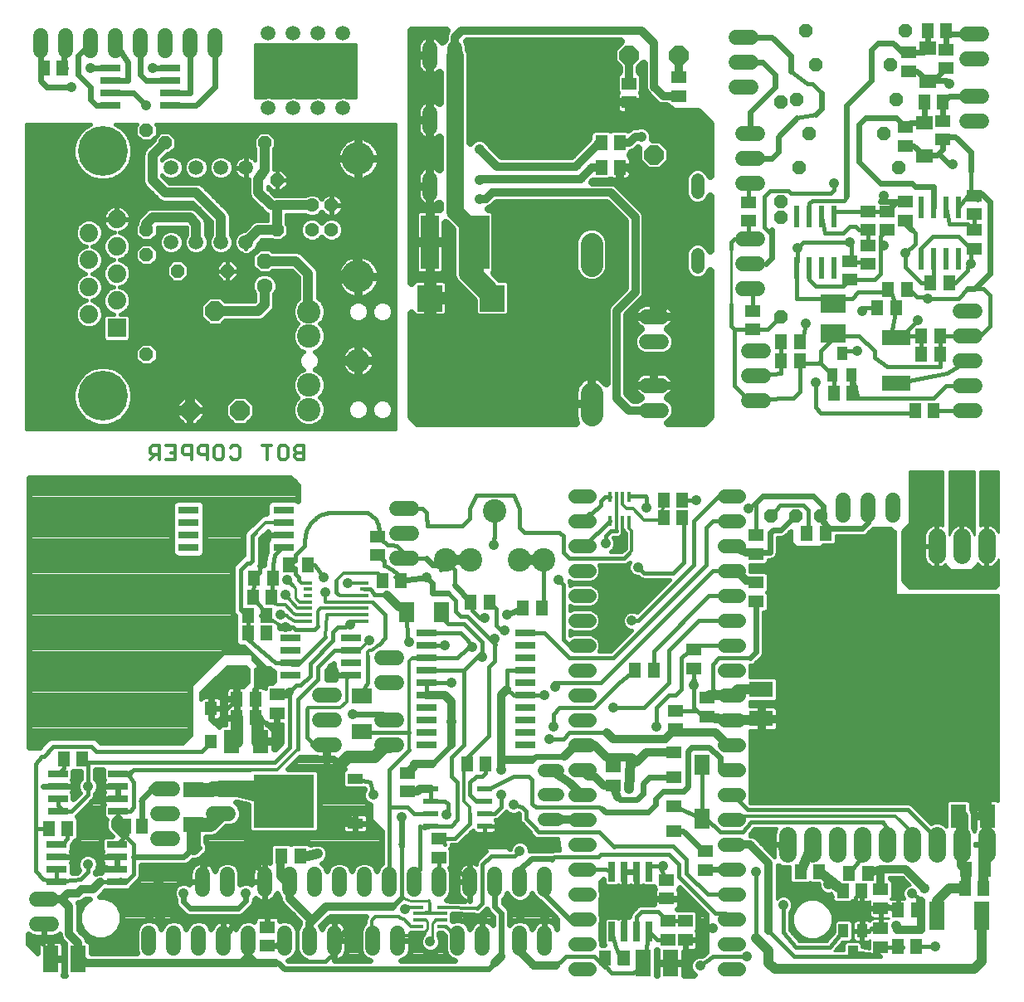
<source format=gbl>
G75*
G70*
%OFA0B0*%
%FSLAX24Y24*%
%IPPOS*%
%LPD*%
%AMOC8*
5,1,8,0,0,1.08239X$1,22.5*
%
%ADD10C,0.0140*%
%ADD11R,0.0512X0.0591*%
%ADD12R,0.0591X0.0512*%
%ADD13R,0.0394X0.0551*%
%ADD14C,0.0554*%
%ADD15R,0.0600X0.0240*%
%ADD16C,0.0945*%
%ADD17C,0.0709*%
%ADD18R,0.0354X0.0138*%
%ADD19R,0.0800X0.0260*%
%ADD20C,0.0520*%
%ADD21C,0.0600*%
%ADD22OC8,0.0520*%
%ADD23R,0.0827X0.0591*%
%ADD24R,0.2441X0.2126*%
%ADD25R,0.0630X0.0394*%
%ADD26R,0.0591X0.0827*%
%ADD27R,0.0787X0.0315*%
%ADD28R,0.0472X0.0551*%
%ADD29R,0.0630X0.1181*%
%ADD30R,0.0630X0.1063*%
%ADD31R,0.0138X0.0394*%
%ADD32R,0.0394X0.0138*%
%ADD33R,0.0630X0.0512*%
%ADD34R,0.0630X0.0787*%
%ADD35R,0.0260X0.0800*%
%ADD36R,0.0630X0.0945*%
%ADD37R,0.0945X0.0630*%
%ADD38OC8,0.0560*%
%ADD39R,0.0709X0.0551*%
%ADD40R,0.0236X0.0866*%
%ADD41R,0.1181X0.0630*%
%ADD42R,0.0984X0.0768*%
%ADD43C,0.0594*%
%ADD44R,0.0740X0.0740*%
%ADD45C,0.0740*%
%ADD46C,0.2000*%
%ADD47C,0.1306*%
%ADD48C,0.0562*%
%ADD49OC8,0.0630*%
%ADD50C,0.0630*%
%ADD51OC8,0.0768*%
%ADD52C,0.0885*%
%ADD53R,0.0728X0.2165*%
%ADD54R,0.1004X0.1063*%
%ADD55C,0.0160*%
%ADD56C,0.0413*%
%ADD57C,0.0240*%
%ADD58C,0.0320*%
%ADD59C,0.0400*%
%ADD60C,0.0120*%
%ADD61C,0.0100*%
%ADD62C,0.0560*%
%ADD63C,0.0660*%
%ADD64C,0.0500*%
%ADD65C,0.0700*%
%ADD66R,0.0413X0.0413*%
D10*
X008276Y021721D02*
X008462Y021908D01*
X008369Y021908D02*
X008649Y021908D01*
X008649Y021721D02*
X008649Y022281D01*
X008369Y022281D01*
X008276Y022188D01*
X008276Y022001D01*
X008369Y021908D01*
X008920Y021721D02*
X009294Y021721D01*
X009294Y022281D01*
X008920Y022281D01*
X009107Y022001D02*
X009294Y022001D01*
X009565Y022001D02*
X009658Y021908D01*
X009938Y021908D01*
X009938Y021721D02*
X009938Y022281D01*
X009658Y022281D01*
X009565Y022188D01*
X009565Y022001D01*
X010209Y022001D02*
X010302Y021908D01*
X010583Y021908D01*
X010583Y021721D02*
X010583Y022281D01*
X010302Y022281D01*
X010209Y022188D01*
X010209Y022001D01*
X010854Y021814D02*
X010854Y022188D01*
X010947Y022281D01*
X011134Y022281D01*
X011227Y022188D01*
X011227Y021814D01*
X011134Y021721D01*
X010947Y021721D01*
X010854Y021814D01*
X011498Y021814D02*
X011592Y021721D01*
X011778Y021721D01*
X011872Y021814D01*
X011872Y022188D01*
X011778Y022281D01*
X011592Y022281D01*
X011498Y022188D01*
X012787Y022281D02*
X013161Y022281D01*
X012974Y022281D02*
X012974Y021721D01*
X013432Y021814D02*
X013432Y022188D01*
X013525Y022281D01*
X013712Y022281D01*
X013805Y022188D01*
X013805Y021814D01*
X013712Y021721D01*
X013525Y021721D01*
X013432Y021814D01*
X014076Y021814D02*
X014076Y021908D01*
X014170Y022001D01*
X014450Y022001D01*
X014450Y021721D02*
X014450Y022281D01*
X014170Y022281D01*
X014076Y022188D01*
X014076Y022094D01*
X014170Y022001D01*
X014076Y021814D02*
X014170Y021721D01*
X014450Y021721D01*
D11*
X014598Y017501D03*
X013850Y017501D03*
X013198Y016951D03*
X012450Y016951D03*
X012400Y016201D03*
X013148Y016201D03*
X012948Y015451D03*
X012948Y014751D03*
X012200Y014751D03*
X012200Y015451D03*
X012498Y012101D03*
X011750Y012101D03*
X011750Y011351D03*
X012498Y011351D03*
X007959Y007001D03*
X007290Y007001D03*
X004948Y006901D03*
X004200Y006901D03*
X004800Y009701D03*
X005548Y009701D03*
X013550Y005801D03*
X014298Y005801D03*
X021000Y009501D03*
X021748Y009501D03*
X027750Y013251D03*
X028498Y013251D03*
X023998Y015751D03*
X023250Y015751D03*
X021898Y016001D03*
X021150Y016001D03*
X018348Y016851D03*
X017600Y016851D03*
X028900Y019401D03*
X028900Y020101D03*
X029648Y020101D03*
X029648Y019401D03*
X034650Y018751D03*
X035398Y018751D03*
X039000Y023701D03*
X039748Y023701D03*
X039998Y025951D03*
X039250Y025951D03*
X039250Y026701D03*
X039998Y026701D03*
X038232Y027838D03*
X037484Y027838D03*
X037925Y028551D03*
X038673Y028551D03*
X039625Y028826D03*
X040373Y028826D03*
X036479Y024379D03*
X035731Y024379D03*
X034373Y025701D03*
X033625Y025701D03*
X033625Y026451D03*
X034373Y026451D03*
X027148Y033451D03*
X026400Y033451D03*
X026400Y034451D03*
X027148Y034451D03*
X039375Y036076D03*
X040123Y036076D03*
X040248Y038951D03*
X039500Y038951D03*
X004748Y037451D03*
X004000Y037451D03*
X034400Y005151D03*
X035148Y005151D03*
X036350Y005101D03*
X036100Y004401D03*
X036848Y004401D03*
X037098Y005101D03*
X038325Y003626D03*
X039073Y003626D03*
X039048Y002151D03*
X038300Y002151D03*
X041000Y004501D03*
X041748Y004501D03*
X041798Y005251D03*
X041050Y005251D03*
X027298Y001701D03*
X026550Y001701D03*
D12*
X029074Y002427D03*
X029074Y003175D03*
X029774Y003175D03*
X029774Y002427D03*
X029024Y004077D03*
X029024Y004825D03*
X030574Y005227D03*
X030574Y005975D03*
X026874Y008627D03*
X026874Y009375D03*
X029374Y010877D03*
X029374Y011625D03*
X030649Y011402D03*
X030649Y012150D03*
X030124Y013327D03*
X030124Y014075D03*
X032624Y016027D03*
X032624Y016775D03*
X032624Y017927D03*
X032624Y018675D03*
X032477Y026947D03*
X032477Y027695D03*
X032319Y031317D03*
X032319Y032065D03*
X036374Y029700D03*
X037124Y029577D03*
X037124Y030325D03*
X037124Y030952D03*
X037124Y031700D03*
X037874Y031700D03*
X037874Y030952D03*
X038624Y031327D03*
X038624Y032075D03*
X038624Y034327D03*
X038624Y035075D03*
X040124Y035325D03*
X040124Y034577D03*
X041374Y032325D03*
X041374Y031577D03*
X041374Y030950D03*
X041374Y030202D03*
X036374Y028952D03*
X029524Y036327D03*
X029524Y037075D03*
X027524Y036825D03*
X027524Y036077D03*
X038749Y037327D03*
X038749Y038075D03*
X040249Y038200D03*
X040249Y037452D03*
X017424Y018625D03*
X017424Y017877D03*
X013374Y012275D03*
X013374Y011527D03*
X018624Y009125D03*
X018624Y008377D03*
X019874Y006475D03*
X019874Y005727D03*
X012974Y002925D03*
X012974Y002177D03*
X037624Y002127D03*
X037624Y002875D03*
X037624Y003702D03*
X037624Y004450D03*
D13*
X036873Y002784D03*
X036125Y002784D03*
X036499Y001918D03*
X036441Y025129D03*
X035693Y025129D03*
X036067Y025995D03*
D14*
X031902Y020251D02*
X031347Y020251D01*
X031347Y019251D02*
X031902Y019251D01*
X031902Y018251D02*
X031347Y018251D01*
X031347Y017251D02*
X031902Y017251D01*
X031902Y016251D02*
X031347Y016251D01*
X031347Y015251D02*
X031902Y015251D01*
X031902Y014251D02*
X031347Y014251D01*
X031347Y013251D02*
X031902Y013251D01*
X031902Y012251D02*
X031347Y012251D01*
X031347Y011251D02*
X031902Y011251D01*
X031902Y010251D02*
X031347Y010251D01*
X031347Y009251D02*
X031902Y009251D01*
X031902Y008251D02*
X031347Y008251D01*
X031347Y007251D02*
X031902Y007251D01*
X031902Y006251D02*
X031347Y006251D01*
X031347Y005251D02*
X031902Y005251D01*
X031902Y004251D02*
X031347Y004251D01*
X031347Y003251D02*
X031902Y003251D01*
X031902Y002251D02*
X031347Y002251D01*
X031347Y001251D02*
X031902Y001251D01*
X025902Y001251D02*
X025347Y001251D01*
X025347Y002251D02*
X025902Y002251D01*
X025902Y003251D02*
X025347Y003251D01*
X025347Y004251D02*
X025902Y004251D01*
X025902Y005251D02*
X025347Y005251D01*
X025347Y006251D02*
X025902Y006251D01*
X025902Y007251D02*
X025347Y007251D01*
X025347Y008251D02*
X025902Y008251D01*
X025902Y009251D02*
X025347Y009251D01*
X025347Y010251D02*
X025902Y010251D01*
X025902Y011251D02*
X025347Y011251D01*
X025347Y012251D02*
X025902Y012251D01*
X025902Y013251D02*
X025347Y013251D01*
X025347Y014251D02*
X025902Y014251D01*
X025902Y015251D02*
X025347Y015251D01*
X025347Y016251D02*
X025902Y016251D01*
X025902Y017251D02*
X025347Y017251D01*
X025347Y018251D02*
X025902Y018251D01*
X025902Y019251D02*
X025347Y019251D01*
X025347Y020251D02*
X025902Y020251D01*
D15*
X021704Y008501D03*
X021704Y008001D03*
X021704Y007501D03*
X021704Y007001D03*
X019544Y007001D03*
X019544Y007501D03*
X019544Y008001D03*
X019544Y008501D03*
D16*
X020156Y017682D03*
X021140Y017682D03*
X023109Y017682D03*
X024093Y017682D03*
X022124Y019651D03*
X016624Y025701D03*
X014656Y026685D03*
X014656Y027669D03*
X014656Y024717D03*
X014656Y023732D03*
D17*
X033874Y006605D02*
X033874Y005896D01*
X034874Y005896D02*
X034874Y006605D01*
X035874Y006605D02*
X035874Y005896D01*
X036874Y005896D02*
X036874Y006605D01*
X037874Y006605D02*
X037874Y005896D01*
X038874Y005896D02*
X038874Y006605D01*
X039874Y006605D02*
X039874Y005896D01*
X040874Y005896D02*
X040874Y006605D01*
X041874Y006605D02*
X041874Y005896D01*
X041874Y017896D02*
X041874Y018605D01*
X040874Y018605D02*
X040874Y017896D01*
X039874Y017896D02*
X039874Y018605D01*
D18*
X016862Y016769D03*
X016862Y016513D03*
X016862Y016257D03*
X016862Y016001D03*
X016862Y015745D03*
X016862Y015489D03*
X016862Y015233D03*
X014618Y015233D03*
X014618Y015489D03*
X014618Y015745D03*
X014618Y016001D03*
X014618Y016257D03*
X014618Y016513D03*
X014618Y016769D03*
D19*
X013914Y014551D03*
X013914Y014051D03*
X013914Y013551D03*
X013914Y013051D03*
X016334Y013051D03*
X016334Y013551D03*
X016334Y014051D03*
X016334Y014551D03*
X019394Y014751D03*
X019394Y014251D03*
X019394Y013751D03*
X019394Y013251D03*
X019394Y012751D03*
X019394Y012251D03*
X019394Y011751D03*
X019394Y011251D03*
X019394Y010751D03*
X019394Y010251D03*
X023354Y010251D03*
X023354Y010751D03*
X023354Y011251D03*
X023354Y011751D03*
X023354Y012251D03*
X023354Y012751D03*
X023354Y013251D03*
X023354Y013751D03*
X023354Y014251D03*
X023354Y014751D03*
X006984Y009101D03*
X006984Y008601D03*
X006984Y008101D03*
X006984Y007601D03*
X006934Y006251D03*
X006934Y005751D03*
X006934Y005251D03*
X006934Y004751D03*
X004514Y004751D03*
X004514Y005251D03*
X004514Y005751D03*
X004514Y006251D03*
X004564Y007601D03*
X004564Y008101D03*
X004564Y008601D03*
X004564Y009101D03*
X006664Y035951D03*
X006664Y036451D03*
X006664Y036951D03*
X006664Y037451D03*
X009084Y037451D03*
X009084Y036951D03*
X009084Y036451D03*
X009084Y035951D03*
D20*
X030274Y032961D02*
X030274Y032441D01*
X030274Y029961D02*
X030274Y029441D01*
X024634Y009235D02*
X024114Y009235D01*
X024114Y008251D02*
X024634Y008251D01*
X024634Y007267D02*
X024114Y007267D01*
D21*
X024124Y005051D02*
X024124Y004451D01*
X023124Y004451D02*
X023124Y005051D01*
X022124Y005051D02*
X022124Y004451D01*
X021124Y004451D02*
X021124Y005051D01*
X019874Y005051D02*
X019874Y004451D01*
X018874Y004451D02*
X018874Y005051D01*
X017874Y005051D02*
X017874Y004451D01*
X016874Y004451D02*
X016874Y005051D01*
X015874Y005051D02*
X015874Y004451D01*
X014874Y004451D02*
X014874Y005051D01*
X013874Y005051D02*
X013874Y004451D01*
X012874Y004451D02*
X012874Y005051D01*
X011374Y005051D02*
X011374Y004451D01*
X010374Y004451D02*
X010374Y005051D01*
X009174Y006501D02*
X008574Y006501D01*
X008574Y007501D02*
X009174Y007501D01*
X009174Y008501D02*
X008574Y008501D01*
X010824Y008501D02*
X011424Y008501D01*
X011424Y007501D02*
X010824Y007501D01*
X015074Y010251D02*
X015674Y010251D01*
X015674Y011251D02*
X015074Y011251D01*
X015074Y012251D02*
X015674Y012251D01*
X017574Y012751D02*
X018174Y012751D01*
X018174Y013751D02*
X017574Y013751D01*
X017574Y011251D02*
X018174Y011251D01*
X018174Y010251D02*
X017574Y010251D01*
X018174Y017751D02*
X018774Y017751D01*
X018774Y018751D02*
X018174Y018751D01*
X018174Y019751D02*
X018774Y019751D01*
X028224Y023701D02*
X028824Y023701D01*
X028824Y024701D02*
X028224Y024701D01*
X028224Y026451D02*
X028824Y026451D01*
X028824Y027451D02*
X028224Y027451D01*
X032074Y028576D02*
X032674Y028576D01*
X032674Y029576D02*
X032074Y029576D01*
X032074Y030576D02*
X032674Y030576D01*
X032674Y032826D02*
X032074Y032826D01*
X032074Y033826D02*
X032674Y033826D01*
X032674Y034826D02*
X032074Y034826D01*
X031824Y036701D02*
X032424Y036701D01*
X032424Y037701D02*
X031824Y037701D01*
X031824Y038701D02*
X032424Y038701D01*
X041074Y038826D02*
X041674Y038826D01*
X041674Y037826D02*
X041074Y037826D01*
X041074Y036326D02*
X041674Y036326D01*
X041674Y035326D02*
X041074Y035326D01*
X040824Y027701D02*
X041424Y027701D01*
X041424Y026701D02*
X040824Y026701D01*
X040824Y025701D02*
X041424Y025701D01*
X041424Y024701D02*
X040824Y024701D01*
X040824Y023701D02*
X041424Y023701D01*
X038124Y020101D02*
X038124Y019501D01*
X037124Y019501D02*
X037124Y020101D01*
X036124Y020101D02*
X036124Y019501D01*
X032924Y024076D02*
X032324Y024076D01*
X032324Y025076D02*
X032924Y025076D01*
X032924Y026076D02*
X032324Y026076D01*
X020524Y032401D02*
X020524Y033001D01*
X019524Y033001D02*
X019524Y032401D01*
X019524Y035051D02*
X019524Y035651D01*
X020524Y035651D02*
X020524Y035051D01*
X020524Y037651D02*
X020524Y038251D01*
X019524Y038251D02*
X019524Y037651D01*
X010874Y038151D02*
X010874Y038751D01*
X009874Y038751D02*
X009874Y038151D01*
X008874Y038151D02*
X008874Y038751D01*
X007874Y038751D02*
X007874Y038151D01*
X006874Y038151D02*
X006874Y038751D01*
X005874Y038751D02*
X005874Y038151D01*
X004874Y038151D02*
X004874Y038751D01*
X003874Y038751D02*
X003874Y038151D01*
X003724Y004051D02*
X004324Y004051D01*
X004324Y003051D02*
X003724Y003051D01*
X008224Y002701D02*
X008224Y002101D01*
X009224Y002101D02*
X009224Y002701D01*
X010224Y002701D02*
X010224Y002101D01*
X011224Y002101D02*
X011224Y002701D01*
X012224Y002701D02*
X012224Y002101D01*
X013674Y002101D02*
X013674Y002701D01*
X014674Y002701D02*
X014674Y002101D01*
X015674Y002101D02*
X015674Y002701D01*
X017224Y002701D02*
X017224Y002101D01*
X018224Y002101D02*
X018224Y002701D01*
X020624Y002701D02*
X020624Y002101D01*
X021624Y002101D02*
X021624Y002701D01*
X023124Y002701D02*
X023124Y002101D01*
X024124Y002101D02*
X024124Y002701D01*
D22*
X033224Y019451D03*
X034224Y019451D03*
X035224Y019451D03*
X033624Y027451D03*
X033624Y031451D03*
X033624Y032076D03*
X034349Y033451D03*
X033624Y036076D03*
X034249Y036201D03*
X034624Y038951D03*
X038249Y036201D03*
X038349Y033451D03*
X038624Y038951D03*
X013374Y032951D03*
X012874Y034451D03*
X013374Y030951D03*
X011374Y029301D03*
X009374Y029301D03*
X008124Y029951D03*
X008124Y030951D03*
X008874Y034451D03*
X008124Y034951D03*
X008124Y025951D03*
D23*
X016774Y012209D03*
X016774Y010792D03*
X009999Y008459D03*
X009999Y007042D03*
D24*
X013640Y008001D03*
D25*
X016514Y008898D03*
X016514Y007103D03*
D26*
X018566Y015601D03*
X019983Y015601D03*
D27*
X013632Y018201D03*
X013632Y018701D03*
X013632Y019201D03*
X013632Y019701D03*
X009817Y019701D03*
X009817Y019201D03*
X009817Y018701D03*
X009817Y018201D03*
D28*
X010724Y011720D03*
X010724Y010381D03*
D29*
X039869Y003376D03*
X041680Y003376D03*
D30*
X029176Y001501D03*
X028073Y001501D03*
X005376Y001651D03*
X004273Y001651D03*
D31*
X026741Y019269D03*
X026996Y019269D03*
X027252Y019269D03*
X027508Y019269D03*
X027508Y020233D03*
X027252Y020233D03*
X026996Y020233D03*
X026741Y020233D03*
D32*
X020007Y003735D03*
X020007Y003479D03*
X020007Y003223D03*
X020007Y002967D03*
X019042Y002967D03*
X019042Y003223D03*
X019042Y003479D03*
X019042Y003735D03*
D33*
X029304Y006799D03*
X029304Y007803D03*
X029304Y008949D03*
X029304Y009953D03*
D34*
X030445Y009451D03*
X030445Y007301D03*
D35*
X028324Y005161D03*
X027824Y005161D03*
X027324Y005161D03*
X026824Y005161D03*
X026824Y002741D03*
X027324Y002741D03*
X027824Y002741D03*
X028324Y002741D03*
D36*
X040734Y007401D03*
X041915Y007401D03*
X012715Y010401D03*
X011534Y010401D03*
D37*
X032824Y011310D03*
X032824Y012491D03*
D38*
X034749Y034826D03*
X034999Y037576D03*
X037999Y037576D03*
X037749Y034826D03*
D39*
X039374Y035245D03*
X039374Y033906D03*
X039499Y036906D03*
X039499Y038245D03*
D40*
X039249Y031849D03*
X039749Y031849D03*
X040249Y031849D03*
X040749Y031849D03*
X040749Y029802D03*
X040249Y029802D03*
X039749Y029802D03*
X039249Y029802D03*
X035749Y029427D03*
X035249Y029427D03*
X034749Y029427D03*
X034249Y029427D03*
X034249Y031474D03*
X034749Y031474D03*
X035249Y031474D03*
X035749Y031474D03*
D41*
X038249Y026606D03*
X038249Y024795D03*
D42*
X035699Y026775D03*
X035699Y027976D03*
D43*
X016024Y035851D03*
X015024Y035851D03*
X014024Y035851D03*
X013024Y035851D03*
X012124Y033451D03*
X011124Y033451D03*
X010124Y033451D03*
X009124Y033451D03*
X009124Y030451D03*
X010124Y030451D03*
X011124Y030451D03*
X012124Y030451D03*
X013024Y038851D03*
X014024Y038851D03*
X015024Y038851D03*
X016024Y038851D03*
D44*
X006933Y027020D03*
D45*
X006933Y028110D03*
X006933Y029201D03*
X006933Y030291D03*
X006933Y031382D03*
X005815Y030835D03*
X005815Y029744D03*
X005815Y028657D03*
X005815Y027567D03*
D46*
X006374Y024280D03*
X006374Y034122D03*
D47*
X016624Y033821D03*
X016624Y029081D03*
D48*
X015557Y030959D03*
X014770Y030959D03*
X014770Y031943D03*
X015557Y031943D03*
D49*
X012874Y029701D03*
D50*
X012874Y028701D03*
D51*
X010874Y027701D03*
X009874Y023701D03*
X011874Y023701D03*
X027524Y037951D03*
X029524Y037951D03*
X028524Y033951D03*
D52*
X026024Y030393D02*
X026024Y029508D01*
X026024Y024393D02*
X026024Y023508D01*
D53*
X021528Y030451D03*
X019520Y030451D03*
D54*
X019524Y028201D03*
X022024Y028201D03*
D55*
X018124Y028163D02*
X015085Y028163D01*
X015025Y028222D02*
X015004Y028231D01*
X015004Y029276D01*
X014947Y029416D01*
X014840Y029523D01*
X014340Y030023D01*
X014200Y030081D01*
X014049Y030081D01*
X013194Y030081D01*
X013079Y030196D01*
X012669Y030196D01*
X012379Y029906D01*
X012379Y029496D01*
X012669Y029206D01*
X013079Y029206D01*
X013194Y029321D01*
X013967Y029321D01*
X014244Y029043D01*
X014244Y028180D01*
X014103Y028039D01*
X014003Y027799D01*
X014003Y027539D01*
X014103Y027300D01*
X014225Y027177D01*
X014103Y027055D01*
X014003Y026815D01*
X014003Y026555D01*
X014103Y026315D01*
X014286Y026132D01*
X014448Y026065D01*
X014420Y026054D01*
X014303Y025937D01*
X014240Y025784D01*
X014240Y025618D01*
X014303Y025465D01*
X014420Y025348D01*
X014448Y025336D01*
X014286Y025270D01*
X014103Y025086D01*
X014003Y024846D01*
X014003Y024587D01*
X014103Y024347D01*
X014225Y024224D01*
X014103Y024102D01*
X014003Y023862D01*
X014003Y023602D01*
X014103Y023363D01*
X014286Y023179D01*
X014526Y023080D01*
X014786Y023080D01*
X015025Y023179D01*
X015209Y023363D01*
X015308Y023602D01*
X015308Y023862D01*
X015209Y024102D01*
X015086Y024224D01*
X015209Y024347D01*
X015308Y024587D01*
X015308Y024846D01*
X015209Y025086D01*
X015025Y025270D01*
X014864Y025336D01*
X014892Y025348D01*
X015009Y025465D01*
X015072Y025618D01*
X015072Y025784D01*
X015009Y025937D01*
X014892Y026054D01*
X014864Y026065D01*
X015025Y026132D01*
X015209Y026315D01*
X015308Y026555D01*
X015308Y026815D01*
X015209Y027055D01*
X015086Y027177D01*
X015209Y027300D01*
X015308Y027539D01*
X015308Y027799D01*
X015209Y028039D01*
X015025Y028222D01*
X015004Y028321D02*
X016281Y028321D01*
X016255Y028332D02*
X016356Y028290D01*
X016462Y028262D01*
X016544Y028251D01*
X016544Y029001D01*
X015795Y029001D01*
X015806Y028918D01*
X015834Y028812D01*
X015876Y028712D01*
X015931Y028617D01*
X015997Y028530D01*
X016074Y028453D01*
X016161Y028387D01*
X016255Y028332D01*
X016047Y028480D02*
X015004Y028480D01*
X015004Y028639D02*
X015918Y028639D01*
X015841Y028797D02*
X015004Y028797D01*
X015004Y028956D02*
X015801Y028956D01*
X015795Y029161D02*
X016544Y029161D01*
X016544Y029001D01*
X016704Y029001D01*
X016704Y028251D01*
X016787Y028262D01*
X016893Y028290D01*
X016994Y028332D01*
X017088Y028387D01*
X017175Y028453D01*
X017252Y028530D01*
X017318Y028617D01*
X017373Y028712D01*
X017415Y028812D01*
X017443Y028918D01*
X017454Y029001D01*
X016705Y029001D01*
X016705Y029161D01*
X017454Y029161D01*
X017443Y029244D01*
X017415Y029349D01*
X017373Y029450D01*
X017318Y029544D01*
X017252Y029631D01*
X017175Y029708D01*
X017088Y029775D01*
X016994Y029829D01*
X016893Y029871D01*
X016787Y029899D01*
X016704Y029910D01*
X016704Y029161D01*
X016544Y029161D01*
X016544Y029910D01*
X016462Y029899D01*
X016356Y029871D01*
X016255Y029829D01*
X016161Y029775D01*
X016074Y029708D01*
X015997Y029631D01*
X015931Y029544D01*
X015876Y029450D01*
X015834Y029349D01*
X015806Y029244D01*
X015795Y029161D01*
X015814Y029273D02*
X015004Y029273D01*
X015004Y029114D02*
X016544Y029114D01*
X016624Y029081D02*
X016504Y029201D01*
X016544Y029273D02*
X016704Y029273D01*
X016704Y029431D02*
X016544Y029431D01*
X016544Y029590D02*
X016704Y029590D01*
X016704Y029748D02*
X016544Y029748D01*
X016544Y029907D02*
X016704Y029907D01*
X016728Y029907D02*
X018124Y029907D01*
X018124Y030065D02*
X014237Y030065D01*
X014456Y029907D02*
X016521Y029907D01*
X016127Y029748D02*
X014614Y029748D01*
X014773Y029590D02*
X015965Y029590D01*
X015868Y029431D02*
X014931Y029431D01*
X014174Y029114D02*
X013161Y029114D01*
X013155Y029120D02*
X012973Y029196D01*
X012776Y029196D01*
X012594Y029120D01*
X012455Y028981D01*
X012379Y028799D01*
X012379Y028602D01*
X012455Y028420D01*
X012494Y028381D01*
X012494Y028108D01*
X012467Y028081D01*
X011292Y028081D01*
X011108Y028265D01*
X010641Y028265D01*
X010311Y027934D01*
X010311Y027467D01*
X010641Y027137D01*
X011108Y027137D01*
X011292Y027321D01*
X012700Y027321D01*
X012840Y027379D01*
X012947Y027486D01*
X013090Y027629D01*
X013197Y027736D01*
X013254Y027875D01*
X013254Y028381D01*
X013294Y028420D01*
X013369Y028602D01*
X013369Y028799D01*
X013294Y028981D01*
X013155Y029120D01*
X013146Y029273D02*
X014015Y029273D01*
X014244Y028956D02*
X013305Y028956D01*
X013369Y028797D02*
X014244Y028797D01*
X014244Y028639D02*
X013369Y028639D01*
X013319Y028480D02*
X014244Y028480D01*
X014244Y028321D02*
X013254Y028321D01*
X013254Y028163D02*
X014227Y028163D01*
X014089Y028004D02*
X013254Y028004D01*
X013242Y027846D02*
X014023Y027846D01*
X014003Y027687D02*
X013148Y027687D01*
X013090Y027629D02*
X013090Y027629D01*
X012990Y027529D02*
X014008Y027529D01*
X014074Y027370D02*
X012819Y027370D01*
X012947Y027486D02*
X012947Y027486D01*
X012494Y028163D02*
X011210Y028163D01*
X010539Y028163D02*
X007483Y028163D01*
X007483Y028220D02*
X007400Y028422D01*
X007245Y028576D01*
X007054Y028655D01*
X007245Y028735D01*
X007400Y028889D01*
X007483Y029091D01*
X007483Y029310D01*
X007400Y029512D01*
X007245Y029667D01*
X007054Y029746D01*
X007245Y029825D01*
X007400Y029980D01*
X007483Y030182D01*
X007483Y030401D01*
X007400Y030603D01*
X007245Y030758D01*
X007043Y030841D01*
X007036Y030841D01*
X007062Y030845D01*
X007145Y030872D01*
X007222Y030911D01*
X007292Y030962D01*
X007353Y031024D01*
X007404Y031094D01*
X007443Y031171D01*
X007470Y031253D01*
X007483Y031339D01*
X007483Y031362D01*
X006954Y031362D01*
X006954Y031402D01*
X007483Y031402D01*
X007483Y031425D01*
X007470Y031511D01*
X007443Y031593D01*
X007404Y031670D01*
X007353Y031740D01*
X007292Y031801D01*
X007222Y031852D01*
X007145Y031892D01*
X007062Y031918D01*
X006977Y031932D01*
X006953Y031932D01*
X006953Y031402D01*
X006913Y031402D01*
X006913Y031362D01*
X006383Y031362D01*
X006383Y031339D01*
X006397Y031253D01*
X006424Y031171D01*
X006463Y031094D01*
X006514Y031024D01*
X006575Y030962D01*
X006645Y030911D01*
X006722Y030872D01*
X006805Y030845D01*
X006831Y030841D01*
X006824Y030841D01*
X006622Y030758D01*
X006467Y030603D01*
X006383Y030401D01*
X006383Y030182D01*
X006467Y029980D01*
X006622Y029825D01*
X006813Y029746D01*
X006622Y029667D01*
X006467Y029512D01*
X006383Y029310D01*
X006383Y029091D01*
X006467Y028889D01*
X006622Y028735D01*
X006813Y028655D01*
X006622Y028576D01*
X006467Y028422D01*
X006383Y028220D01*
X006383Y028001D01*
X006467Y027799D01*
X006622Y027644D01*
X006801Y027570D01*
X006489Y027570D01*
X006383Y027464D01*
X006383Y026575D01*
X006489Y026470D01*
X007378Y026470D01*
X007483Y026575D01*
X007483Y027464D01*
X007378Y027570D01*
X007066Y027570D01*
X007245Y027644D01*
X007400Y027799D01*
X007483Y028001D01*
X007483Y028220D01*
X007441Y028321D02*
X012494Y028321D01*
X012430Y028480D02*
X007341Y028480D01*
X007095Y028639D02*
X012379Y028639D01*
X012379Y028797D02*
X007308Y028797D01*
X007427Y028956D02*
X009097Y028956D01*
X009192Y028861D02*
X009557Y028861D01*
X009814Y029119D01*
X009814Y029483D01*
X009557Y029741D01*
X009192Y029741D01*
X008934Y029483D01*
X008934Y029119D01*
X009192Y028861D01*
X008939Y029114D02*
X007483Y029114D01*
X007483Y029273D02*
X008934Y029273D01*
X008934Y029431D02*
X007433Y029431D01*
X007322Y029590D02*
X007863Y029590D01*
X007942Y029511D02*
X008307Y029511D01*
X008564Y029769D01*
X008564Y030133D01*
X008307Y030391D01*
X007942Y030391D01*
X007684Y030133D01*
X007684Y029769D01*
X007942Y029511D01*
X007705Y029748D02*
X007060Y029748D01*
X006807Y029748D02*
X006365Y029748D01*
X006365Y029854D02*
X006282Y030056D01*
X006127Y030210D01*
X005936Y030289D01*
X006127Y030368D01*
X006282Y030523D01*
X006365Y030725D01*
X006365Y030944D01*
X006282Y031146D01*
X006127Y031301D01*
X005925Y031385D01*
X005706Y031385D01*
X005504Y031301D01*
X005349Y031146D01*
X005265Y030944D01*
X005265Y030725D01*
X005349Y030523D01*
X005504Y030368D01*
X005695Y030289D01*
X005504Y030210D01*
X005349Y030056D01*
X005265Y029854D01*
X005265Y029635D01*
X005349Y029433D01*
X005504Y029278D01*
X005690Y029201D01*
X005504Y029124D01*
X005349Y028969D01*
X005265Y028767D01*
X005265Y028548D01*
X005349Y028346D01*
X005504Y028191D01*
X005695Y028112D01*
X005504Y028033D01*
X005349Y027878D01*
X005265Y027676D01*
X005265Y027457D01*
X005349Y027255D01*
X005504Y027101D01*
X005706Y027017D01*
X005925Y027017D01*
X006127Y027101D01*
X006282Y027255D01*
X006365Y027457D01*
X006365Y027676D01*
X006282Y027878D01*
X006127Y028033D01*
X005936Y028112D01*
X006127Y028191D01*
X006282Y028346D01*
X006365Y028548D01*
X006365Y028767D01*
X006282Y028969D01*
X006127Y029124D01*
X005941Y029201D01*
X006127Y029278D01*
X006282Y029433D01*
X006365Y029635D01*
X006365Y029854D01*
X006343Y029907D02*
X006540Y029907D01*
X006432Y030065D02*
X006272Y030065D01*
X006383Y030224D02*
X006094Y030224D01*
X006141Y030383D02*
X006383Y030383D01*
X006442Y030541D02*
X006289Y030541D01*
X006355Y030700D02*
X006564Y030700D01*
X006365Y030858D02*
X006765Y030858D01*
X006521Y031017D02*
X006335Y031017D01*
X006252Y031175D02*
X006422Y031175D01*
X006384Y031334D02*
X006047Y031334D01*
X006383Y031402D02*
X006913Y031402D01*
X006913Y031932D01*
X006890Y031932D01*
X006805Y031918D01*
X006722Y031892D01*
X006645Y031852D01*
X006575Y031801D01*
X006514Y031740D01*
X006463Y031670D01*
X006424Y031593D01*
X006397Y031511D01*
X006383Y031425D01*
X006383Y031402D01*
X006394Y031492D02*
X003304Y031492D01*
X003304Y031334D02*
X005583Y031334D01*
X005378Y031175D02*
X003304Y031175D01*
X003304Y031017D02*
X005295Y031017D01*
X005265Y030858D02*
X003304Y030858D01*
X003304Y030700D02*
X005276Y030700D01*
X005342Y030541D02*
X003304Y030541D01*
X003304Y030383D02*
X005490Y030383D01*
X005537Y030224D02*
X003304Y030224D01*
X003304Y030065D02*
X005359Y030065D01*
X005288Y029907D02*
X003304Y029907D01*
X003304Y029748D02*
X005265Y029748D01*
X005284Y029590D02*
X003304Y029590D01*
X003304Y029431D02*
X005350Y029431D01*
X005516Y029273D02*
X003304Y029273D01*
X003304Y029114D02*
X005494Y029114D01*
X005344Y028956D02*
X003304Y028956D01*
X003304Y028797D02*
X005278Y028797D01*
X005265Y028639D02*
X003304Y028639D01*
X003304Y028480D02*
X005294Y028480D01*
X005374Y028321D02*
X003304Y028321D01*
X003304Y028163D02*
X005572Y028163D01*
X005475Y028004D02*
X003304Y028004D01*
X003304Y027846D02*
X005336Y027846D01*
X005270Y027687D02*
X003304Y027687D01*
X003304Y027529D02*
X005265Y027529D01*
X005301Y027370D02*
X003304Y027370D01*
X003304Y027212D02*
X005393Y027212D01*
X005618Y027053D02*
X003304Y027053D01*
X003304Y026895D02*
X006383Y026895D01*
X006383Y027053D02*
X006012Y027053D01*
X006238Y027212D02*
X006383Y027212D01*
X006383Y027370D02*
X006329Y027370D01*
X006365Y027529D02*
X006448Y027529D01*
X006361Y027687D02*
X006579Y027687D01*
X006448Y027846D02*
X006295Y027846D01*
X006383Y028004D02*
X006156Y028004D01*
X006059Y028163D02*
X006383Y028163D01*
X006426Y028321D02*
X006257Y028321D01*
X006337Y028480D02*
X006525Y028480D01*
X006365Y028639D02*
X006772Y028639D01*
X006559Y028797D02*
X006353Y028797D01*
X006287Y028956D02*
X006440Y028956D01*
X006383Y029114D02*
X006136Y029114D01*
X006115Y029273D02*
X006383Y029273D01*
X006434Y029431D02*
X006280Y029431D01*
X006347Y029590D02*
X006545Y029590D01*
X007327Y029907D02*
X007684Y029907D01*
X007684Y030065D02*
X007435Y030065D01*
X007483Y030224D02*
X007775Y030224D01*
X007934Y030383D02*
X007483Y030383D01*
X007425Y030541D02*
X007912Y030541D01*
X007942Y030511D02*
X008307Y030511D01*
X008564Y030769D01*
X008564Y031071D01*
X009717Y031071D01*
X009744Y031043D01*
X009744Y030745D01*
X009720Y030721D01*
X009648Y030546D01*
X009648Y030356D01*
X009720Y030181D01*
X009854Y030047D01*
X010030Y029974D01*
X010219Y029974D01*
X010394Y030047D01*
X010529Y030181D01*
X010601Y030356D01*
X010601Y030546D01*
X010529Y030721D01*
X010504Y030745D01*
X010504Y031276D01*
X010447Y031416D01*
X010340Y031523D01*
X010090Y031773D01*
X009950Y031831D01*
X009799Y031831D01*
X008299Y031831D01*
X008159Y031773D01*
X008052Y031666D01*
X007802Y031416D01*
X007744Y031276D01*
X007744Y031193D01*
X007684Y031133D01*
X007684Y030769D01*
X007942Y030511D01*
X007753Y030700D02*
X007303Y030700D01*
X007101Y030858D02*
X007684Y030858D01*
X007684Y031017D02*
X007346Y031017D01*
X007445Y031175D02*
X007727Y031175D01*
X007768Y031334D02*
X007483Y031334D01*
X007473Y031492D02*
X007879Y031492D01*
X008037Y031651D02*
X007414Y031651D01*
X007281Y031809D02*
X008247Y031809D01*
X008659Y032129D02*
X008552Y032236D01*
X008052Y032736D01*
X007994Y032875D01*
X007994Y033026D01*
X007994Y034026D01*
X008052Y034166D01*
X008159Y034273D01*
X008434Y034548D01*
X008434Y034633D01*
X008692Y034891D01*
X009057Y034891D01*
X009314Y034633D01*
X009314Y034269D01*
X009057Y034011D01*
X008972Y034011D01*
X008754Y033793D01*
X008754Y033755D01*
X008854Y033855D01*
X009030Y033928D01*
X009219Y033928D01*
X009394Y033855D01*
X009529Y033721D01*
X009601Y033546D01*
X009601Y033356D01*
X009529Y033181D01*
X009394Y033047D01*
X009219Y032974D01*
X009030Y032974D01*
X008854Y033047D01*
X008754Y033146D01*
X008754Y033108D01*
X009032Y032831D01*
X010049Y032831D01*
X010200Y032831D01*
X010340Y032773D01*
X011340Y031773D01*
X011447Y031666D01*
X011504Y031526D01*
X011504Y030745D01*
X011529Y030721D01*
X011601Y030546D01*
X011601Y030356D01*
X011529Y030181D01*
X011394Y030047D01*
X011219Y029974D01*
X011030Y029974D01*
X010854Y030047D01*
X010720Y030181D01*
X010648Y030356D01*
X010648Y030546D01*
X010720Y030721D01*
X010744Y030745D01*
X010744Y031293D01*
X009967Y032071D01*
X008799Y032071D01*
X008659Y032129D01*
X008664Y032127D02*
X003304Y032127D01*
X003304Y032285D02*
X008503Y032285D01*
X008344Y032444D02*
X003304Y032444D01*
X003304Y032602D02*
X008186Y032602D01*
X008042Y032761D02*
X003304Y032761D01*
X003304Y032919D02*
X007994Y032919D01*
X007994Y033078D02*
X006926Y033078D01*
X006830Y033022D02*
X007099Y033178D01*
X007319Y033397D01*
X007474Y033667D01*
X007554Y033967D01*
X007554Y034277D01*
X007474Y034577D01*
X007319Y034847D01*
X007099Y035066D01*
X006866Y035201D01*
X007752Y035201D01*
X007684Y035133D01*
X007684Y034769D01*
X007942Y034511D01*
X008307Y034511D01*
X008564Y034769D01*
X008564Y035133D01*
X008497Y035201D01*
X018124Y035201D01*
X018124Y022951D01*
X003304Y022951D01*
X003304Y035201D01*
X005883Y035201D01*
X005650Y035066D01*
X005430Y034847D01*
X005275Y034577D01*
X005194Y034277D01*
X005194Y033967D01*
X005275Y033667D01*
X005430Y033397D01*
X005650Y033178D01*
X005919Y033022D01*
X006219Y032942D01*
X006530Y032942D01*
X006830Y033022D01*
X007157Y033236D02*
X007994Y033236D01*
X007994Y033395D02*
X007316Y033395D01*
X007409Y033553D02*
X007994Y033553D01*
X007994Y033712D02*
X007486Y033712D01*
X007529Y033871D02*
X007994Y033871D01*
X007996Y034029D02*
X007554Y034029D01*
X007554Y034188D02*
X008074Y034188D01*
X008232Y034346D02*
X007536Y034346D01*
X007494Y034505D02*
X008391Y034505D01*
X008459Y034663D02*
X008465Y034663D01*
X008564Y034822D02*
X008623Y034822D01*
X008564Y034980D02*
X018124Y034980D01*
X018124Y034822D02*
X013126Y034822D01*
X013057Y034891D02*
X012692Y034891D01*
X012434Y034633D01*
X012434Y034269D01*
X012494Y034209D01*
X012494Y033753D01*
X012488Y033761D01*
X012435Y033814D01*
X012374Y033859D01*
X012307Y033893D01*
X012236Y033916D01*
X012162Y033928D01*
X012143Y033928D01*
X012143Y033469D01*
X012106Y033469D01*
X012106Y033432D01*
X012143Y033432D01*
X012143Y032974D01*
X012162Y032974D01*
X012236Y032986D01*
X012241Y032987D01*
X012244Y032969D01*
X012244Y032375D01*
X012302Y032236D01*
X012409Y032129D01*
X012917Y031621D01*
X012994Y031589D01*
X012994Y031331D01*
X012700Y031331D01*
X012549Y031331D01*
X012409Y031273D01*
X012064Y030928D01*
X012030Y030928D01*
X011854Y030855D01*
X011720Y030721D01*
X011648Y030546D01*
X011648Y030356D01*
X011720Y030181D01*
X011854Y030047D01*
X011951Y030006D01*
X011977Y029980D01*
X012073Y029941D01*
X012176Y029941D01*
X012272Y029980D01*
X012298Y030006D01*
X012394Y030047D01*
X012529Y030181D01*
X012601Y030356D01*
X012601Y030390D01*
X012782Y030571D01*
X013132Y030571D01*
X013192Y030511D01*
X013557Y030511D01*
X013814Y030769D01*
X013814Y031133D01*
X013754Y031193D01*
X013754Y031563D01*
X014498Y031563D01*
X014509Y031552D01*
X014678Y031482D01*
X014862Y031482D01*
X015031Y031552D01*
X015161Y031682D01*
X015167Y031696D01*
X015206Y031643D01*
X015257Y031591D01*
X015316Y031549D01*
X015380Y031516D01*
X015449Y031493D01*
X015521Y031482D01*
X015547Y031482D01*
X015547Y031932D01*
X015568Y031932D01*
X015568Y031482D01*
X015594Y031482D01*
X015665Y031493D01*
X015734Y031516D01*
X015799Y031549D01*
X015858Y031591D01*
X015909Y031643D01*
X015952Y031701D01*
X015985Y031766D01*
X016007Y031835D01*
X016019Y031907D01*
X016019Y031932D01*
X015568Y031932D01*
X015568Y031953D01*
X016019Y031953D01*
X016019Y031979D01*
X016007Y032051D01*
X015985Y032120D01*
X015952Y032185D01*
X015909Y032243D01*
X015858Y032295D01*
X015799Y032337D01*
X015734Y032370D01*
X015665Y032393D01*
X015594Y032404D01*
X015568Y032404D01*
X015568Y031954D01*
X015547Y031954D01*
X015547Y032404D01*
X015521Y032404D01*
X015449Y032393D01*
X015380Y032370D01*
X015316Y032337D01*
X015257Y032295D01*
X015206Y032243D01*
X015167Y032190D01*
X015161Y032204D01*
X015031Y032334D01*
X014862Y032404D01*
X014678Y032404D01*
X014509Y032334D01*
X014498Y032323D01*
X013450Y032323D01*
X013299Y032323D01*
X013292Y032320D01*
X013004Y032608D01*
X013004Y032699D01*
X013192Y032511D01*
X013374Y032511D01*
X013374Y032950D01*
X013375Y032950D01*
X013375Y032951D02*
X013375Y032951D01*
X013814Y032951D01*
X013814Y033133D01*
X013557Y033391D01*
X013375Y033391D01*
X013375Y032951D01*
X013374Y032951D01*
X013374Y033391D01*
X013254Y033391D01*
X013254Y034209D01*
X013314Y034269D01*
X013314Y034633D01*
X013057Y034891D01*
X013284Y034663D02*
X018124Y034663D01*
X018124Y034505D02*
X017101Y034505D01*
X017088Y034515D02*
X016994Y034569D01*
X016893Y034611D01*
X016787Y034639D01*
X016704Y034650D01*
X016704Y033901D01*
X016544Y033901D01*
X016544Y033741D01*
X015795Y033741D01*
X015806Y033658D01*
X015834Y033553D01*
X015876Y033452D01*
X015931Y033357D01*
X015997Y033271D01*
X016074Y033193D01*
X016161Y033127D01*
X016255Y033072D01*
X016356Y033031D01*
X016462Y033002D01*
X016544Y032991D01*
X016544Y033741D01*
X016704Y033741D01*
X016704Y032991D01*
X016787Y033002D01*
X016893Y033031D01*
X016994Y033072D01*
X017088Y033127D01*
X017175Y033193D01*
X017252Y033271D01*
X017318Y033357D01*
X017373Y033452D01*
X017415Y033553D01*
X018124Y033553D01*
X018124Y033395D02*
X017340Y033395D01*
X017415Y033553D02*
X017443Y033658D01*
X017454Y033741D01*
X016705Y033741D01*
X016705Y033901D01*
X017454Y033901D01*
X017443Y033984D01*
X017415Y034089D01*
X017373Y034190D01*
X017318Y034284D01*
X017252Y034371D01*
X017175Y034448D01*
X017088Y034515D01*
X017271Y034346D02*
X018124Y034346D01*
X018124Y034188D02*
X017374Y034188D01*
X017431Y034029D02*
X018124Y034029D01*
X018124Y033871D02*
X016705Y033871D01*
X016704Y034029D02*
X016544Y034029D01*
X016544Y033901D02*
X016544Y034650D01*
X016462Y034639D01*
X016356Y034611D01*
X016255Y034569D01*
X016161Y034515D01*
X016074Y034448D01*
X015997Y034371D01*
X015931Y034284D01*
X015876Y034190D01*
X015834Y034089D01*
X015806Y033984D01*
X015795Y033901D01*
X016544Y033901D01*
X016544Y033871D02*
X013254Y033871D01*
X013254Y034029D02*
X015818Y034029D01*
X015875Y034188D02*
X013254Y034188D01*
X013314Y034346D02*
X015978Y034346D01*
X016148Y034505D02*
X013314Y034505D01*
X012623Y034822D02*
X009126Y034822D01*
X009284Y034663D02*
X012465Y034663D01*
X012434Y034505D02*
X009314Y034505D01*
X009314Y034346D02*
X012434Y034346D01*
X012494Y034188D02*
X009233Y034188D01*
X009075Y034029D02*
X012494Y034029D01*
X012494Y033871D02*
X012351Y033871D01*
X012143Y033871D02*
X012106Y033871D01*
X012106Y033928D02*
X012087Y033928D01*
X012013Y033916D01*
X011941Y033893D01*
X011874Y033859D01*
X011814Y033814D01*
X011761Y033761D01*
X011717Y033701D01*
X011682Y033634D01*
X011659Y033562D01*
X011648Y033488D01*
X011648Y033469D01*
X012106Y033469D01*
X012106Y033928D01*
X011898Y033871D02*
X011357Y033871D01*
X011394Y033855D02*
X011219Y033928D01*
X011030Y033928D01*
X010854Y033855D01*
X010720Y033721D01*
X010648Y033546D01*
X010648Y033356D01*
X010720Y033181D01*
X010854Y033047D01*
X011030Y032974D01*
X011219Y032974D01*
X011394Y033047D01*
X011529Y033181D01*
X011601Y033356D01*
X011601Y033546D01*
X011529Y033721D01*
X011394Y033855D01*
X011532Y033712D02*
X011725Y033712D01*
X011658Y033553D02*
X011598Y033553D01*
X011648Y033432D02*
X011648Y033413D01*
X011659Y033339D01*
X011682Y033268D01*
X011717Y033201D01*
X011761Y033140D01*
X011814Y033087D01*
X011874Y033043D01*
X011941Y033009D01*
X012013Y032986D01*
X012087Y032974D01*
X012106Y032974D01*
X012106Y033432D01*
X011648Y033432D01*
X011650Y033395D02*
X011601Y033395D01*
X011552Y033236D02*
X011698Y033236D01*
X011826Y033078D02*
X011426Y033078D01*
X010823Y033078D02*
X010426Y033078D01*
X010394Y033047D02*
X010529Y033181D01*
X010601Y033356D01*
X010601Y033546D01*
X010529Y033721D01*
X010394Y033855D01*
X010219Y033928D01*
X010030Y033928D01*
X009854Y033855D01*
X009720Y033721D01*
X009648Y033546D01*
X009648Y033356D01*
X009720Y033181D01*
X009854Y033047D01*
X010030Y032974D01*
X010219Y032974D01*
X010394Y033047D01*
X010552Y033236D02*
X010697Y033236D01*
X010648Y033395D02*
X010601Y033395D01*
X010598Y033553D02*
X010651Y033553D01*
X010716Y033712D02*
X010532Y033712D01*
X010357Y033871D02*
X010892Y033871D01*
X009892Y033871D02*
X009357Y033871D01*
X009532Y033712D02*
X009716Y033712D01*
X009651Y033553D02*
X009598Y033553D01*
X009601Y033395D02*
X009648Y033395D01*
X009697Y033236D02*
X009552Y033236D01*
X009426Y033078D02*
X009823Y033078D01*
X010352Y032761D02*
X012244Y032761D01*
X012244Y032919D02*
X008943Y032919D01*
X008823Y033078D02*
X008785Y033078D01*
X008832Y033871D02*
X008892Y033871D01*
X007790Y034663D02*
X007424Y034663D01*
X007333Y034822D02*
X007684Y034822D01*
X007684Y034980D02*
X007185Y034980D01*
X006973Y035139D02*
X007690Y035139D01*
X008559Y035139D02*
X018124Y035139D01*
X016704Y034505D02*
X016544Y034505D01*
X016544Y034346D02*
X016704Y034346D01*
X016704Y034188D02*
X016544Y034188D01*
X016544Y033712D02*
X016704Y033712D01*
X016704Y033553D02*
X016544Y033553D01*
X016544Y033395D02*
X016704Y033395D01*
X016704Y033236D02*
X016544Y033236D01*
X016544Y033078D02*
X016704Y033078D01*
X017003Y033078D02*
X018124Y033078D01*
X018124Y033236D02*
X017218Y033236D01*
X017450Y033712D02*
X018124Y033712D01*
X018124Y032919D02*
X013814Y032919D01*
X013814Y032951D02*
X013375Y032951D01*
X013375Y032950D02*
X013375Y032511D01*
X013557Y032511D01*
X013814Y032769D01*
X013814Y032951D01*
X013814Y033078D02*
X016246Y033078D01*
X016031Y033236D02*
X013711Y033236D01*
X013375Y033236D02*
X013374Y033236D01*
X013374Y033078D02*
X013375Y033078D01*
X013374Y032919D02*
X013375Y032919D01*
X013374Y032761D02*
X013375Y032761D01*
X013374Y032602D02*
X013375Y032602D01*
X013169Y032444D02*
X018124Y032444D01*
X018124Y032602D02*
X013648Y032602D01*
X013807Y032761D02*
X018124Y032761D01*
X018124Y032285D02*
X015867Y032285D01*
X015981Y032127D02*
X018124Y032127D01*
X018124Y031968D02*
X016019Y031968D01*
X015999Y031809D02*
X018124Y031809D01*
X018124Y031651D02*
X015915Y031651D01*
X015660Y031492D02*
X018124Y031492D01*
X018124Y031334D02*
X015834Y031334D01*
X015819Y031350D02*
X015948Y031220D01*
X016019Y031050D01*
X016019Y030867D01*
X015948Y030697D01*
X015819Y030568D01*
X015649Y030498D01*
X015466Y030498D01*
X015296Y030568D01*
X015167Y030697D01*
X015164Y030704D01*
X015161Y030697D01*
X015031Y030568D01*
X014862Y030498D01*
X014678Y030498D01*
X014509Y030568D01*
X014379Y030697D01*
X014309Y030867D01*
X014309Y031050D01*
X014379Y031220D01*
X014509Y031350D01*
X014678Y031420D01*
X014862Y031420D01*
X015031Y031350D01*
X015161Y031220D01*
X015164Y031213D01*
X015167Y031220D01*
X015296Y031350D01*
X015466Y031420D01*
X015649Y031420D01*
X015819Y031350D01*
X015967Y031175D02*
X018124Y031175D01*
X018124Y031017D02*
X016019Y031017D01*
X016015Y030858D02*
X018124Y030858D01*
X018124Y030700D02*
X015949Y030700D01*
X015754Y030541D02*
X018124Y030541D01*
X018124Y030383D02*
X012601Y030383D01*
X012547Y030224D02*
X018124Y030224D01*
X018124Y029748D02*
X017122Y029748D01*
X017283Y029590D02*
X018124Y029590D01*
X018124Y029431D02*
X017381Y029431D01*
X017435Y029273D02*
X018124Y029273D01*
X018124Y029114D02*
X016705Y029114D01*
X016704Y028956D02*
X016544Y028956D01*
X016544Y028797D02*
X016704Y028797D01*
X016704Y028639D02*
X016544Y028639D01*
X016544Y028480D02*
X016704Y028480D01*
X016704Y028321D02*
X016544Y028321D01*
X016542Y028085D02*
X016389Y028022D01*
X016272Y027905D01*
X016208Y027752D01*
X016208Y027586D01*
X016272Y027434D01*
X016389Y027316D01*
X016542Y027253D01*
X016707Y027253D01*
X016860Y027316D01*
X016977Y027434D01*
X017041Y027586D01*
X017041Y027752D01*
X016977Y027905D01*
X016860Y028022D01*
X016707Y028085D01*
X016542Y028085D01*
X016371Y028004D02*
X015223Y028004D01*
X015289Y027846D02*
X016247Y027846D01*
X016208Y027687D02*
X015308Y027687D01*
X015304Y027529D02*
X016232Y027529D01*
X016335Y027370D02*
X015238Y027370D01*
X015121Y027212D02*
X018124Y027212D01*
X018124Y027370D02*
X017898Y027370D01*
X017844Y027316D02*
X017961Y027434D01*
X018025Y027586D01*
X018025Y027752D01*
X017961Y027905D01*
X017844Y028022D01*
X017691Y028085D01*
X017526Y028085D01*
X017373Y028022D01*
X017256Y027905D01*
X017192Y027752D01*
X017192Y027586D01*
X017256Y027434D01*
X017373Y027316D01*
X017526Y027253D01*
X017691Y027253D01*
X017844Y027316D01*
X018001Y027529D02*
X018124Y027529D01*
X018124Y027687D02*
X018025Y027687D01*
X017986Y027846D02*
X018124Y027846D01*
X018124Y028004D02*
X017862Y028004D01*
X018124Y028321D02*
X016968Y028321D01*
X017201Y028480D02*
X018124Y028480D01*
X018124Y028639D02*
X017331Y028639D01*
X017408Y028797D02*
X018124Y028797D01*
X018124Y028956D02*
X017448Y028956D01*
X017355Y028004D02*
X016878Y028004D01*
X017002Y027846D02*
X017231Y027846D01*
X017192Y027687D02*
X017041Y027687D01*
X017017Y027529D02*
X017216Y027529D01*
X017319Y027370D02*
X016914Y027370D01*
X016752Y026342D02*
X016702Y026349D01*
X016702Y025779D01*
X016547Y025779D01*
X016547Y026349D01*
X016497Y026342D01*
X016414Y026320D01*
X016335Y026287D01*
X016261Y026244D01*
X016193Y026192D01*
X016133Y026132D01*
X016081Y026064D01*
X016038Y025990D01*
X016005Y025911D01*
X015983Y025828D01*
X015977Y025778D01*
X016547Y025778D01*
X016547Y025623D01*
X016702Y025623D01*
X016702Y025053D01*
X016752Y025060D01*
X016835Y025082D01*
X016914Y025114D01*
X016988Y025157D01*
X017055Y025209D01*
X017116Y025270D01*
X017168Y025338D01*
X017211Y025412D01*
X017244Y025491D01*
X017266Y025573D01*
X017272Y025623D01*
X016702Y025623D01*
X016702Y025778D01*
X017272Y025778D01*
X017266Y025828D01*
X017244Y025911D01*
X017211Y025990D01*
X017168Y026064D01*
X017116Y026132D01*
X017055Y026192D01*
X016988Y026244D01*
X016914Y026287D01*
X016835Y026320D01*
X016752Y026342D01*
X016702Y026260D02*
X016547Y026260D01*
X016547Y026102D02*
X016702Y026102D01*
X016702Y025943D02*
X016547Y025943D01*
X016547Y025785D02*
X016702Y025785D01*
X016702Y025626D02*
X018124Y025626D01*
X018124Y025468D02*
X017234Y025468D01*
X017146Y025309D02*
X018124Y025309D01*
X018124Y025151D02*
X016976Y025151D01*
X016702Y025151D02*
X016547Y025151D01*
X016547Y025053D02*
X016547Y025623D01*
X015977Y025623D01*
X015983Y025573D01*
X016005Y025491D01*
X016038Y025412D01*
X016081Y025338D01*
X016133Y025270D01*
X016193Y025209D01*
X016261Y025157D01*
X016335Y025114D01*
X016414Y025082D01*
X016497Y025060D01*
X016547Y025053D01*
X016547Y025309D02*
X016702Y025309D01*
X016702Y025468D02*
X016547Y025468D01*
X016547Y025626D02*
X015072Y025626D01*
X015072Y025785D02*
X015977Y025785D01*
X016019Y025943D02*
X015002Y025943D01*
X014953Y026102D02*
X016110Y026102D01*
X016289Y026260D02*
X015154Y026260D01*
X015252Y026419D02*
X018124Y026419D01*
X018124Y026578D02*
X015308Y026578D01*
X015308Y026736D02*
X018124Y026736D01*
X018124Y026895D02*
X015275Y026895D01*
X015210Y027053D02*
X018124Y027053D01*
X018124Y026260D02*
X016960Y026260D01*
X017139Y026102D02*
X018124Y026102D01*
X018124Y025943D02*
X017230Y025943D01*
X017271Y025785D02*
X018124Y025785D01*
X018124Y024992D02*
X015248Y024992D01*
X015308Y024834D02*
X018124Y024834D01*
X018124Y024675D02*
X015308Y024675D01*
X015279Y024516D02*
X018124Y024516D01*
X018124Y024358D02*
X015214Y024358D01*
X015111Y024199D02*
X018124Y024199D01*
X018124Y024041D02*
X017889Y024041D01*
X017844Y024085D02*
X017691Y024148D01*
X017526Y024148D01*
X017373Y024085D01*
X017256Y023968D01*
X017192Y023815D01*
X017192Y023649D01*
X017256Y023496D01*
X017373Y023379D01*
X017526Y023316D01*
X017691Y023316D01*
X017844Y023379D01*
X017961Y023496D01*
X018025Y023649D01*
X018025Y023815D01*
X017961Y023968D01*
X017844Y024085D01*
X017997Y023882D02*
X018124Y023882D01*
X018124Y023724D02*
X018025Y023724D01*
X017990Y023565D02*
X018124Y023565D01*
X018124Y023407D02*
X017872Y023407D01*
X018124Y023248D02*
X015094Y023248D01*
X015227Y023407D02*
X016361Y023407D01*
X016389Y023379D02*
X016542Y023316D01*
X016707Y023316D01*
X016860Y023379D01*
X016977Y023496D01*
X017041Y023649D01*
X017041Y023815D01*
X016977Y023968D01*
X016860Y024085D01*
X016707Y024148D01*
X016542Y024148D01*
X016389Y024085D01*
X016272Y023968D01*
X016208Y023815D01*
X016208Y023649D01*
X016272Y023496D01*
X016389Y023379D01*
X016243Y023565D02*
X015293Y023565D01*
X015308Y023724D02*
X016208Y023724D01*
X016236Y023882D02*
X015300Y023882D01*
X015234Y024041D02*
X016344Y024041D01*
X016904Y024041D02*
X017329Y024041D01*
X017220Y023882D02*
X017013Y023882D01*
X017041Y023724D02*
X017192Y023724D01*
X017227Y023565D02*
X017006Y023565D01*
X016887Y023407D02*
X017346Y023407D01*
X018124Y023090D02*
X014809Y023090D01*
X014503Y023090D02*
X003304Y023090D01*
X003304Y023248D02*
X005801Y023248D01*
X005919Y023180D02*
X006219Y023100D01*
X006530Y023100D01*
X006830Y023180D01*
X007099Y023335D01*
X007319Y023555D01*
X007474Y023824D01*
X007554Y024124D01*
X007554Y024435D01*
X007474Y024735D01*
X007319Y025004D01*
X007099Y025224D01*
X006830Y025379D01*
X006530Y025459D01*
X006219Y025459D01*
X005919Y025379D01*
X005650Y025224D01*
X005430Y025004D01*
X005275Y024735D01*
X005194Y024435D01*
X005194Y024124D01*
X005275Y023824D01*
X005430Y023555D01*
X005650Y023335D01*
X005919Y023180D01*
X005578Y023407D02*
X003304Y023407D01*
X003304Y023565D02*
X005424Y023565D01*
X005333Y023724D02*
X003304Y023724D01*
X003304Y023882D02*
X005259Y023882D01*
X005217Y024041D02*
X003304Y024041D01*
X003304Y024199D02*
X005194Y024199D01*
X005194Y024358D02*
X003304Y024358D01*
X003304Y024516D02*
X005216Y024516D01*
X005259Y024675D02*
X003304Y024675D01*
X003304Y024834D02*
X005332Y024834D01*
X005423Y024992D02*
X003304Y024992D01*
X003304Y025151D02*
X005577Y025151D01*
X005798Y025309D02*
X003304Y025309D01*
X003304Y025468D02*
X014302Y025468D01*
X014240Y025626D02*
X008422Y025626D01*
X008307Y025511D02*
X008564Y025769D01*
X008564Y026133D01*
X008307Y026391D01*
X007942Y026391D01*
X007684Y026133D01*
X007684Y025769D01*
X007942Y025511D01*
X008307Y025511D01*
X008564Y025785D02*
X014240Y025785D01*
X014310Y025943D02*
X008564Y025943D01*
X008564Y026102D02*
X014359Y026102D01*
X014158Y026260D02*
X008437Y026260D01*
X007812Y026260D02*
X003304Y026260D01*
X003304Y026102D02*
X007684Y026102D01*
X007684Y025943D02*
X003304Y025943D01*
X003304Y025785D02*
X007684Y025785D01*
X007827Y025626D02*
X003304Y025626D01*
X003304Y026419D02*
X014060Y026419D01*
X014003Y026578D02*
X007483Y026578D01*
X007483Y026736D02*
X014003Y026736D01*
X014037Y026895D02*
X007483Y026895D01*
X007483Y027053D02*
X014102Y027053D01*
X014191Y027212D02*
X011183Y027212D01*
X010566Y027212D02*
X007483Y027212D01*
X007483Y027370D02*
X010408Y027370D01*
X010311Y027529D02*
X007419Y027529D01*
X007288Y027687D02*
X010311Y027687D01*
X010311Y027846D02*
X007419Y027846D01*
X007483Y028004D02*
X010381Y028004D01*
X011192Y028861D02*
X011374Y028861D01*
X011374Y029300D01*
X011375Y029300D01*
X011375Y029301D02*
X011375Y029301D01*
X011814Y029301D01*
X011814Y029483D01*
X011557Y029741D01*
X011375Y029741D01*
X011375Y029301D01*
X011814Y029301D01*
X011814Y029119D01*
X011557Y028861D01*
X011375Y028861D01*
X011375Y029300D01*
X011374Y029301D02*
X010934Y029301D01*
X011374Y029301D01*
X011374Y029301D01*
X011374Y029741D01*
X011192Y029741D01*
X010934Y029483D01*
X010934Y029301D01*
X010934Y029119D01*
X011192Y028861D01*
X011097Y028956D02*
X009651Y028956D01*
X009810Y029114D02*
X010939Y029114D01*
X010934Y029273D02*
X009814Y029273D01*
X009814Y029431D02*
X010934Y029431D01*
X011041Y029590D02*
X009708Y029590D01*
X009835Y030065D02*
X009413Y030065D01*
X009394Y030047D02*
X009529Y030181D01*
X009601Y030356D01*
X009601Y030546D01*
X009529Y030721D01*
X009394Y030855D01*
X009219Y030928D01*
X009030Y030928D01*
X008854Y030855D01*
X008720Y030721D01*
X008648Y030546D01*
X008648Y030356D01*
X008720Y030181D01*
X008854Y030047D01*
X009030Y029974D01*
X009219Y029974D01*
X009394Y030047D01*
X009547Y030224D02*
X009702Y030224D01*
X009648Y030383D02*
X009601Y030383D01*
X009601Y030541D02*
X009648Y030541D01*
X009711Y030700D02*
X009537Y030700D01*
X009387Y030858D02*
X009744Y030858D01*
X009744Y031017D02*
X008564Y031017D01*
X008564Y030858D02*
X008862Y030858D01*
X008711Y030700D02*
X008495Y030700D01*
X008648Y030541D02*
X008337Y030541D01*
X008315Y030383D02*
X008648Y030383D01*
X008702Y030224D02*
X008473Y030224D01*
X008564Y030065D02*
X008835Y030065D01*
X008564Y029907D02*
X012381Y029907D01*
X012379Y029748D02*
X008544Y029748D01*
X008386Y029590D02*
X009041Y029590D01*
X010413Y030065D02*
X010835Y030065D01*
X010702Y030224D02*
X010547Y030224D01*
X010601Y030383D02*
X010648Y030383D01*
X010648Y030541D02*
X010601Y030541D01*
X010537Y030700D02*
X010711Y030700D01*
X010744Y030858D02*
X010504Y030858D01*
X010504Y031017D02*
X010744Y031017D01*
X010744Y031175D02*
X010504Y031175D01*
X010481Y031334D02*
X010704Y031334D01*
X010545Y031492D02*
X010370Y031492D01*
X010387Y031651D02*
X010212Y031651D01*
X010228Y031809D02*
X010001Y031809D01*
X010070Y031968D02*
X003304Y031968D01*
X003304Y031809D02*
X006586Y031809D01*
X006453Y031651D02*
X003304Y031651D01*
X003304Y033078D02*
X005823Y033078D01*
X005591Y033236D02*
X003304Y033236D01*
X003304Y033395D02*
X005433Y033395D01*
X005340Y033553D02*
X003304Y033553D01*
X003304Y033712D02*
X005263Y033712D01*
X005220Y033871D02*
X003304Y033871D01*
X003304Y034029D02*
X005194Y034029D01*
X005194Y034188D02*
X003304Y034188D01*
X003304Y034346D02*
X005213Y034346D01*
X005255Y034505D02*
X003304Y034505D01*
X003304Y034663D02*
X005324Y034663D01*
X005416Y034822D02*
X003304Y034822D01*
X003304Y034980D02*
X005564Y034980D01*
X005776Y035139D02*
X003304Y035139D01*
X006913Y031809D02*
X006953Y031809D01*
X006953Y031651D02*
X006913Y031651D01*
X006913Y031492D02*
X006953Y031492D01*
X010510Y032602D02*
X012244Y032602D01*
X012244Y032444D02*
X010669Y032444D01*
X010827Y032285D02*
X012282Y032285D01*
X012411Y032127D02*
X010986Y032127D01*
X011145Y031968D02*
X012570Y031968D01*
X012728Y031809D02*
X011303Y031809D01*
X011453Y031651D02*
X012887Y031651D01*
X012994Y031492D02*
X011504Y031492D01*
X011504Y031334D02*
X012994Y031334D01*
X013132Y031943D02*
X013374Y031943D01*
X013754Y031492D02*
X014653Y031492D01*
X014493Y031334D02*
X013754Y031334D01*
X013772Y031175D02*
X014361Y031175D01*
X014309Y031017D02*
X013814Y031017D01*
X013814Y030858D02*
X014313Y030858D01*
X014378Y030700D02*
X013745Y030700D01*
X013587Y030541D02*
X014573Y030541D01*
X014967Y030541D02*
X015361Y030541D01*
X015166Y030700D02*
X015162Y030700D01*
X015047Y031334D02*
X015281Y031334D01*
X015454Y031492D02*
X014887Y031492D01*
X015130Y031651D02*
X015200Y031651D01*
X015547Y031651D02*
X015568Y031651D01*
X015568Y031809D02*
X015547Y031809D01*
X015557Y031943D02*
X015565Y031951D01*
X015568Y031968D02*
X015547Y031968D01*
X015547Y032127D02*
X015568Y032127D01*
X015568Y032285D02*
X015547Y032285D01*
X015248Y032285D02*
X015080Y032285D01*
X015547Y031492D02*
X015568Y031492D01*
X015909Y033395D02*
X013254Y033395D01*
X013254Y033553D02*
X015834Y033553D01*
X015799Y033712D02*
X013254Y033712D01*
X012143Y033712D02*
X012106Y033712D01*
X012106Y033553D02*
X012143Y033553D01*
X012143Y033395D02*
X012106Y033395D01*
X012106Y033236D02*
X012143Y033236D01*
X012143Y033078D02*
X012106Y033078D01*
X013010Y032602D02*
X013101Y032602D01*
X012312Y031175D02*
X011504Y031175D01*
X011504Y031017D02*
X012153Y031017D01*
X011862Y030858D02*
X011504Y030858D01*
X011537Y030700D02*
X011711Y030700D01*
X011648Y030541D02*
X011601Y030541D01*
X011601Y030383D02*
X011648Y030383D01*
X011702Y030224D02*
X011547Y030224D01*
X011413Y030065D02*
X011835Y030065D01*
X012124Y030201D02*
X012124Y030451D01*
X012413Y030065D02*
X012539Y030065D01*
X012379Y029590D02*
X011708Y029590D01*
X011814Y029431D02*
X012444Y029431D01*
X012602Y029273D02*
X011814Y029273D01*
X011810Y029114D02*
X012588Y029114D01*
X012444Y028956D02*
X011651Y028956D01*
X011375Y028956D02*
X011374Y028956D01*
X011374Y029114D02*
X011375Y029114D01*
X011374Y029273D02*
X011375Y029273D01*
X011375Y029301D02*
X011374Y029301D01*
X011374Y029431D02*
X011375Y029431D01*
X011374Y029590D02*
X011375Y029590D01*
X012752Y030541D02*
X013162Y030541D01*
X014624Y027701D02*
X014656Y027669D01*
X015010Y025468D02*
X016015Y025468D01*
X016102Y025309D02*
X014930Y025309D01*
X015144Y025151D02*
X016272Y025151D01*
X014382Y025309D02*
X006951Y025309D01*
X007172Y025151D02*
X014167Y025151D01*
X014064Y024992D02*
X007326Y024992D01*
X007417Y024834D02*
X014003Y024834D01*
X014003Y024675D02*
X007490Y024675D01*
X007533Y024516D02*
X014033Y024516D01*
X014098Y024358D02*
X007554Y024358D01*
X007554Y024199D02*
X009576Y024199D01*
X009641Y024265D02*
X009311Y023934D01*
X009311Y023749D01*
X009826Y023749D01*
X009826Y023653D01*
X009311Y023653D01*
X009311Y023467D01*
X009641Y023137D01*
X009826Y023137D01*
X009826Y023653D01*
X009922Y023653D01*
X009922Y023137D01*
X010108Y023137D01*
X010438Y023467D01*
X010438Y023653D01*
X009923Y023653D01*
X009923Y023749D01*
X010438Y023749D01*
X010438Y023934D01*
X010108Y024265D01*
X009922Y024265D01*
X009922Y023749D01*
X009826Y023749D01*
X009826Y024265D01*
X009641Y024265D01*
X009826Y024199D02*
X009922Y024199D01*
X009922Y024041D02*
X009826Y024041D01*
X009826Y023882D02*
X009922Y023882D01*
X009923Y023724D02*
X011311Y023724D01*
X011311Y023882D02*
X010438Y023882D01*
X010332Y024041D02*
X011417Y024041D01*
X011311Y023934D02*
X011311Y023467D01*
X011641Y023137D01*
X012108Y023137D01*
X012438Y023467D01*
X012438Y023934D01*
X012108Y024265D01*
X011641Y024265D01*
X011311Y023934D01*
X011311Y023565D02*
X010438Y023565D01*
X010378Y023407D02*
X011371Y023407D01*
X011530Y023248D02*
X010219Y023248D01*
X009922Y023248D02*
X009826Y023248D01*
X009826Y023407D02*
X009922Y023407D01*
X009922Y023565D02*
X009826Y023565D01*
X009826Y023724D02*
X007416Y023724D01*
X007490Y023882D02*
X009311Y023882D01*
X009417Y024041D02*
X007532Y024041D01*
X007325Y023565D02*
X009311Y023565D01*
X009371Y023407D02*
X007170Y023407D01*
X006948Y023248D02*
X009530Y023248D01*
X010173Y024199D02*
X011576Y024199D01*
X012173Y024199D02*
X014200Y024199D01*
X014078Y024041D02*
X012332Y024041D01*
X012438Y023882D02*
X014012Y023882D01*
X014003Y023724D02*
X012438Y023724D01*
X012438Y023565D02*
X014019Y023565D01*
X014085Y023407D02*
X012378Y023407D01*
X012219Y023248D02*
X014217Y023248D01*
X015624Y019601D02*
X016948Y019601D01*
X016999Y019581D01*
X017049Y019558D01*
X017097Y019531D01*
X017143Y019501D01*
X017186Y019468D01*
X017227Y019432D01*
X017265Y019392D01*
X017301Y019351D01*
X017333Y019306D01*
X017363Y019260D01*
X017388Y019212D01*
X017411Y019162D01*
X017429Y019110D01*
X017444Y019057D01*
X017455Y019004D01*
X017462Y018949D01*
X017466Y018894D01*
X017465Y018840D01*
X017461Y018785D01*
X017452Y018731D01*
X017440Y018677D01*
X017424Y018625D01*
X017748Y018351D01*
X017824Y018301D01*
X017974Y018301D01*
X018174Y018251D01*
X018674Y017751D01*
X018474Y017751D01*
X018674Y017751D02*
X019374Y017751D01*
X019937Y017501D02*
X019937Y017282D01*
X020156Y017682D01*
X020506Y017282D01*
X020506Y016695D01*
X020249Y016351D02*
X020549Y016051D01*
X020549Y015626D01*
X020749Y015426D01*
X021025Y015426D01*
X022157Y014294D01*
X022007Y014493D01*
X022124Y014526D01*
X022124Y013626D01*
X021874Y013376D01*
X021874Y010626D01*
X021249Y010001D01*
X021248Y010001D01*
X020936Y009689D01*
X021000Y009625D01*
X021000Y009501D01*
X020948Y009427D02*
X020874Y009251D01*
X020874Y009377D02*
X020948Y009427D01*
X020874Y009377D02*
X020936Y009689D01*
X020374Y009751D02*
X020874Y010251D01*
X020874Y013251D01*
X021624Y014001D01*
X021624Y013776D01*
X021624Y014376D01*
X020874Y015126D01*
X020249Y015126D01*
X019874Y015501D01*
X019983Y015601D01*
X019394Y014751D02*
X020749Y014751D01*
X020999Y014501D01*
X021199Y014201D01*
X020999Y014126D01*
X020624Y013751D01*
X019394Y013751D01*
X018799Y013751D01*
X018874Y013751D02*
X019394Y013751D01*
X019394Y014251D02*
X020124Y014251D01*
X019394Y013251D02*
X020874Y013251D01*
X020374Y012751D02*
X019394Y012751D01*
X019394Y012251D01*
X018674Y010751D02*
X016674Y010751D01*
X016774Y010792D01*
X017624Y011501D02*
X017874Y011251D01*
X016774Y012209D02*
X016766Y012234D01*
X016774Y012351D01*
X016999Y012751D01*
X016999Y013826D01*
X017474Y014301D02*
X017724Y014551D01*
X017724Y015476D01*
X017199Y016001D01*
X017274Y016301D02*
X017774Y016301D01*
X017274Y016301D02*
X017174Y016451D01*
X017113Y016513D01*
X016862Y016513D01*
X017600Y016851D02*
X017524Y017001D01*
X017424Y017151D01*
X017674Y017451D02*
X017674Y017651D01*
X017624Y017701D01*
X017424Y017877D01*
X017674Y017451D02*
X017724Y017451D01*
X018024Y017301D01*
X018174Y017151D01*
X018174Y017075D01*
X018348Y016851D01*
X018566Y015601D02*
X018616Y014384D01*
X018674Y014376D01*
X016334Y014051D02*
X015674Y014051D01*
X015024Y013401D01*
X015024Y012901D01*
X014224Y012101D01*
X014224Y010101D01*
X013874Y010151D02*
X013874Y012376D01*
X014149Y012651D01*
X014324Y012651D01*
X014699Y013026D01*
X014699Y013526D01*
X015624Y014451D01*
X015624Y014803D01*
X015824Y015003D01*
X016101Y015003D01*
X016324Y015101D01*
X016299Y015001D01*
X015324Y014601D02*
X014224Y013501D01*
X013964Y013501D01*
X013914Y013551D01*
X013324Y013551D01*
X012224Y014501D01*
X012200Y014501D01*
X012200Y014751D01*
X012224Y014501D02*
X012224Y015127D01*
X012200Y015451D01*
X012174Y015451D01*
X011924Y015701D01*
X011924Y017301D01*
X012174Y017551D01*
X012274Y017551D01*
X012374Y017651D01*
X012374Y018651D01*
X012524Y018801D01*
X012674Y018551D02*
X012674Y017175D01*
X012450Y016951D01*
X012400Y016201D01*
X012774Y015727D01*
X012774Y015401D01*
X012824Y015351D02*
X012924Y015451D01*
X012948Y015451D01*
X012824Y015351D02*
X013174Y015251D01*
X013724Y015001D02*
X014024Y015001D01*
X014124Y014901D01*
X014874Y014901D01*
X014999Y015026D01*
X015824Y016326D02*
X015749Y016401D01*
X015749Y016851D01*
X015249Y017001D02*
X014874Y017501D01*
X014598Y017501D01*
X014124Y017650D02*
X013850Y017501D01*
X014124Y017352D01*
X014124Y017126D01*
X014249Y017001D01*
X014249Y016876D01*
X013974Y016701D02*
X013774Y016876D01*
X013198Y016951D02*
X013148Y016201D01*
X013274Y016201D01*
X013274Y015951D01*
X013198Y016951D02*
X013198Y017501D01*
X013274Y017876D01*
X013624Y018226D01*
X013632Y018701D02*
X012824Y018701D01*
X012674Y018551D01*
X014124Y017876D02*
X014124Y017650D01*
X014124Y017876D02*
X014493Y018244D01*
X014493Y018469D01*
X014492Y018469D02*
X014494Y018535D01*
X014500Y018600D01*
X014509Y018666D01*
X014523Y018730D01*
X014540Y018794D01*
X014560Y018856D01*
X014585Y018917D01*
X014612Y018977D01*
X014644Y019035D01*
X014678Y019091D01*
X014716Y019145D01*
X014757Y019197D01*
X014801Y019246D01*
X014847Y019292D01*
X014896Y019336D01*
X014948Y019377D01*
X015002Y019415D01*
X015058Y019449D01*
X015116Y019481D01*
X015176Y019508D01*
X015237Y019533D01*
X015299Y019553D01*
X015363Y019570D01*
X015427Y019584D01*
X015493Y019593D01*
X015558Y019599D01*
X015624Y019601D01*
X018474Y019751D02*
X019224Y019751D01*
X019374Y019601D01*
X019374Y019301D01*
X019424Y019251D01*
X019424Y019051D01*
X020824Y019051D01*
X021124Y019351D01*
X021124Y019751D01*
X021374Y020301D01*
X022874Y020301D01*
X023124Y019751D01*
X023124Y019001D01*
X023324Y018801D01*
X024724Y018801D01*
X024874Y018651D01*
X024874Y018001D01*
X025124Y017751D01*
X027324Y017751D01*
X027524Y017951D01*
X027384Y018174D02*
X027377Y018171D01*
X027217Y018011D01*
X026764Y018011D01*
X026793Y018023D01*
X026902Y018132D01*
X026961Y018274D01*
X026961Y018428D01*
X026902Y018570D01*
X026882Y018590D01*
X026882Y018591D01*
X027048Y018591D01*
X027144Y018630D01*
X027217Y018704D01*
X027256Y018799D01*
X027256Y018892D01*
X027280Y018892D01*
X027305Y018831D01*
X027384Y018751D01*
X027384Y018174D01*
X027384Y018175D02*
X026920Y018175D01*
X026961Y018333D02*
X027384Y018333D01*
X027384Y018492D02*
X026935Y018492D01*
X027124Y018351D02*
X027252Y018479D01*
X027164Y018650D02*
X027384Y018650D01*
X027327Y018809D02*
X027256Y018809D01*
X026996Y018851D02*
X026774Y018851D01*
X026574Y018651D01*
X026574Y018351D01*
X026777Y018016D02*
X027222Y018016D01*
X027536Y017595D02*
X027488Y017478D01*
X027488Y017324D01*
X027547Y017182D01*
X027655Y017073D01*
X027797Y017014D01*
X027893Y017014D01*
X027904Y017004D01*
X027977Y016930D01*
X028073Y016891D01*
X029147Y016891D01*
X027837Y015581D01*
X027701Y015637D01*
X027547Y015637D01*
X027405Y015579D01*
X027297Y015470D01*
X027238Y015328D01*
X027238Y015174D01*
X027297Y015032D01*
X027405Y014923D01*
X027547Y014864D01*
X027620Y014864D01*
X026767Y014011D01*
X026297Y014011D01*
X026359Y014160D01*
X026359Y014342D01*
X026289Y014510D01*
X026161Y014638D01*
X025993Y014708D01*
X025256Y014708D01*
X025134Y014657D01*
X025134Y014844D01*
X025256Y014794D01*
X025993Y014794D01*
X026161Y014863D01*
X026289Y014992D01*
X026359Y015160D01*
X026359Y015342D01*
X026289Y015510D01*
X026161Y015638D01*
X027894Y015638D01*
X028053Y015797D02*
X026000Y015797D01*
X025993Y015794D02*
X026161Y015863D01*
X026289Y015992D01*
X026359Y016160D01*
X026359Y016342D01*
X026289Y016510D01*
X026161Y016638D01*
X025993Y016708D01*
X025256Y016708D01*
X025134Y016657D01*
X025134Y016752D01*
X025124Y016777D01*
X025124Y016848D01*
X025256Y016794D01*
X025993Y016794D01*
X026161Y016863D01*
X026289Y016992D01*
X026359Y017160D01*
X026359Y017342D01*
X026297Y017491D01*
X027273Y017491D01*
X027376Y017491D01*
X027472Y017530D01*
X027536Y017595D01*
X027514Y017541D02*
X027482Y017541D01*
X027488Y017382D02*
X026342Y017382D01*
X026359Y017223D02*
X027529Y017223D01*
X027675Y017065D02*
X026319Y017065D01*
X026204Y016906D02*
X028035Y016906D01*
X028124Y017151D02*
X029274Y017151D01*
X029724Y017601D01*
X029724Y019275D01*
X029648Y019401D01*
X030124Y019251D02*
X031124Y020251D01*
X031624Y020251D01*
X032324Y019751D02*
X032574Y020001D01*
X032624Y020001D01*
X032624Y018675D01*
X033474Y018601D02*
X033474Y018009D01*
X033477Y017958D01*
X033474Y017950D01*
X033474Y017941D01*
X033455Y017894D01*
X033438Y017845D01*
X033432Y017839D01*
X033429Y017831D01*
X033393Y017795D01*
X033358Y017756D01*
X033350Y017753D01*
X033344Y017746D01*
X033297Y017727D01*
X033251Y017705D01*
X033242Y017704D01*
X033234Y017701D01*
X033183Y017701D01*
X033100Y017696D01*
X033100Y017596D01*
X032994Y017491D01*
X032474Y017491D01*
X032474Y017211D01*
X032994Y017211D01*
X033100Y017105D01*
X033100Y016444D01*
X033056Y016401D01*
X033100Y016357D01*
X033100Y016351D01*
X036374Y016351D01*
X036474Y016251D01*
X036474Y016051D01*
X036674Y015851D01*
X038174Y016301D01*
X038174Y018801D01*
X038024Y018951D01*
X037299Y018951D01*
X037129Y018781D01*
X037044Y018696D01*
X036934Y018651D01*
X035834Y018651D01*
X035834Y018381D01*
X035729Y018276D01*
X035299Y018276D01*
X035224Y018201D01*
X034224Y018201D01*
X034024Y018401D01*
X034024Y018851D01*
X034011Y018864D01*
X033879Y018731D01*
X033794Y018646D01*
X033684Y018601D01*
X033474Y018601D01*
X033474Y018492D02*
X034024Y018492D01*
X034024Y018650D02*
X033798Y018650D01*
X033957Y018809D02*
X034024Y018809D01*
X034092Y018333D02*
X033474Y018333D01*
X033474Y018175D02*
X038174Y018175D01*
X038174Y018333D02*
X035787Y018333D01*
X035834Y018492D02*
X038174Y018492D01*
X038174Y018650D02*
X035834Y018650D01*
X035398Y018751D02*
X035398Y019177D01*
X035324Y019251D01*
X034724Y019001D02*
X034674Y018751D01*
X034650Y018751D01*
X034724Y019001D02*
X034724Y019701D01*
X034524Y019901D01*
X033574Y019901D01*
X033224Y019451D01*
X033474Y018016D02*
X038174Y018016D01*
X038075Y018016D02*
X036967Y018016D01*
X037157Y018809D02*
X038166Y018809D01*
X038074Y018051D02*
X038124Y016251D01*
X042314Y016251D01*
X042314Y008032D01*
X042299Y008041D01*
X042254Y008053D01*
X041992Y008053D01*
X041992Y007479D01*
X041837Y007479D01*
X041837Y008053D01*
X041576Y008053D01*
X041531Y008041D01*
X041489Y008017D01*
X041456Y007984D01*
X041432Y007943D01*
X041420Y007897D01*
X041420Y007478D01*
X041837Y007478D01*
X041837Y007323D01*
X041420Y007323D01*
X041420Y006905D01*
X041423Y006893D01*
X041417Y006885D01*
X041379Y006810D01*
X041374Y006795D01*
X041327Y006908D01*
X041304Y006931D01*
X041304Y007486D01*
X041239Y007644D01*
X041229Y007654D01*
X041229Y007948D01*
X041123Y008053D01*
X040344Y008053D01*
X040239Y007948D01*
X040239Y006996D01*
X040177Y007058D01*
X039981Y007139D01*
X039768Y007139D01*
X039652Y007091D01*
X038945Y007798D01*
X038872Y007871D01*
X038776Y007911D01*
X032382Y007911D01*
X032374Y007918D01*
X032374Y010815D01*
X032747Y010815D01*
X032747Y011232D01*
X032902Y011232D01*
X032902Y010815D01*
X033321Y010815D01*
X033366Y010828D01*
X033407Y010851D01*
X033441Y010885D01*
X033465Y010926D01*
X033477Y010972D01*
X033477Y011233D01*
X032902Y011233D01*
X032902Y011388D01*
X032747Y011388D01*
X032747Y011805D01*
X032374Y011805D01*
X032374Y011996D01*
X033371Y011996D01*
X033477Y012102D01*
X033477Y012881D01*
X033371Y012986D01*
X032374Y012986D01*
X032374Y013451D01*
X032434Y013451D01*
X032544Y013496D01*
X032879Y013831D01*
X032924Y013941D01*
X032924Y014060D01*
X032924Y015591D01*
X032994Y015591D01*
X033100Y015696D01*
X033100Y016357D01*
X033056Y016401D01*
X033100Y016444D01*
X033100Y017105D01*
X032994Y017211D01*
X032374Y017211D01*
X032374Y017491D01*
X032994Y017491D01*
X033100Y017596D01*
X033100Y017696D01*
X033183Y017701D01*
X033234Y017701D01*
X033242Y017704D01*
X033251Y017705D01*
X033297Y017727D01*
X033344Y017746D01*
X033350Y017753D01*
X033358Y017756D01*
X033393Y017795D01*
X033429Y017831D01*
X033432Y017839D01*
X033438Y017845D01*
X033455Y017894D01*
X033460Y017907D01*
X038074Y018051D01*
X038080Y017858D02*
X033442Y017858D01*
X038174Y017858D01*
X038174Y017699D02*
X033153Y017699D01*
X038084Y017699D01*
X038089Y017541D02*
X033044Y017541D01*
X038174Y017541D01*
X038174Y017382D02*
X032474Y017382D01*
X032374Y017382D02*
X038093Y017382D01*
X038097Y017223D02*
X032374Y017223D01*
X032474Y017223D02*
X038174Y017223D01*
X038174Y017065D02*
X033100Y017065D01*
X038102Y017065D01*
X038106Y016906D02*
X033100Y016906D01*
X038174Y016906D01*
X038174Y016748D02*
X033100Y016748D01*
X038111Y016748D01*
X038115Y016589D02*
X033100Y016589D01*
X038174Y016589D01*
X038174Y016431D02*
X033086Y016431D01*
X038119Y016431D01*
X038124Y016272D02*
X033100Y016272D01*
X033100Y016114D02*
X042314Y016114D01*
X042314Y015955D02*
X033100Y015955D01*
X033100Y015797D02*
X042314Y015797D01*
X042314Y015638D02*
X033041Y015638D01*
X032924Y015479D02*
X042314Y015479D01*
X042314Y015321D02*
X032924Y015321D01*
X032924Y015162D02*
X042314Y015162D01*
X042314Y015004D02*
X032924Y015004D01*
X032924Y014845D02*
X042314Y014845D01*
X042314Y014687D02*
X032924Y014687D01*
X032924Y014528D02*
X042314Y014528D01*
X042314Y014370D02*
X032924Y014370D01*
X032924Y014211D02*
X042314Y014211D01*
X042314Y014053D02*
X032924Y014053D01*
X032905Y013894D02*
X042314Y013894D01*
X042314Y013736D02*
X032783Y013736D01*
X032625Y013577D02*
X042314Y013577D01*
X042314Y013418D02*
X032374Y013418D01*
X032374Y013260D02*
X042314Y013260D01*
X042314Y013101D02*
X032374Y013101D01*
X032374Y013751D02*
X031124Y013751D01*
X030874Y013501D01*
X030874Y012501D01*
X031124Y012251D01*
X031624Y012251D01*
X032374Y011992D02*
X042314Y011992D01*
X042314Y012150D02*
X033477Y012150D01*
X033477Y012309D02*
X042314Y012309D01*
X042314Y012467D02*
X033477Y012467D01*
X033477Y012626D02*
X042314Y012626D01*
X042314Y012784D02*
X033477Y012784D01*
X033415Y012943D02*
X042314Y012943D01*
X042314Y011833D02*
X032374Y011833D01*
X032747Y011674D02*
X032902Y011674D01*
X032902Y011805D02*
X032902Y011388D01*
X033477Y011388D01*
X033477Y011649D01*
X033465Y011695D01*
X033441Y011736D01*
X033407Y011769D01*
X033366Y011793D01*
X033321Y011805D01*
X032902Y011805D01*
X032902Y011516D02*
X032747Y011516D01*
X032747Y011388D02*
X032747Y011233D01*
X032374Y011233D01*
X032374Y011388D01*
X032747Y011388D01*
X032747Y011357D02*
X032374Y011357D01*
X032747Y011199D02*
X032902Y011199D01*
X032902Y011357D02*
X042314Y011357D01*
X042314Y011199D02*
X033477Y011199D01*
X033477Y011040D02*
X042314Y011040D01*
X042314Y010882D02*
X033438Y010882D01*
X033477Y011516D02*
X042314Y011516D01*
X042314Y011674D02*
X033470Y011674D01*
X032902Y011040D02*
X032747Y011040D01*
X032747Y010882D02*
X032902Y010882D01*
X032374Y010723D02*
X042314Y010723D01*
X042314Y010565D02*
X032374Y010565D01*
X032374Y010406D02*
X042314Y010406D01*
X042314Y010248D02*
X032374Y010248D01*
X032374Y010089D02*
X042314Y010089D01*
X042314Y009930D02*
X032374Y009930D01*
X032374Y009772D02*
X042314Y009772D01*
X042314Y009613D02*
X032374Y009613D01*
X032374Y009455D02*
X042314Y009455D01*
X042314Y009296D02*
X032374Y009296D01*
X032374Y009138D02*
X042314Y009138D01*
X042314Y008979D02*
X032374Y008979D01*
X032374Y008821D02*
X042314Y008821D01*
X042314Y008662D02*
X032374Y008662D01*
X032374Y008504D02*
X042314Y008504D01*
X042314Y008345D02*
X032374Y008345D01*
X032374Y008186D02*
X042314Y008186D01*
X041992Y008028D02*
X041837Y008028D01*
X041837Y007869D02*
X041992Y007869D01*
X041992Y007711D02*
X041837Y007711D01*
X041837Y007552D02*
X041992Y007552D01*
X041837Y007394D02*
X041304Y007394D01*
X041304Y007235D02*
X041420Y007235D01*
X041420Y007077D02*
X041304Y007077D01*
X041317Y006918D02*
X041420Y006918D01*
X041837Y006918D02*
X041913Y006918D01*
X041913Y006760D02*
X041837Y006760D01*
X041837Y006748D02*
X041837Y007323D01*
X041992Y007323D01*
X041992Y007127D01*
X041916Y007139D01*
X041913Y007139D01*
X041913Y006289D01*
X041836Y006289D01*
X041409Y006289D01*
X041409Y006213D01*
X041836Y006213D01*
X041836Y006289D01*
X041836Y006748D01*
X041837Y006748D01*
X041836Y006601D02*
X041913Y006601D01*
X041913Y006443D02*
X041836Y006443D01*
X041836Y006284D02*
X041409Y006284D01*
X041837Y007077D02*
X041913Y007077D01*
X041837Y007235D02*
X041992Y007235D01*
X041420Y007552D02*
X041277Y007552D01*
X041229Y007711D02*
X041420Y007711D01*
X041420Y007869D02*
X041229Y007869D01*
X041149Y008028D02*
X041508Y008028D01*
X040319Y008028D02*
X032374Y008028D01*
X032274Y007651D02*
X031674Y008251D01*
X031624Y008251D01*
X031524Y007401D02*
X031624Y007251D01*
X031174Y006751D02*
X030624Y007301D01*
X030445Y007301D01*
X030445Y009451D01*
X029500Y010751D02*
X029374Y010751D01*
X028624Y011001D02*
X028624Y011751D01*
X029124Y012251D01*
X029374Y012251D01*
X029624Y012501D01*
X029624Y013751D01*
X029874Y014001D01*
X030000Y014051D01*
X030124Y014075D01*
X030124Y014251D01*
X031624Y014251D01*
X031624Y015251D02*
X030324Y015251D01*
X029124Y014051D01*
X029124Y012751D01*
X028124Y011751D01*
X026874Y011751D01*
X026124Y011751D02*
X024724Y011751D01*
X024474Y011501D01*
X024474Y011001D01*
X024299Y010501D02*
X024874Y010501D01*
X025124Y010751D01*
X026624Y010751D01*
X026124Y011751D02*
X027124Y012751D01*
X027750Y013251D01*
X028498Y013251D02*
X028498Y014025D01*
X030724Y016251D01*
X031624Y016251D01*
X031624Y017251D02*
X030874Y017251D01*
X026374Y012751D01*
X024499Y012751D01*
X024549Y012601D01*
X024124Y012251D02*
X023354Y012251D01*
X022874Y012251D01*
X022624Y012501D01*
X022624Y013251D01*
X023354Y013251D01*
X022123Y014377D02*
X022124Y014526D01*
X022374Y014851D02*
X022174Y015051D01*
X022174Y015725D01*
X021898Y016001D01*
X021924Y015951D01*
X021724Y015351D02*
X021524Y015351D01*
X021224Y015651D01*
X021224Y015901D01*
X021150Y015975D01*
X021150Y016001D01*
X021124Y016001D02*
X021124Y016051D01*
X020824Y016351D01*
X021124Y016001D02*
X021150Y015975D01*
X022374Y014851D02*
X022524Y014851D01*
X023354Y014751D02*
X024124Y014751D01*
X025124Y013751D01*
X026874Y013751D01*
X030624Y017501D01*
X030624Y019001D01*
X030874Y019251D01*
X031624Y019251D01*
X030124Y019251D02*
X030124Y017501D01*
X027874Y015251D01*
X027624Y015251D01*
X027324Y015004D02*
X026294Y015004D01*
X026359Y015162D02*
X027242Y015162D01*
X027238Y015321D02*
X026359Y015321D01*
X026302Y015479D02*
X027306Y015479D01*
X026824Y015401D02*
X027674Y016251D01*
X027674Y016651D01*
X027424Y016901D01*
X027874Y017401D02*
X028124Y017151D01*
X028687Y016431D02*
X026322Y016431D01*
X026359Y016272D02*
X028528Y016272D01*
X028370Y016114D02*
X026340Y016114D01*
X026252Y015955D02*
X028211Y015955D01*
X028845Y016589D02*
X026210Y016589D01*
X025993Y015794D02*
X025256Y015794D01*
X025134Y015844D01*
X025134Y015657D01*
X025256Y015708D01*
X025993Y015708D01*
X026161Y015638D01*
X026824Y015401D02*
X026824Y015301D01*
X026117Y014845D02*
X027601Y014845D01*
X027443Y014687D02*
X026044Y014687D01*
X026271Y014528D02*
X027284Y014528D01*
X027126Y014370D02*
X026347Y014370D01*
X026359Y014211D02*
X026967Y014211D01*
X026809Y014053D02*
X026314Y014053D01*
X025624Y014251D02*
X025124Y014251D01*
X024874Y014501D01*
X024874Y016701D01*
X024674Y016901D01*
X025134Y016748D02*
X029004Y016748D01*
X028809Y019351D02*
X028807Y019353D01*
X028809Y019351D02*
X028900Y019401D01*
X028224Y019801D02*
X028224Y020201D01*
X028174Y020251D01*
X027526Y020251D01*
X027508Y020233D01*
X026741Y020233D02*
X026557Y020233D01*
X026374Y020051D01*
X026374Y019901D01*
X026024Y019551D01*
X025924Y019551D01*
X025624Y019251D01*
X025624Y018251D02*
X025723Y018251D01*
X026741Y019269D01*
X026674Y019202D01*
X024093Y017682D02*
X024093Y015845D01*
X023998Y015751D01*
X025134Y015797D02*
X025249Y015797D01*
X025205Y014687D02*
X025134Y014687D01*
X022074Y018301D02*
X022074Y018551D01*
X022124Y018601D01*
X022124Y019651D01*
X015574Y013351D02*
X015874Y013051D01*
X016334Y013051D01*
X014624Y011751D02*
X014574Y011701D01*
X014574Y010551D01*
X014874Y010251D01*
X015374Y009601D02*
X015424Y009551D01*
X016514Y008898D02*
X017117Y008751D01*
X017249Y008251D01*
X017874Y007751D02*
X018624Y007751D01*
X018874Y007501D01*
X019544Y007501D01*
X019544Y007001D02*
X020374Y007001D01*
X020624Y007251D01*
X020624Y008751D01*
X020374Y009001D01*
X020374Y009751D01*
X021124Y008751D02*
X021374Y009001D01*
X021624Y009001D01*
X021748Y009125D01*
X021748Y009501D01*
X021124Y008751D02*
X021124Y008251D01*
X021374Y008001D01*
X021704Y008001D01*
X021704Y008501D02*
X021874Y008501D01*
X022874Y009001D01*
X023474Y009001D01*
X023624Y008851D01*
X023624Y007901D01*
X023774Y007751D01*
X026324Y007751D01*
X026426Y007696D01*
X026324Y006751D02*
X026924Y006151D01*
X026974Y006201D01*
X029274Y006201D01*
X029824Y005651D01*
X029824Y005101D01*
X030674Y004251D01*
X031374Y004251D01*
X031374Y003501D02*
X030974Y003501D01*
X029524Y004951D01*
X029524Y005451D01*
X029124Y005851D01*
X026374Y005851D01*
X026274Y005751D01*
X024524Y005751D01*
X024424Y005651D01*
X024441Y005998D02*
X024434Y006001D01*
X023632Y006001D01*
X023581Y006003D01*
X023573Y006001D01*
X023565Y006001D01*
X023517Y005981D01*
X023511Y005979D01*
X023511Y006078D01*
X023452Y006220D01*
X023343Y006329D01*
X023201Y006387D01*
X023047Y006387D01*
X022905Y006329D01*
X022797Y006220D01*
X022738Y006078D01*
X022738Y006061D01*
X022714Y006061D01*
X022624Y006151D01*
X021724Y006151D01*
X021424Y005851D01*
X021424Y005618D01*
X021404Y005598D01*
X021364Y005502D01*
X021364Y005467D01*
X021309Y005496D01*
X021237Y005519D01*
X021162Y005531D01*
X021144Y005531D01*
X021144Y005201D01*
X021104Y005201D01*
X021104Y005531D01*
X021087Y005531D01*
X021012Y005519D01*
X020940Y005496D01*
X020873Y005461D01*
X020812Y005417D01*
X020758Y005363D01*
X020714Y005302D01*
X020680Y005235D01*
X020668Y005201D01*
X020374Y005201D01*
X020302Y005274D01*
X020281Y005323D01*
X020279Y005325D01*
X020350Y005396D01*
X020350Y006057D01*
X020323Y006083D01*
X020355Y006120D01*
X020387Y006218D01*
X020386Y006241D01*
X020576Y006241D01*
X020672Y006280D01*
X020745Y006354D01*
X021229Y006838D01*
X021237Y006811D01*
X021260Y006770D01*
X021294Y006737D01*
X021335Y006713D01*
X021381Y006701D01*
X021704Y006701D01*
X021704Y007000D01*
X021705Y007000D01*
X021705Y006701D01*
X022028Y006701D01*
X022074Y006713D01*
X022115Y006737D01*
X022148Y006770D01*
X022172Y006811D01*
X022184Y006857D01*
X022184Y007001D01*
X022184Y007144D01*
X022172Y007190D01*
X022148Y007231D01*
X022139Y007241D01*
X022176Y007241D01*
X022272Y007280D01*
X022522Y007530D01*
X022585Y007594D01*
X022655Y007523D01*
X022797Y007464D01*
X022951Y007464D01*
X023086Y007520D01*
X023088Y007519D01*
X023114Y007493D01*
X023114Y007352D01*
X023114Y007249D01*
X023154Y007154D01*
X023519Y006789D01*
X023554Y006704D01*
X023654Y006604D01*
X023654Y006604D01*
X023727Y006530D01*
X023823Y006491D01*
X024651Y006491D01*
X024674Y006301D01*
X024716Y006011D01*
X024576Y006011D01*
X024473Y006011D01*
X024441Y005998D01*
X024699Y006125D02*
X023491Y006125D01*
X023388Y006284D02*
X024677Y006284D01*
X024657Y006443D02*
X020834Y006443D01*
X020992Y006601D02*
X023656Y006601D01*
X023531Y006760D02*
X022138Y006760D01*
X022184Y006918D02*
X023389Y006918D01*
X023231Y007077D02*
X022184Y007077D01*
X022184Y007001D02*
X021705Y007001D01*
X021705Y007001D01*
X022184Y007001D01*
X022324Y007001D02*
X022474Y007251D01*
X022624Y007251D01*
X022624Y006751D01*
X022374Y006501D01*
X021374Y006501D01*
X020624Y005751D01*
X020624Y005251D01*
X021124Y004751D01*
X021124Y004501D01*
X021624Y003901D02*
X021624Y005451D01*
X021974Y005801D01*
X022924Y005801D01*
X023124Y006001D01*
X022861Y006284D02*
X020675Y006284D01*
X020524Y006501D02*
X019998Y006501D01*
X019874Y006475D01*
X019998Y006501D02*
X020124Y006251D01*
X020357Y006125D02*
X021699Y006125D01*
X021541Y005967D02*
X020350Y005967D01*
X020350Y005808D02*
X021424Y005808D01*
X021424Y005650D02*
X020350Y005650D01*
X020350Y005491D02*
X020932Y005491D01*
X021104Y005491D02*
X021144Y005491D01*
X021144Y005333D02*
X021104Y005333D01*
X021317Y005491D02*
X021364Y005491D01*
X020736Y005333D02*
X020286Y005333D01*
X019874Y005727D02*
X019874Y004751D01*
X019124Y005251D02*
X019124Y007001D01*
X019294Y006921D01*
X019544Y007001D01*
X020174Y007451D02*
X020249Y007551D01*
X020249Y007876D01*
X020124Y008001D01*
X019544Y008001D01*
X019544Y008501D01*
X019624Y008501D02*
X019374Y008501D01*
X017874Y009251D02*
X018674Y010051D01*
X017874Y009251D02*
X017874Y007751D01*
X017874Y004751D01*
X018374Y004126D02*
X018374Y006201D01*
X019124Y005251D02*
X018874Y005001D01*
X018874Y004751D01*
X018624Y003751D02*
X018524Y003651D01*
X021408Y003685D02*
X021624Y003901D01*
X022650Y006125D02*
X022758Y006125D01*
X022324Y007001D02*
X021704Y007001D01*
X021704Y006918D02*
X021705Y006918D01*
X021704Y006760D02*
X021705Y006760D01*
X021271Y006760D02*
X021151Y006760D01*
X021124Y007101D02*
X020524Y006501D01*
X021124Y007101D02*
X021124Y007501D01*
X021704Y007501D02*
X022124Y007501D01*
X022374Y007751D01*
X022374Y008251D01*
X022874Y007851D02*
X023224Y007751D01*
X023374Y007601D01*
X023374Y007301D01*
X023774Y006901D01*
X023774Y006851D01*
X023874Y006751D01*
X026324Y006751D01*
X026574Y005251D02*
X026024Y005251D01*
X026574Y005251D02*
X026824Y005161D01*
X028074Y004411D02*
X028324Y004001D01*
X028174Y004151D01*
X027900Y003877D01*
X028024Y003551D02*
X027824Y003351D01*
X027824Y002741D01*
X028324Y002741D02*
X028638Y002427D01*
X029074Y002427D01*
X029074Y003175D02*
X029774Y003175D01*
X029074Y003175D02*
X029050Y003175D01*
X028674Y003551D01*
X028024Y003551D01*
X028324Y002741D02*
X028107Y001499D01*
X028109Y001501D01*
X028073Y001501D01*
X028107Y001499D02*
X028074Y001351D01*
X027674Y001101D01*
X026824Y001101D01*
X026550Y001375D01*
X026550Y001701D01*
X026550Y001375D02*
X026550Y001325D01*
X026124Y001751D01*
X024974Y001751D01*
X024874Y001651D01*
X024574Y001401D01*
X026974Y002127D02*
X026824Y002741D01*
X026974Y002127D02*
X027098Y001827D01*
X027124Y001501D01*
X027274Y001625D01*
X027298Y001701D01*
X030374Y001376D02*
X030874Y001751D01*
X032249Y001751D01*
X032624Y002501D02*
X032624Y005151D01*
X033298Y005808D02*
X033347Y005808D01*
X033317Y005789D02*
X032663Y006443D01*
X032663Y006443D01*
X032567Y006539D01*
X032442Y006591D01*
X032374Y006591D01*
X032374Y006699D01*
X032542Y006891D01*
X033422Y006891D01*
X033417Y006885D01*
X033379Y006810D01*
X033353Y006730D01*
X033340Y006647D01*
X033340Y006289D01*
X033836Y006289D01*
X033836Y006213D01*
X033340Y006213D01*
X033340Y005854D01*
X033353Y005771D01*
X033360Y005751D01*
X033355Y005751D01*
X033317Y005789D01*
X033340Y005967D02*
X033139Y005967D01*
X032981Y006125D02*
X033340Y006125D01*
X033340Y006443D02*
X032663Y006443D01*
X032822Y006284D02*
X033836Y006284D01*
X033340Y006601D02*
X032374Y006601D01*
X032428Y006760D02*
X033363Y006760D01*
X032424Y007151D02*
X032074Y006751D01*
X031174Y006751D01*
X030445Y007301D02*
X029343Y007803D01*
X029304Y007803D01*
X028874Y005401D02*
X028314Y005401D01*
X028324Y005161D01*
X028774Y005301D02*
X028874Y005401D01*
X028774Y005301D02*
X029024Y004825D01*
X031374Y003501D02*
X031624Y003251D01*
X033124Y002776D02*
X034149Y001751D01*
X037624Y001751D01*
X037557Y001818D01*
X037374Y001818D01*
X037624Y002068D01*
X037624Y002127D01*
X038526Y002127D01*
X038300Y002151D01*
X039048Y002151D02*
X039824Y002151D01*
X039073Y003626D02*
X039123Y004125D01*
X039124Y004126D01*
X038874Y004276D01*
X039124Y004126D02*
X039249Y004001D01*
X038325Y003626D02*
X037899Y003776D01*
X037624Y003501D01*
X037624Y002875D01*
X037624Y003501D02*
X037624Y003702D01*
X037119Y003651D01*
X037082Y003688D01*
X036937Y003763D01*
X036624Y004001D01*
X036624Y003951D01*
X036524Y003851D01*
X035824Y003801D01*
X035574Y004051D01*
X035674Y004151D01*
X035624Y004201D01*
X035174Y004451D02*
X033774Y004451D01*
X033724Y004501D01*
X033824Y004501D01*
X033699Y003826D02*
X033699Y002726D01*
X034224Y002126D01*
X035567Y002126D01*
X036125Y002784D01*
X036873Y002784D02*
X036941Y003570D01*
X036998Y003627D01*
X036937Y003763D01*
X036998Y003627D02*
X037119Y003651D01*
X036624Y004001D02*
X036624Y004127D01*
X036848Y004401D01*
X036874Y004251D01*
X036350Y005101D02*
X036874Y005750D01*
X036874Y006251D01*
X037874Y006251D02*
X037874Y006901D01*
X037724Y007151D01*
X032424Y007151D01*
X032274Y007651D02*
X038724Y007651D01*
X039874Y006501D01*
X039874Y006251D01*
X040132Y007077D02*
X040239Y007077D01*
X040239Y007235D02*
X039508Y007235D01*
X039349Y007394D02*
X040239Y007394D01*
X040239Y007552D02*
X039191Y007552D01*
X039032Y007711D02*
X040239Y007711D01*
X040239Y007869D02*
X038873Y007869D01*
X038874Y006751D02*
X038874Y006251D01*
X037374Y001818D02*
X036499Y001918D01*
X031450Y011251D02*
X030624Y011251D01*
X030250Y011625D01*
X030124Y011751D01*
X030124Y012651D01*
X030124Y012851D02*
X030124Y013327D01*
X030250Y011625D02*
X029374Y011625D01*
X032624Y016775D02*
X032598Y016851D01*
X030224Y020101D02*
X029648Y020101D01*
X032124Y024326D02*
X032624Y024076D01*
X033624Y024201D01*
X034124Y024201D01*
X034373Y024450D01*
X034373Y025701D01*
X034523Y025600D01*
X035124Y025600D01*
X035224Y025701D01*
X035224Y025597D01*
X035693Y025129D01*
X035731Y025091D01*
X035731Y024379D01*
X036441Y024417D02*
X036441Y025129D01*
X036719Y024201D01*
X039749Y024201D01*
X040249Y024701D01*
X041124Y024701D01*
X040280Y025201D02*
X041124Y025701D01*
X040280Y025201D02*
X038249Y024795D01*
X037874Y025451D02*
X039998Y025451D01*
X039998Y025951D01*
X039998Y026701D01*
X041124Y026701D01*
X041624Y026701D01*
X041999Y027076D01*
X041999Y028326D01*
X041749Y028576D01*
X041124Y028576D01*
X040749Y028201D01*
X039499Y028201D01*
X039449Y028251D01*
X039074Y028251D01*
X038774Y028551D01*
X038673Y028551D01*
X039249Y028826D02*
X038624Y029451D01*
X038624Y030026D01*
X038999Y030401D01*
X038999Y030826D01*
X038874Y030951D01*
X039249Y030226D02*
X039249Y029802D01*
X039249Y030226D02*
X039724Y030701D01*
X040749Y030701D01*
X041124Y030326D01*
X041250Y030326D01*
X041374Y030202D01*
X041249Y030077D01*
X041249Y029576D01*
X041124Y029451D01*
X041124Y029326D01*
X040624Y028826D01*
X040373Y028826D01*
X039749Y028950D02*
X039749Y029802D01*
X039749Y028950D02*
X039625Y028826D01*
X039249Y028826D01*
X038032Y028444D02*
X038232Y027838D01*
X038032Y026743D01*
X038169Y026606D01*
X038249Y026606D01*
X038405Y026606D01*
X038579Y026606D01*
X038617Y026569D01*
X038637Y026569D01*
X038769Y026701D01*
X039250Y026701D01*
X039250Y025951D01*
X038405Y026606D02*
X039124Y027326D01*
X038032Y028444D02*
X037925Y028551D01*
X037825Y028451D01*
X036724Y028451D01*
X036474Y028201D01*
X035749Y028201D01*
X035749Y028026D01*
X035699Y027976D01*
X035749Y028201D02*
X034249Y028201D01*
X034249Y029427D01*
X034249Y029701D01*
X034267Y029701D01*
X034267Y030211D01*
X034506Y030451D01*
X036374Y030451D01*
X036437Y030388D01*
X036437Y029763D01*
X036374Y029701D01*
X036374Y029700D01*
X036437Y029763D02*
X036498Y029702D01*
X037124Y029577D01*
X037624Y029201D02*
X037624Y030451D01*
X037749Y030326D01*
X037624Y030451D02*
X037624Y030702D01*
X037874Y030952D01*
X037874Y031700D02*
X037124Y031700D01*
X035725Y031700D01*
X035749Y031474D01*
X035249Y031474D02*
X035374Y030826D01*
X036124Y030826D01*
X036374Y031076D01*
X036624Y031076D01*
X036749Y030951D01*
X036999Y030951D01*
X037000Y031077D01*
X037124Y030952D01*
X037124Y030325D01*
X037624Y029201D02*
X037375Y028952D01*
X036374Y028952D01*
X036123Y028701D01*
X034999Y028701D01*
X034749Y028951D01*
X034749Y029427D01*
X032999Y029576D02*
X032374Y029576D01*
X031624Y030201D02*
X031624Y030451D01*
X031749Y030576D01*
X032374Y030576D01*
X032319Y030631D01*
X032319Y031317D01*
X032949Y031046D02*
X033249Y030746D01*
X032949Y031046D02*
X032949Y032281D01*
X033185Y032518D01*
X033905Y032518D01*
X034012Y032410D01*
X035598Y032410D01*
X035749Y032562D01*
X035749Y032826D01*
X036249Y032326D02*
X036249Y032246D01*
X036138Y032135D01*
X034878Y032135D01*
X034749Y032006D01*
X034749Y031474D01*
X032319Y032065D02*
X032319Y032771D01*
X032374Y032826D01*
X034249Y035451D02*
X035024Y035601D01*
X035249Y036451D02*
X034874Y036826D01*
X034678Y036826D01*
X033999Y037326D01*
X037999Y031825D02*
X037874Y031700D01*
X040249Y031849D02*
X040374Y031201D01*
X041123Y031201D01*
X041374Y030950D01*
X041374Y031577D01*
X041499Y032143D02*
X041499Y032451D01*
X041249Y032451D01*
X041249Y033326D01*
X041249Y032451D02*
X041249Y032326D01*
X041124Y032326D01*
X040749Y031849D01*
X041499Y032143D02*
X041525Y032143D01*
X041525Y032326D01*
X041499Y032326D01*
X041499Y032325D01*
X041374Y032325D01*
X037484Y027838D02*
X036861Y027838D01*
X036874Y027701D01*
X036749Y026701D02*
X035774Y026701D01*
X035699Y026775D01*
X035699Y026576D01*
X035224Y026101D01*
X035224Y025818D01*
X035220Y025814D01*
X035224Y025818D02*
X035224Y025701D01*
X036067Y025995D02*
X036173Y026101D01*
X036674Y026101D01*
X036749Y026701D02*
X037374Y026076D01*
X037374Y025826D01*
X037874Y025451D01*
X036479Y024379D02*
X036441Y024417D01*
X035224Y023601D02*
X038824Y023601D01*
X038924Y023701D01*
X039000Y023701D01*
X039748Y023701D02*
X041124Y023701D01*
X041824Y020401D02*
X041824Y019901D01*
X041824Y019401D01*
X041824Y019351D01*
X041874Y019351D01*
X041874Y018251D01*
X039924Y019401D02*
X039924Y019901D01*
X039924Y020401D01*
X038079Y016272D02*
X036453Y016272D01*
X036474Y016114D02*
X037551Y016114D01*
X037022Y015955D02*
X036570Y015955D01*
X035224Y023601D02*
X034999Y023826D01*
X034999Y024826D01*
X033625Y025201D02*
X033625Y026451D01*
X033625Y025701D01*
X033625Y025201D02*
X032624Y025076D01*
X032124Y024326D02*
X031749Y024701D01*
X031749Y026951D01*
X032284Y026951D01*
X032477Y026947D01*
X032260Y026967D01*
X033067Y026967D01*
X033591Y027451D01*
X033624Y027451D01*
X034624Y027201D02*
X034499Y026701D01*
X034373Y026451D01*
X032477Y027695D02*
X032477Y028473D01*
X032374Y028576D01*
X031624Y027951D02*
X031624Y027951D01*
X031624Y027076D01*
X031749Y026951D01*
X016524Y036301D02*
X016132Y036301D01*
X016115Y036308D01*
X015934Y036308D01*
X015917Y036301D01*
X015132Y036301D01*
X015115Y036308D01*
X014934Y036308D01*
X014917Y036301D01*
X014132Y036301D01*
X014115Y036308D01*
X013934Y036308D01*
X013917Y036301D01*
X013132Y036301D01*
X013115Y036308D01*
X012934Y036308D01*
X012917Y036301D01*
X012524Y036301D01*
X012524Y038401D01*
X012917Y038401D01*
X012934Y038394D01*
X013115Y038394D01*
X013132Y038401D01*
X013917Y038401D01*
X013934Y038394D01*
X014115Y038394D01*
X014132Y038401D01*
X014917Y038401D01*
X014934Y038394D01*
X015115Y038394D01*
X015132Y038401D01*
X015917Y038401D01*
X015934Y038394D01*
X016115Y038394D01*
X016132Y038401D01*
X016524Y038401D01*
X016524Y036301D01*
X016524Y036407D02*
X012524Y036407D01*
X012524Y036566D02*
X016524Y036566D01*
X016524Y036724D02*
X012524Y036724D01*
X012524Y036883D02*
X016524Y036883D01*
X016524Y037041D02*
X012524Y037041D01*
X012524Y037200D02*
X016524Y037200D01*
X016524Y037358D02*
X012524Y037358D01*
X012524Y037517D02*
X016524Y037517D01*
X016524Y037676D02*
X012524Y037676D01*
X012524Y037834D02*
X016524Y037834D01*
X016524Y037993D02*
X012524Y037993D01*
X012524Y038151D02*
X016524Y038151D01*
X016524Y038310D02*
X012524Y038310D01*
X006383Y026736D02*
X003304Y026736D01*
X003304Y026578D02*
X006383Y026578D01*
X011074Y014401D02*
X011524Y014401D01*
X011874Y014051D01*
X012224Y014051D01*
X012424Y013851D01*
X012924Y013351D01*
X013074Y013351D01*
X013174Y013251D01*
X013174Y013001D01*
X012974Y013001D02*
X012674Y013301D01*
X012724Y013401D02*
X012974Y013151D01*
X012974Y013001D01*
X012882Y012943D02*
X012524Y012943D01*
X012498Y013001D02*
X012498Y012101D01*
X012498Y011527D01*
X012599Y011426D01*
X012524Y011351D01*
X012498Y011351D01*
X012450Y011399D02*
X012450Y011626D01*
X012450Y012053D01*
X012546Y012053D01*
X012546Y011826D01*
X012546Y011399D01*
X012450Y011399D01*
X012450Y011303D02*
X012450Y011053D01*
X012546Y011053D01*
X012546Y011303D01*
X012450Y011303D01*
X012450Y011199D02*
X012546Y011199D01*
X012599Y011426D02*
X013474Y010551D01*
X013574Y010565D02*
X013210Y010565D01*
X013210Y010478D02*
X013210Y010897D01*
X013198Y010943D01*
X013174Y010984D01*
X013140Y011017D01*
X013099Y011041D01*
X013054Y011053D01*
X012934Y011053D01*
X012934Y011162D01*
X012935Y011160D01*
X012969Y011127D01*
X013010Y011103D01*
X013055Y011091D01*
X013326Y011091D01*
X013326Y011479D01*
X013422Y011479D01*
X013422Y011091D01*
X013574Y011091D01*
X013574Y010351D01*
X013424Y010201D01*
X013210Y010201D01*
X013210Y010323D01*
X012802Y010323D01*
X012793Y010332D01*
X012793Y010478D01*
X013210Y010478D01*
X013210Y010248D02*
X013471Y010248D01*
X013574Y010406D02*
X012793Y010406D01*
X013210Y010723D02*
X013574Y010723D01*
X013574Y010882D02*
X013210Y010882D01*
X013100Y011040D02*
X013574Y011040D01*
X013422Y011199D02*
X013326Y011199D01*
X013326Y011357D02*
X013422Y011357D01*
X012546Y011516D02*
X012450Y011516D01*
X012450Y011674D02*
X012546Y011674D01*
X012546Y011833D02*
X012450Y011833D01*
X012450Y011992D02*
X012546Y011992D01*
X012546Y012149D02*
X012450Y012149D01*
X012450Y012477D01*
X012524Y012551D01*
X012524Y013301D01*
X013074Y012751D01*
X013124Y012751D01*
X013164Y012711D01*
X013005Y012711D01*
X012899Y012605D01*
X012899Y012505D01*
X012898Y012507D01*
X012865Y012540D01*
X012824Y012564D01*
X012778Y012576D01*
X012546Y012576D01*
X012546Y012149D01*
X012546Y012150D02*
X012450Y012150D01*
X012450Y012309D02*
X012546Y012309D01*
X012546Y012467D02*
X012450Y012467D01*
X012524Y012626D02*
X012920Y012626D01*
X013041Y012784D02*
X012524Y012784D01*
X012498Y013001D02*
X012674Y013001D01*
X012624Y013051D01*
X012624Y013501D01*
X012724Y013501D01*
X012724Y013401D01*
X012624Y013501D02*
X012424Y013701D01*
X012424Y013851D01*
X012124Y013401D02*
X012224Y013301D01*
X012224Y012801D01*
X012000Y012576D01*
X011798Y012576D01*
X011798Y012149D01*
X011702Y012149D01*
X011702Y012053D01*
X011314Y012053D01*
X011314Y011782D01*
X011327Y011736D01*
X011333Y011726D01*
X011327Y011716D01*
X011314Y011670D01*
X011314Y011399D01*
X011702Y011399D01*
X011702Y011303D01*
X011314Y011303D01*
X011314Y011053D01*
X011195Y011053D01*
X011149Y011041D01*
X011108Y011017D01*
X011075Y010984D01*
X011056Y010950D01*
X010686Y011293D01*
X010686Y011682D01*
X010763Y011682D01*
X010763Y011758D01*
X011141Y011758D01*
X011141Y012019D01*
X011128Y012065D01*
X011105Y012106D01*
X011071Y012140D01*
X011030Y012163D01*
X010984Y012176D01*
X010763Y012176D01*
X010763Y011758D01*
X010686Y011758D01*
X010686Y012176D01*
X010464Y012176D01*
X010419Y012163D01*
X010378Y012140D01*
X010344Y012106D01*
X010324Y012072D01*
X010324Y012351D01*
X011374Y013401D01*
X012124Y013401D01*
X012224Y013260D02*
X011234Y013260D01*
X011075Y013101D02*
X012224Y013101D01*
X012224Y012943D02*
X010916Y012943D01*
X010758Y012784D02*
X012208Y012784D01*
X012049Y012626D02*
X010599Y012626D01*
X010441Y012467D02*
X011328Y012467D01*
X011327Y012466D02*
X011314Y012420D01*
X011314Y012149D01*
X011702Y012149D01*
X011702Y012576D01*
X011471Y012576D01*
X011425Y012564D01*
X011384Y012540D01*
X011350Y012507D01*
X011327Y012466D01*
X011314Y012309D02*
X010324Y012309D01*
X010324Y012150D02*
X010396Y012150D01*
X010686Y012150D02*
X010763Y012150D01*
X010763Y011992D02*
X010686Y011992D01*
X010686Y011833D02*
X010763Y011833D01*
X010724Y011720D02*
X011370Y011720D01*
X011750Y012101D01*
X011750Y011351D01*
X011702Y011357D02*
X011118Y011357D01*
X011128Y011375D02*
X011105Y011334D01*
X011071Y011300D01*
X011030Y011277D01*
X010984Y011264D01*
X010763Y011264D01*
X010763Y011682D01*
X011141Y011682D01*
X011141Y011421D01*
X011128Y011375D01*
X011141Y011516D02*
X011314Y011516D01*
X011316Y011674D02*
X011141Y011674D01*
X011141Y011833D02*
X011314Y011833D01*
X011314Y011992D02*
X011141Y011992D01*
X011053Y012150D02*
X011314Y012150D01*
X011674Y012177D02*
X011750Y012101D01*
X011702Y012053D02*
X011798Y012053D01*
X011798Y011826D01*
X011798Y011399D01*
X011702Y011399D01*
X011702Y011626D01*
X011702Y012053D01*
X011702Y011992D02*
X011798Y011992D01*
X011798Y012150D02*
X011702Y012150D01*
X011674Y012177D02*
X011674Y012951D01*
X011702Y012467D02*
X011798Y012467D01*
X011798Y012309D02*
X011702Y012309D01*
X011702Y011833D02*
X011798Y011833D01*
X011798Y011674D02*
X011702Y011674D01*
X011702Y011516D02*
X011798Y011516D01*
X011314Y011199D02*
X010788Y011199D01*
X010763Y011357D02*
X010686Y011357D01*
X010686Y011516D02*
X010763Y011516D01*
X010763Y011674D02*
X010686Y011674D01*
X010959Y011040D02*
X011148Y011040D01*
X010724Y010381D02*
X010344Y010001D01*
X006124Y010001D01*
X005924Y010201D01*
X004374Y010201D01*
X004174Y010001D01*
X004174Y009951D01*
X004024Y009801D01*
X003924Y009801D01*
X003674Y009501D01*
X003674Y006901D01*
X004200Y006901D01*
X003674Y006901D02*
X003674Y005201D01*
X003974Y004851D01*
X004514Y004751D01*
X004514Y005251D01*
X004514Y004751D02*
X005474Y004851D01*
X005774Y005151D01*
X005774Y005451D01*
X006224Y005151D02*
X006424Y005351D01*
X006524Y005351D01*
X006874Y004811D02*
X006874Y004751D01*
X006934Y004751D02*
X006274Y004751D01*
X006934Y004751D02*
X007074Y004851D01*
X007174Y004751D01*
X007324Y004751D01*
X007624Y005051D01*
X007624Y005751D01*
X007624Y006251D01*
X007290Y006585D01*
X007055Y006351D01*
X006934Y006251D01*
X007290Y006585D02*
X007290Y007001D01*
X006984Y007306D01*
X006984Y007601D01*
X007474Y007601D01*
X007624Y007751D01*
X007624Y008751D01*
X007374Y009101D01*
X007433Y009136D01*
X007624Y009251D01*
X012274Y009251D01*
X013274Y009551D02*
X013874Y010151D01*
X013274Y009551D02*
X005774Y009551D01*
X005674Y009551D01*
X005548Y009677D01*
X005548Y009701D01*
X005774Y009551D02*
X005774Y008601D01*
X005774Y008251D01*
X005124Y007601D01*
X004774Y007601D01*
X004564Y007811D01*
X004564Y008101D01*
X004564Y008601D02*
X004674Y008601D01*
X004564Y008601D02*
X004524Y008601D01*
X004524Y009101D02*
X004564Y009101D01*
X004800Y009337D01*
X004800Y009701D01*
X004774Y007601D02*
X004564Y007601D01*
X004948Y006901D02*
X004948Y006475D01*
X004774Y006301D01*
X004564Y006301D01*
X004514Y006251D01*
X006984Y009101D02*
X007435Y009101D01*
X007435Y009016D01*
X012524Y013101D02*
X012724Y013101D01*
X012565Y013260D02*
X012524Y013260D01*
X022144Y007235D02*
X023120Y007235D01*
X023114Y007394D02*
X022385Y007394D01*
X022544Y007552D02*
X022626Y007552D01*
X015674Y002401D02*
X015674Y001901D01*
X015324Y001551D01*
X014474Y001551D01*
X014174Y001851D01*
X014174Y003051D01*
X013824Y003401D01*
X013624Y003301D01*
X013574Y003351D01*
X013224Y003351D01*
X012974Y003601D01*
X013324Y001501D02*
X013424Y001501D01*
X003974Y002251D02*
X003574Y002351D01*
D56*
X003624Y002301D03*
X006374Y002051D03*
X006784Y002351D03*
X007574Y002401D03*
X007574Y003001D03*
X008684Y003331D03*
X009524Y003401D03*
X009624Y004301D03*
X008624Y004801D03*
X008714Y005281D03*
X008124Y005101D03*
X006674Y004301D03*
X005774Y005451D03*
X006374Y007051D03*
X005274Y008351D03*
X005774Y008601D03*
X006274Y008851D03*
X005324Y009051D03*
X011687Y005813D03*
X012074Y006101D03*
X012624Y006501D03*
X013124Y006501D03*
X013624Y006501D03*
X014124Y006501D03*
X014999Y005876D03*
X017249Y008251D03*
X018374Y007351D03*
X020174Y007451D03*
X022474Y007251D03*
X022924Y007251D03*
X022874Y007851D03*
X022374Y008251D03*
X022374Y009251D03*
X024299Y010501D03*
X024474Y011001D03*
X024124Y012251D03*
X024549Y012601D03*
X026874Y011751D03*
X028624Y011001D03*
X030124Y012651D03*
X032824Y010601D03*
X032824Y009801D03*
X032824Y009001D03*
X032654Y008121D03*
X033204Y008121D03*
X033874Y008751D03*
X034374Y008051D03*
X035374Y008051D03*
X036124Y009251D03*
X035124Y010251D03*
X033874Y010001D03*
X033874Y010751D03*
X033874Y011501D03*
X033874Y012351D03*
X033374Y013251D03*
X033374Y014251D03*
X033374Y015001D03*
X033374Y015751D03*
X033374Y016501D03*
X033374Y017251D03*
X034124Y017751D03*
X034874Y017751D03*
X036124Y017751D03*
X037124Y018001D03*
X037874Y018001D03*
X037874Y016751D03*
X038374Y016001D03*
X039374Y016001D03*
X040374Y016001D03*
X041374Y016001D03*
X041874Y015501D03*
X041874Y014251D03*
X041874Y013001D03*
X041874Y011751D03*
X041874Y010251D03*
X040874Y009751D03*
X041924Y009151D03*
X041384Y008651D03*
X040654Y008641D03*
X040024Y008251D03*
X039624Y007501D03*
X038374Y008051D03*
X036874Y008051D03*
X038374Y009751D03*
X039374Y009251D03*
X037874Y011001D03*
X036624Y012001D03*
X035124Y012251D03*
X035124Y014251D03*
X036624Y014251D03*
X038024Y012951D03*
X039624Y012751D03*
X040624Y013751D03*
X039874Y014501D03*
X038474Y014801D03*
X036624Y016001D03*
X035124Y016001D03*
X032324Y019751D03*
X030224Y020101D03*
X028224Y019801D03*
X027124Y018351D03*
X026574Y018351D03*
X027874Y017401D03*
X027424Y016901D03*
X027624Y015251D03*
X026824Y015301D03*
X024674Y016901D03*
X022624Y015501D03*
X022524Y014851D03*
X022124Y014526D03*
X021624Y013776D03*
X021199Y014201D03*
X020124Y014251D03*
X020374Y012751D03*
X020374Y011176D03*
X018674Y014376D03*
X017074Y014451D03*
X016324Y015101D03*
X015299Y016376D03*
X015249Y017001D03*
X016199Y016751D03*
X013774Y016876D03*
X013724Y016301D03*
X013524Y015501D03*
X013724Y015001D03*
X015574Y013351D03*
X016424Y011501D03*
X013474Y010551D03*
X011674Y012951D03*
X019374Y017001D03*
X021724Y015351D03*
X022074Y018301D03*
X027524Y008501D03*
X028874Y005401D03*
X028074Y004401D03*
X028324Y004001D03*
X027724Y004051D03*
X027374Y004401D03*
X027074Y004051D03*
X026824Y004421D03*
X026844Y003601D03*
X027374Y003601D03*
X030374Y001376D03*
X030874Y002901D03*
X032249Y001751D03*
X034374Y001251D03*
X033699Y003826D03*
X033824Y004501D03*
X032624Y005151D03*
X035524Y004651D03*
X035974Y003751D03*
X036937Y003763D03*
X038249Y002976D03*
X038874Y004276D03*
X039374Y004501D03*
X039824Y002151D03*
X041974Y008351D03*
X040124Y011501D03*
X033874Y009401D03*
X023124Y006001D03*
X019524Y002351D03*
X018524Y003651D03*
X012124Y004301D03*
X034999Y024826D03*
X036674Y026101D03*
X036874Y027701D03*
X039124Y027326D03*
X039499Y028201D03*
X041249Y029576D03*
X038624Y030026D03*
X037749Y030326D03*
X036374Y030451D03*
X034267Y030211D03*
X035749Y032826D03*
X037749Y032326D03*
X040499Y033576D03*
X040374Y036826D03*
X034624Y027201D03*
X039924Y020401D03*
X039924Y019901D03*
X039924Y019401D03*
X041824Y019401D03*
X041824Y019901D03*
X041824Y020401D03*
X028024Y034701D03*
X027274Y035201D03*
X026774Y036201D03*
X025024Y036951D03*
X024524Y037701D03*
X024524Y038451D03*
X024024Y038451D03*
X023524Y038451D03*
X023024Y038451D03*
X022524Y038451D03*
X022024Y038451D03*
X021524Y038451D03*
X023024Y037701D03*
X022524Y036951D03*
X023024Y036201D03*
X022524Y035451D03*
X023774Y035451D03*
X024524Y036201D03*
X025024Y035451D03*
X023774Y036951D03*
X025024Y038451D03*
X025524Y038451D03*
X026024Y038451D03*
X021524Y034201D03*
X021524Y032951D03*
X021524Y032201D03*
X008374Y037451D03*
X008124Y035951D03*
X005874Y037451D03*
X005124Y036701D03*
D57*
X003374Y002665D02*
X003374Y002251D01*
X003738Y001887D01*
X003738Y002211D01*
X003753Y002267D01*
X003782Y002317D01*
X003823Y002358D01*
X003873Y002387D01*
X003929Y002402D01*
X004236Y002402D01*
X004236Y001689D01*
X004311Y001689D01*
X004311Y002402D01*
X004617Y002402D01*
X004673Y002387D01*
X004723Y002358D01*
X004764Y002317D01*
X004793Y002267D01*
X004808Y002211D01*
X004808Y001688D01*
X004311Y001688D01*
X004311Y001613D01*
X004808Y001613D01*
X004808Y001090D01*
X004793Y001034D01*
X004774Y001001D01*
X004868Y001001D01*
X004841Y001028D01*
X004841Y002273D01*
X004853Y002285D01*
X004809Y002329D01*
X004702Y002436D01*
X004644Y002575D01*
X004644Y002641D01*
X004597Y002606D01*
X004524Y002569D01*
X004446Y002544D01*
X004365Y002531D01*
X004025Y002531D01*
X004025Y003050D01*
X004024Y003050D01*
X004024Y002531D01*
X003683Y002531D01*
X003603Y002544D01*
X003525Y002569D01*
X003452Y002606D01*
X003386Y002654D01*
X003374Y002665D01*
X003386Y002654D01*
X003452Y002606D01*
X003525Y002569D01*
X003603Y002544D01*
X003683Y002531D01*
X004024Y002531D01*
X004024Y003050D01*
X004025Y003050D01*
X004025Y002531D01*
X004365Y002531D01*
X004446Y002544D01*
X004524Y002569D01*
X004597Y002606D01*
X004644Y002641D01*
X004644Y002575D01*
X004702Y002436D01*
X004809Y002329D01*
X004853Y002285D01*
X004841Y002273D01*
X004841Y001028D01*
X004868Y001001D01*
X004774Y001001D01*
X004793Y001034D01*
X004808Y001090D01*
X004808Y001613D01*
X004311Y001613D01*
X004311Y001688D01*
X004808Y001688D01*
X004808Y002211D01*
X004793Y002267D01*
X004764Y002317D01*
X004723Y002358D01*
X004673Y002387D01*
X004617Y002402D01*
X004311Y002402D01*
X004311Y001689D01*
X004236Y001689D01*
X004236Y002402D01*
X003929Y002402D01*
X003873Y002387D01*
X003823Y002358D01*
X003782Y002317D01*
X003753Y002267D01*
X003738Y002211D01*
X003738Y001887D01*
X003374Y002251D01*
X003374Y002665D01*
X003374Y002486D02*
X004681Y002486D01*
X003374Y002486D01*
X003378Y002248D02*
X003748Y002248D01*
X003378Y002248D01*
X003616Y002009D02*
X003738Y002009D01*
X003616Y002009D01*
X004236Y002009D02*
X004311Y002009D01*
X004236Y002009D01*
X004236Y001771D02*
X004311Y001771D01*
X004236Y001771D01*
X004236Y002248D02*
X004311Y002248D01*
X004236Y002248D01*
X004024Y002725D02*
X004025Y002725D01*
X004024Y002725D01*
X004024Y002963D02*
X004025Y002963D01*
X004024Y002963D01*
X004798Y002248D02*
X004841Y002248D01*
X004798Y002248D01*
X004808Y002009D02*
X004841Y002009D01*
X004808Y002009D01*
X004808Y001771D02*
X004841Y001771D01*
X004808Y001771D01*
X004808Y001532D02*
X004841Y001532D01*
X004808Y001532D01*
X004808Y001294D02*
X004841Y001294D01*
X004808Y001294D01*
X004799Y001055D02*
X004841Y001055D01*
X004799Y001055D01*
X005911Y001881D02*
X005911Y002273D01*
X005782Y002402D01*
X005744Y002402D01*
X005698Y002515D01*
X005404Y002808D01*
X005404Y003675D01*
X005404Y003826D01*
X005365Y003921D01*
X005450Y003921D01*
X005590Y003979D01*
X005682Y004071D01*
X005861Y004071D01*
X005782Y004038D01*
X005537Y003793D01*
X005405Y003474D01*
X005405Y003128D01*
X005537Y002808D01*
X005782Y002564D01*
X006101Y002431D01*
X006447Y002431D01*
X006767Y002564D01*
X007012Y002808D01*
X007144Y003128D01*
X007144Y003474D01*
X007012Y003793D01*
X006767Y004038D01*
X006447Y004170D01*
X006231Y004170D01*
X006462Y004401D01*
X007426Y004401D01*
X007554Y004530D01*
X007554Y004556D01*
X007794Y004796D01*
X007879Y004881D01*
X007924Y004991D01*
X007924Y005411D01*
X009692Y005411D01*
X009817Y005463D01*
X009913Y005558D01*
X009980Y005626D01*
X010099Y005626D01*
X010283Y005702D01*
X010401Y005821D01*
X010442Y005838D01*
X010538Y005933D01*
X010589Y006058D01*
X010589Y006193D01*
X010538Y006318D01*
X010499Y006357D01*
X010499Y006527D01*
X010504Y006527D01*
X010519Y006542D01*
X010566Y006542D01*
X010765Y006542D01*
X010949Y006618D01*
X011311Y006981D01*
X011528Y006981D01*
X011719Y007060D01*
X011865Y007206D01*
X011944Y007397D01*
X011944Y007604D01*
X011865Y007795D01*
X011719Y007942D01*
X011697Y007951D01*
X011765Y007951D01*
X012200Y007843D01*
X012200Y006847D01*
X012329Y006718D01*
X014952Y006718D01*
X015081Y006847D01*
X015081Y009155D01*
X014952Y009284D01*
X013803Y009284D01*
X014270Y009751D01*
X014931Y009751D01*
X014953Y009744D01*
X015033Y009731D01*
X015374Y009731D01*
X015374Y009751D01*
X015375Y009751D01*
X015375Y009731D01*
X015644Y009731D01*
X016084Y009291D01*
X015979Y009186D01*
X015979Y008610D01*
X016108Y008482D01*
X016878Y008482D01*
X016880Y008473D01*
X016823Y008336D01*
X016823Y008166D01*
X016888Y008009D01*
X017008Y007889D01*
X017124Y007841D01*
X017124Y007251D01*
X017574Y006801D01*
X017574Y005486D01*
X017434Y005345D01*
X017374Y005202D01*
X017315Y005345D01*
X017169Y005492D01*
X016978Y005571D01*
X016771Y005571D01*
X016580Y005492D01*
X016434Y005345D01*
X016374Y005202D01*
X016315Y005345D01*
X016169Y005492D01*
X015978Y005571D01*
X015771Y005571D01*
X015580Y005492D01*
X015434Y005345D01*
X015374Y005202D01*
X015315Y005345D01*
X015174Y005486D01*
X015241Y005514D01*
X015296Y005569D01*
X015303Y005573D01*
X015307Y005580D01*
X015361Y005634D01*
X015391Y005706D01*
X015395Y005712D01*
X015397Y005720D01*
X015426Y005791D01*
X015426Y005868D01*
X015428Y005876D01*
X015426Y005884D01*
X015426Y005961D01*
X015396Y006032D01*
X015395Y006040D01*
X015390Y006047D01*
X015361Y006117D01*
X015306Y006172D01*
X015302Y006179D01*
X015295Y006183D01*
X015241Y006237D01*
X015169Y006267D01*
X015163Y006272D01*
X015155Y006273D01*
X015084Y006302D01*
X015007Y006302D01*
X014999Y006304D01*
X014991Y006302D01*
X014914Y006302D01*
X014843Y006273D01*
X014714Y006247D01*
X014645Y006316D01*
X013951Y006316D01*
X013924Y006289D01*
X013897Y006316D01*
X013203Y006316D01*
X013074Y006187D01*
X013074Y005532D01*
X013074Y005533D01*
X012996Y005558D01*
X012915Y005571D01*
X012875Y005571D01*
X012875Y004751D01*
X012874Y004751D01*
X012874Y004751D01*
X012354Y004751D01*
X012354Y005092D01*
X012367Y005173D01*
X012393Y005250D01*
X012430Y005323D01*
X012478Y005390D01*
X012536Y005447D01*
X012602Y005496D01*
X012675Y005533D01*
X012753Y005558D01*
X012833Y005571D01*
X012874Y005571D01*
X012874Y004751D01*
X012874Y004751D01*
X012354Y004751D01*
X012354Y005092D01*
X012367Y005173D01*
X012393Y005250D01*
X012430Y005323D01*
X012478Y005390D01*
X012536Y005447D01*
X012602Y005496D01*
X012675Y005533D01*
X012753Y005558D01*
X012833Y005571D01*
X012874Y005571D01*
X012874Y004751D01*
X012875Y004751D01*
X012875Y005571D01*
X012915Y005571D01*
X012996Y005558D01*
X013074Y005533D01*
X013074Y005532D01*
X013074Y006187D01*
X013203Y006316D01*
X013897Y006316D01*
X013924Y006289D01*
X013951Y006316D01*
X014645Y006316D01*
X014714Y006247D01*
X014843Y006273D01*
X014914Y006302D01*
X014991Y006302D01*
X014999Y006304D01*
X015007Y006302D01*
X015084Y006302D01*
X015155Y006273D01*
X015163Y006272D01*
X015169Y006267D01*
X015241Y006237D01*
X015295Y006183D01*
X015302Y006179D01*
X015306Y006172D01*
X015361Y006117D01*
X015390Y006047D01*
X015395Y006040D01*
X015396Y006032D01*
X015426Y005961D01*
X015426Y005884D01*
X015428Y005876D01*
X015426Y005868D01*
X015426Y005791D01*
X015397Y005720D01*
X015395Y005712D01*
X015391Y005706D01*
X015361Y005634D01*
X015307Y005580D01*
X015303Y005573D01*
X015296Y005569D01*
X015241Y005514D01*
X015174Y005486D01*
X015315Y005345D01*
X015374Y005202D01*
X015434Y005345D01*
X015580Y005492D01*
X015771Y005571D01*
X015978Y005571D01*
X016169Y005492D01*
X016315Y005345D01*
X016374Y005202D01*
X016434Y005345D01*
X016580Y005492D01*
X016771Y005571D01*
X016978Y005571D01*
X017169Y005492D01*
X017315Y005345D01*
X017374Y005202D01*
X017434Y005345D01*
X017574Y005486D01*
X017574Y006801D01*
X017124Y007251D01*
X017124Y007841D01*
X017008Y007889D01*
X016888Y008009D01*
X016823Y008166D01*
X016823Y008336D01*
X016880Y008473D01*
X016878Y008482D01*
X016108Y008482D01*
X015979Y008610D01*
X015979Y009186D01*
X016084Y009291D01*
X015644Y009731D01*
X015375Y009731D01*
X015375Y009751D01*
X015374Y009751D01*
X015374Y009731D01*
X015033Y009731D01*
X014953Y009744D01*
X014931Y009751D01*
X014270Y009751D01*
X013803Y009284D01*
X014952Y009284D01*
X015081Y009155D01*
X015081Y006847D01*
X014952Y006718D01*
X012329Y006718D01*
X012200Y006847D01*
X012200Y007843D01*
X011765Y007951D01*
X011697Y007951D01*
X011719Y007942D01*
X011865Y007795D01*
X011944Y007604D01*
X011944Y007397D01*
X011865Y007206D01*
X011719Y007060D01*
X011528Y006981D01*
X011311Y006981D01*
X010949Y006618D01*
X010765Y006542D01*
X010566Y006542D01*
X010519Y006542D01*
X010504Y006527D01*
X010499Y006527D01*
X010499Y006357D01*
X010538Y006318D01*
X010589Y006193D01*
X010589Y006058D01*
X010538Y005933D01*
X010442Y005838D01*
X010401Y005821D01*
X010283Y005702D01*
X010099Y005626D01*
X009980Y005626D01*
X009913Y005558D01*
X009817Y005463D01*
X009692Y005411D01*
X007924Y005411D01*
X007924Y004991D01*
X007879Y004881D01*
X007794Y004796D01*
X007554Y004556D01*
X007554Y004530D01*
X007426Y004401D01*
X006462Y004401D01*
X006231Y004170D01*
X006447Y004170D01*
X006767Y004038D01*
X007012Y003793D01*
X007144Y003474D01*
X007144Y003128D01*
X007012Y002808D01*
X006767Y002564D01*
X006447Y002431D01*
X006101Y002431D01*
X005782Y002564D01*
X005537Y002808D01*
X005405Y003128D01*
X005405Y003474D01*
X005537Y003793D01*
X005782Y004038D01*
X005861Y004071D01*
X005682Y004071D01*
X005590Y003979D01*
X005450Y003921D01*
X005365Y003921D01*
X005404Y003826D01*
X005404Y003675D01*
X005404Y002808D01*
X005698Y002515D01*
X005744Y002402D01*
X005782Y002402D01*
X005911Y002273D01*
X005911Y001881D01*
X007753Y001881D01*
X007704Y001997D01*
X007704Y002804D01*
X007784Y002995D01*
X007930Y003142D01*
X008121Y003221D01*
X008328Y003221D01*
X008519Y003142D01*
X008665Y002995D01*
X008724Y002852D01*
X008784Y002995D01*
X008930Y003142D01*
X009121Y003221D01*
X009328Y003221D01*
X009519Y003142D01*
X009665Y002995D01*
X009724Y002852D01*
X009784Y002995D01*
X009930Y003142D01*
X010121Y003221D01*
X010328Y003221D01*
X010519Y003142D01*
X010665Y002995D01*
X010726Y002849D01*
X010743Y002900D01*
X010780Y002973D01*
X010828Y003040D01*
X010886Y003097D01*
X010952Y003146D01*
X011025Y003183D01*
X011103Y003208D01*
X011183Y003221D01*
X011224Y003221D01*
X011224Y002401D01*
X011225Y002401D01*
X011225Y003221D01*
X011265Y003221D01*
X011346Y003208D01*
X011424Y003183D01*
X011497Y003146D01*
X011563Y003097D01*
X011621Y003040D01*
X011669Y002973D01*
X011706Y002900D01*
X011723Y002849D01*
X011784Y002995D01*
X011930Y003142D01*
X012121Y003221D01*
X012328Y003221D01*
X012459Y003166D01*
X012459Y003210D01*
X012474Y003266D01*
X012503Y003316D01*
X012544Y003357D01*
X012594Y003386D01*
X012650Y003401D01*
X012966Y003401D01*
X012966Y002933D01*
X012982Y002933D01*
X012982Y003401D01*
X013299Y003401D01*
X013355Y003386D01*
X013405Y003357D01*
X013446Y003316D01*
X013475Y003266D01*
X013490Y003210D01*
X013490Y003187D01*
X013571Y003221D01*
X013778Y003221D01*
X013969Y003142D01*
X014115Y002995D01*
X014174Y002852D01*
X014234Y002995D01*
X014294Y003056D01*
X014294Y003143D01*
X013659Y003779D01*
X013552Y003886D01*
X013494Y004025D01*
X013494Y004095D01*
X013434Y004156D01*
X013303Y004156D01*
X013434Y004156D01*
X013373Y004303D01*
X013356Y004251D01*
X013319Y004178D01*
X013271Y004112D01*
X013213Y004054D01*
X013147Y004006D01*
X013074Y003969D01*
X012996Y003944D01*
X012915Y003931D01*
X012875Y003931D01*
X012875Y004750D01*
X012874Y004750D01*
X012874Y003931D01*
X012833Y003931D01*
X012753Y003944D01*
X012675Y003969D01*
X012602Y004006D01*
X012536Y004054D01*
X012499Y004091D01*
X012486Y004059D01*
X012464Y004037D01*
X012464Y003933D01*
X012413Y003808D01*
X012317Y003713D01*
X012017Y003413D01*
X011892Y003361D01*
X011757Y003361D01*
X009807Y003361D01*
X009682Y003413D01*
X009586Y003508D01*
X009336Y003758D01*
X009284Y003883D01*
X009284Y004018D01*
X009284Y004037D01*
X009263Y004059D01*
X009198Y004216D01*
X009198Y004386D01*
X009263Y004542D01*
X009383Y004662D01*
X009539Y004727D01*
X009709Y004727D01*
X009854Y004667D01*
X009854Y004751D01*
X010374Y004751D01*
X010374Y004751D01*
X010374Y004751D01*
X009854Y004751D01*
X009854Y005092D01*
X009867Y005173D01*
X009893Y005250D01*
X009930Y005323D01*
X009978Y005390D01*
X010036Y005447D01*
X010102Y005496D01*
X010175Y005533D01*
X010253Y005558D01*
X010333Y005571D01*
X010374Y005571D01*
X010374Y004751D01*
X010375Y004751D01*
X010375Y005571D01*
X010415Y005571D01*
X010496Y005558D01*
X010574Y005533D01*
X010647Y005496D01*
X010713Y005447D01*
X010771Y005390D01*
X010819Y005323D01*
X010856Y005250D01*
X010873Y005199D01*
X010934Y005345D01*
X011080Y005492D01*
X011271Y005571D01*
X011478Y005571D01*
X011669Y005492D01*
X011815Y005345D01*
X011894Y005154D01*
X011894Y004667D01*
X012039Y004727D01*
X012209Y004727D01*
X012354Y004667D01*
X012354Y004751D01*
X012874Y004751D01*
X012354Y004751D01*
X012354Y004667D01*
X012209Y004727D01*
X012039Y004727D01*
X011894Y004667D01*
X011894Y005154D01*
X011815Y005345D01*
X011669Y005492D01*
X011478Y005571D01*
X011271Y005571D01*
X011080Y005492D01*
X010934Y005345D01*
X010873Y005199D01*
X010856Y005250D01*
X010819Y005323D01*
X010771Y005390D01*
X010713Y005447D01*
X010647Y005496D01*
X010574Y005533D01*
X010496Y005558D01*
X010415Y005571D01*
X010375Y005571D01*
X010375Y004751D01*
X010374Y004751D01*
X010374Y005571D01*
X010333Y005571D01*
X010253Y005558D01*
X010175Y005533D01*
X010102Y005496D01*
X010036Y005447D01*
X009978Y005390D01*
X009930Y005323D01*
X009893Y005250D01*
X009867Y005173D01*
X009854Y005092D01*
X009854Y004751D01*
X010374Y004751D01*
X009854Y004751D01*
X009854Y004667D01*
X009709Y004727D01*
X009539Y004727D01*
X009383Y004662D01*
X009263Y004542D01*
X009198Y004386D01*
X009198Y004216D01*
X009263Y004059D01*
X009284Y004037D01*
X009284Y004018D01*
X009284Y003883D01*
X009336Y003758D01*
X009586Y003508D01*
X009682Y003413D01*
X009807Y003361D01*
X011757Y003361D01*
X011892Y003361D01*
X012017Y003413D01*
X012317Y003713D01*
X012413Y003808D01*
X012464Y003933D01*
X012464Y004037D01*
X012486Y004059D01*
X012499Y004091D01*
X012536Y004054D01*
X012602Y004006D01*
X012675Y003969D01*
X012753Y003944D01*
X012833Y003931D01*
X012874Y003931D01*
X012874Y004750D01*
X012875Y004750D01*
X012875Y003931D01*
X012915Y003931D01*
X012996Y003944D01*
X013074Y003969D01*
X013147Y004006D01*
X013213Y004054D01*
X013271Y004112D01*
X013319Y004178D01*
X013356Y004251D01*
X013373Y004303D01*
X013434Y004156D01*
X013494Y004095D01*
X013494Y004025D01*
X013552Y003886D01*
X013659Y003779D01*
X014294Y003143D01*
X014294Y003056D01*
X014234Y002995D01*
X014174Y002852D01*
X014115Y002995D01*
X013969Y003142D01*
X013778Y003221D01*
X013571Y003221D01*
X013490Y003187D01*
X013490Y003210D01*
X013475Y003266D01*
X013446Y003316D01*
X013405Y003357D01*
X013355Y003386D01*
X013299Y003401D01*
X012982Y003401D01*
X012982Y002933D01*
X012966Y002933D01*
X012966Y003401D01*
X012650Y003401D01*
X012594Y003386D01*
X012544Y003357D01*
X012503Y003316D01*
X012474Y003266D01*
X012459Y003210D01*
X012459Y003166D01*
X012328Y003221D01*
X012121Y003221D01*
X011930Y003142D01*
X011784Y002995D01*
X011723Y002849D01*
X011706Y002900D01*
X011669Y002973D01*
X011621Y003040D01*
X011563Y003097D01*
X011497Y003146D01*
X011424Y003183D01*
X011346Y003208D01*
X011265Y003221D01*
X011225Y003221D01*
X011225Y002401D01*
X011224Y002401D01*
X011224Y003221D01*
X011183Y003221D01*
X011103Y003208D01*
X011025Y003183D01*
X010952Y003146D01*
X010886Y003097D01*
X010828Y003040D01*
X010780Y002973D01*
X010743Y002900D01*
X010726Y002849D01*
X010665Y002995D01*
X010519Y003142D01*
X010328Y003221D01*
X010121Y003221D01*
X009930Y003142D01*
X009784Y002995D01*
X009724Y002852D01*
X009665Y002995D01*
X009519Y003142D01*
X009328Y003221D01*
X009121Y003221D01*
X008930Y003142D01*
X008784Y002995D01*
X008724Y002852D01*
X008665Y002995D01*
X008519Y003142D01*
X008328Y003221D01*
X008121Y003221D01*
X007930Y003142D01*
X007784Y002995D01*
X007704Y002804D01*
X007704Y001997D01*
X007753Y001881D01*
X005911Y001881D01*
X005911Y002009D02*
X007704Y002009D01*
X005911Y002009D01*
X005911Y002248D02*
X007704Y002248D01*
X005911Y002248D01*
X005969Y002486D02*
X005710Y002486D01*
X005969Y002486D01*
X005621Y002725D02*
X005488Y002725D01*
X005621Y002725D01*
X005473Y002963D02*
X005404Y002963D01*
X005473Y002963D01*
X005404Y003202D02*
X005405Y003202D01*
X005404Y003202D01*
X005404Y003440D02*
X005405Y003440D01*
X005404Y003440D01*
X005404Y003679D02*
X005490Y003679D01*
X005404Y003679D01*
X005367Y003917D02*
X005661Y003917D01*
X005367Y003917D01*
X006482Y004156D02*
X009222Y004156D01*
X006482Y004156D01*
X006456Y004395D02*
X009201Y004395D01*
X006456Y004395D01*
X006874Y004751D02*
X006934Y004751D01*
X007174Y004751D01*
X007631Y004633D02*
X009353Y004633D01*
X007631Y004633D01*
X007870Y004872D02*
X009854Y004872D01*
X007870Y004872D01*
X007924Y005110D02*
X009857Y005110D01*
X007924Y005110D01*
X007924Y005349D02*
X009948Y005349D01*
X007924Y005349D01*
X007624Y005751D02*
X009624Y005751D01*
X009999Y006126D01*
X010249Y006126D01*
X010414Y005826D02*
X013074Y005826D01*
X010414Y005826D01*
X010624Y005701D02*
X012374Y005701D01*
X012874Y005001D01*
X012874Y004751D01*
X012874Y004001D01*
X011624Y003051D01*
X011224Y002401D01*
X011224Y002486D02*
X011225Y002486D01*
X011224Y002486D01*
X011224Y002725D02*
X011225Y002725D01*
X011224Y002725D01*
X011224Y002963D02*
X011225Y002963D01*
X011224Y002963D01*
X011224Y003202D02*
X011225Y003202D01*
X011224Y003202D01*
X011084Y003202D02*
X010373Y003202D01*
X011084Y003202D01*
X011365Y003202D02*
X012075Y003202D01*
X011365Y003202D01*
X011674Y002963D02*
X011770Y002963D01*
X011674Y002963D01*
X012045Y003440D02*
X013997Y003440D01*
X012045Y003440D01*
X012283Y003679D02*
X013759Y003679D01*
X012283Y003679D01*
X012458Y003917D02*
X013539Y003917D01*
X012458Y003917D01*
X012124Y004001D02*
X012124Y004301D01*
X012124Y004001D02*
X011824Y003701D01*
X009874Y003701D01*
X009624Y003951D01*
X009624Y004301D01*
X009284Y003917D02*
X006887Y003917D01*
X009284Y003917D01*
X009415Y003679D02*
X007059Y003679D01*
X009415Y003679D01*
X009654Y003440D02*
X007144Y003440D01*
X009654Y003440D01*
X009373Y003202D02*
X010075Y003202D01*
X009373Y003202D01*
X009075Y003202D02*
X008373Y003202D01*
X009075Y003202D01*
X008770Y002963D02*
X008678Y002963D01*
X008770Y002963D01*
X008075Y003202D02*
X007144Y003202D01*
X008075Y003202D01*
X007770Y002963D02*
X007076Y002963D01*
X007770Y002963D01*
X007704Y002725D02*
X006928Y002725D01*
X007704Y002725D01*
X007704Y002486D02*
X006580Y002486D01*
X007704Y002486D01*
X009678Y002963D02*
X009770Y002963D01*
X009678Y002963D01*
X010678Y002963D02*
X010775Y002963D01*
X010678Y002963D01*
X012373Y003202D02*
X012459Y003202D01*
X012373Y003202D01*
X012966Y003202D02*
X012982Y003202D01*
X012966Y003202D01*
X012966Y002963D02*
X012982Y002963D01*
X012966Y002963D01*
X013490Y003202D02*
X013525Y003202D01*
X013490Y003202D01*
X013823Y003202D02*
X014236Y003202D01*
X013823Y003202D01*
X014128Y002963D02*
X014220Y002963D01*
X014128Y002963D01*
X014674Y003301D02*
X014674Y002401D01*
X015176Y002849D02*
X015120Y002984D01*
X015507Y003371D01*
X016949Y003371D01*
X016937Y003359D01*
X016894Y003256D01*
X016894Y003106D01*
X016784Y002995D01*
X016704Y002804D01*
X016704Y001997D01*
X016784Y001806D01*
X016930Y001660D01*
X017097Y001591D01*
X015778Y001591D01*
X015796Y001594D01*
X015874Y001619D01*
X015947Y001656D01*
X016013Y001704D01*
X016071Y001762D01*
X016119Y001828D01*
X016156Y001901D01*
X016182Y001979D01*
X016194Y002060D01*
X016194Y002401D01*
X016194Y002742D01*
X016182Y002823D01*
X016156Y002900D01*
X016119Y002973D01*
X016071Y003040D01*
X016013Y003097D01*
X015947Y003146D01*
X015874Y003183D01*
X015796Y003208D01*
X015715Y003221D01*
X015675Y003221D01*
X015675Y002401D01*
X016194Y002401D01*
X016194Y002742D01*
X016182Y002823D01*
X016156Y002900D01*
X016119Y002973D01*
X016071Y003040D01*
X016013Y003097D01*
X015947Y003146D01*
X015874Y003183D01*
X015796Y003208D01*
X015715Y003221D01*
X015675Y003221D01*
X015675Y002401D01*
X015675Y002401D01*
X016194Y002401D01*
X015675Y002401D01*
X015675Y002401D01*
X015674Y002401D01*
X015674Y003221D01*
X015633Y003221D01*
X015553Y003208D01*
X015475Y003183D01*
X015402Y003146D01*
X015336Y003097D01*
X015278Y003040D01*
X015230Y002973D01*
X015193Y002900D01*
X015176Y002849D01*
X015120Y002984D01*
X015507Y003371D01*
X016949Y003371D01*
X016937Y003359D01*
X016894Y003256D01*
X016894Y003106D01*
X016784Y002995D01*
X016704Y002804D01*
X016704Y001997D01*
X016784Y001806D01*
X016930Y001660D01*
X017097Y001591D01*
X015778Y001591D01*
X015796Y001594D01*
X015874Y001619D01*
X015947Y001656D01*
X016013Y001704D01*
X016071Y001762D01*
X016119Y001828D01*
X016156Y001901D01*
X016182Y001979D01*
X016194Y002060D01*
X016194Y002401D01*
X015675Y002401D01*
X015674Y002401D01*
X015674Y003221D01*
X015633Y003221D01*
X015553Y003208D01*
X015475Y003183D01*
X015402Y003146D01*
X015336Y003097D01*
X015278Y003040D01*
X015230Y002973D01*
X015193Y002900D01*
X015176Y002849D01*
X015128Y002963D02*
X015225Y002963D01*
X015128Y002963D01*
X015338Y003202D02*
X015534Y003202D01*
X015338Y003202D01*
X015674Y003202D02*
X015675Y003202D01*
X015674Y003202D01*
X015815Y003202D02*
X016894Y003202D01*
X015815Y003202D01*
X015675Y002963D02*
X015674Y002963D01*
X015675Y002963D01*
X015674Y002725D02*
X015675Y002725D01*
X015674Y002725D01*
X015674Y002486D02*
X015675Y002486D01*
X015674Y002486D01*
X015674Y002401D02*
X016374Y003001D01*
X016124Y002963D02*
X016770Y002963D01*
X016124Y002963D01*
X016194Y002725D02*
X016704Y002725D01*
X016194Y002725D01*
X016194Y002486D02*
X016704Y002486D01*
X016194Y002486D01*
X016194Y002248D02*
X016704Y002248D01*
X016194Y002248D01*
X016186Y002009D02*
X016704Y002009D01*
X016186Y002009D01*
X016077Y001771D02*
X016819Y001771D01*
X016077Y001771D01*
X015675Y001771D02*
X015674Y001771D01*
X015675Y001771D01*
X015674Y001591D02*
X015674Y002400D01*
X015675Y002400D01*
X015675Y001591D01*
X015674Y001591D01*
X015674Y002400D01*
X015675Y002400D01*
X015675Y001591D01*
X015674Y001591D01*
X015674Y002009D02*
X015675Y002009D01*
X015674Y002009D01*
X015674Y002248D02*
X015675Y002248D01*
X015674Y002248D01*
X014547Y001591D02*
X013815Y001591D01*
X013811Y001595D01*
X013969Y001660D01*
X014115Y001806D01*
X014174Y001949D01*
X014234Y001806D01*
X014380Y001660D01*
X014547Y001591D01*
X013815Y001591D01*
X013811Y001595D01*
X013969Y001660D01*
X014115Y001806D01*
X014174Y001949D01*
X014234Y001806D01*
X014380Y001660D01*
X014547Y001591D01*
X014269Y001771D02*
X014080Y001771D01*
X014269Y001771D01*
X013674Y001251D02*
X021874Y001251D01*
X022124Y001501D01*
X022374Y001751D02*
X022374Y003501D01*
X022124Y003751D01*
X022124Y004751D01*
X022624Y004299D02*
X022684Y004156D01*
X022565Y004156D01*
X022684Y004156D01*
X022830Y004010D01*
X023021Y003931D01*
X023228Y003931D01*
X023419Y004010D01*
X023565Y004156D01*
X023684Y004156D01*
X023565Y004156D01*
X023624Y004299D01*
X023684Y004156D01*
X023830Y004010D01*
X023923Y003971D01*
X023932Y003963D01*
X024624Y003270D01*
X024624Y002845D01*
X024606Y002900D01*
X024569Y002973D01*
X024521Y003040D01*
X024463Y003097D01*
X024397Y003146D01*
X024324Y003183D01*
X024246Y003208D01*
X024165Y003221D01*
X024125Y003221D01*
X024125Y002401D01*
X024124Y002401D01*
X024124Y003221D01*
X024083Y003221D01*
X024003Y003208D01*
X023925Y003183D01*
X023852Y003146D01*
X023786Y003097D01*
X023728Y003040D01*
X023680Y002973D01*
X023643Y002900D01*
X023626Y002849D01*
X023565Y002995D01*
X023419Y003142D01*
X023228Y003221D01*
X023021Y003221D01*
X022830Y003142D01*
X022714Y003026D01*
X022714Y003433D01*
X022714Y003568D01*
X022663Y003693D01*
X022464Y003892D01*
X022464Y004055D01*
X022565Y004156D01*
X022624Y004299D01*
X022684Y004156D01*
X022830Y004010D01*
X023021Y003931D01*
X023228Y003931D01*
X023419Y004010D01*
X023565Y004156D01*
X023624Y004299D01*
X023684Y004156D01*
X023830Y004010D01*
X023923Y003971D01*
X023932Y003963D01*
X023932Y003963D01*
X024624Y003270D01*
X024624Y002845D01*
X024606Y002900D01*
X024569Y002973D01*
X024521Y003040D01*
X024463Y003097D01*
X024397Y003146D01*
X024324Y003183D01*
X024246Y003208D01*
X024165Y003221D01*
X024125Y003221D01*
X024125Y002401D01*
X024124Y002401D01*
X024124Y003221D01*
X024083Y003221D01*
X024003Y003208D01*
X023925Y003183D01*
X023852Y003146D01*
X023786Y003097D01*
X023728Y003040D01*
X023680Y002973D01*
X023643Y002900D01*
X023626Y002849D01*
X023565Y002995D01*
X023419Y003142D01*
X023228Y003221D01*
X023021Y003221D01*
X022830Y003142D01*
X022714Y003026D01*
X022714Y003433D01*
X022714Y003568D01*
X022663Y003693D01*
X022464Y003892D01*
X022464Y004055D01*
X022565Y004156D01*
X022624Y004299D01*
X022464Y003917D02*
X023977Y003917D01*
X022464Y003917D01*
X022669Y003679D02*
X024215Y003679D01*
X022669Y003679D01*
X022714Y003440D02*
X024454Y003440D01*
X022714Y003440D01*
X022714Y003202D02*
X022975Y003202D01*
X022714Y003202D01*
X023273Y003202D02*
X023984Y003202D01*
X023273Y003202D01*
X023578Y002963D02*
X023675Y002963D01*
X023578Y002963D01*
X024124Y002963D02*
X024125Y002963D01*
X024124Y002963D01*
X024124Y002725D02*
X024125Y002725D01*
X024124Y002725D01*
X024124Y002486D02*
X024125Y002486D01*
X024124Y002486D01*
X024574Y002963D02*
X024624Y002963D01*
X024574Y002963D01*
X024624Y003202D02*
X024265Y003202D01*
X024624Y003202D01*
X024125Y003202D02*
X024124Y003202D01*
X024125Y003202D01*
X023932Y003963D02*
X023932Y003963D01*
X024124Y004251D02*
X024124Y004751D01*
X024124Y004251D02*
X025124Y003251D01*
X025624Y003251D01*
X026374Y003408D02*
X026374Y004093D01*
X026399Y004152D01*
X026399Y004350D01*
X026374Y004408D01*
X026374Y004751D01*
X026474Y004851D01*
X026474Y004670D01*
X026603Y004541D01*
X027046Y004541D01*
X027078Y004574D01*
X027109Y004556D01*
X027165Y004541D01*
X027324Y004541D01*
X027324Y005160D01*
X027325Y005160D01*
X027325Y004541D01*
X027483Y004541D01*
X027539Y004556D01*
X027574Y004576D01*
X027609Y004556D01*
X027665Y004541D01*
X027824Y004541D01*
X027824Y005160D01*
X027825Y005160D01*
X027825Y004541D01*
X027983Y004541D01*
X028039Y004556D01*
X028070Y004574D01*
X028103Y004541D01*
X028509Y004541D01*
X028509Y004478D01*
X028541Y004446D01*
X028524Y004418D01*
X028509Y004362D01*
X028509Y004085D01*
X029016Y004085D01*
X029016Y004069D01*
X028509Y004069D01*
X028509Y003851D01*
X028084Y003851D01*
X027965Y003851D01*
X027854Y003805D01*
X027654Y003605D01*
X027570Y003521D01*
X027524Y003410D01*
X027524Y003350D01*
X027483Y003361D01*
X027325Y003361D01*
X027325Y002741D01*
X027324Y002741D01*
X027324Y003361D01*
X027165Y003361D01*
X027109Y003346D01*
X027078Y003328D01*
X027046Y003361D01*
X026603Y003361D01*
X026474Y003232D01*
X026474Y002250D01*
X026508Y002216D01*
X026399Y002216D01*
X026399Y002350D01*
X026374Y002408D01*
X026374Y003093D01*
X026399Y003152D01*
X026399Y003350D01*
X026374Y003408D01*
X026374Y003440D02*
X027537Y003440D01*
X027728Y003679D02*
X026374Y003679D01*
X026374Y003917D02*
X028509Y003917D01*
X028509Y004156D02*
X026399Y004156D01*
X026380Y004395D02*
X028518Y004395D01*
X029033Y004085D02*
X029540Y004085D01*
X029540Y004362D01*
X029525Y004418D01*
X029508Y004446D01*
X029540Y004478D01*
X029540Y004511D01*
X030624Y003427D01*
X030624Y001938D01*
X030443Y001802D01*
X030289Y001802D01*
X030133Y001737D01*
X030013Y001617D01*
X029948Y001461D01*
X029948Y001291D01*
X030013Y001134D01*
X030133Y001014D01*
X030136Y001013D01*
X030124Y001001D01*
X029711Y001001D01*
X029711Y001463D01*
X029213Y001463D01*
X029213Y001538D01*
X029711Y001538D01*
X029711Y001951D01*
X029766Y001951D01*
X029766Y002419D01*
X029782Y002419D01*
X029782Y001951D01*
X030099Y001951D01*
X030155Y001966D01*
X030205Y001995D01*
X030246Y002036D01*
X030275Y002086D01*
X030290Y002142D01*
X030290Y002419D01*
X029783Y002419D01*
X029783Y002435D01*
X030290Y002435D01*
X030290Y002712D01*
X030275Y002768D01*
X030258Y002796D01*
X030290Y002828D01*
X030290Y003522D01*
X030161Y003651D01*
X029461Y003651D01*
X029496Y003686D01*
X029525Y003736D01*
X029540Y003792D01*
X029540Y004069D01*
X029033Y004069D01*
X029033Y004085D01*
X029489Y003679D02*
X030372Y003679D01*
X030290Y003440D02*
X030611Y003440D01*
X030624Y003202D02*
X030290Y003202D01*
X030290Y002963D02*
X030624Y002963D01*
X030624Y002725D02*
X030286Y002725D01*
X030290Y002486D02*
X030624Y002486D01*
X030624Y002248D02*
X030290Y002248D01*
X030219Y002009D02*
X030624Y002009D01*
X030213Y001771D02*
X029711Y001771D01*
X029766Y002009D02*
X029782Y002009D01*
X029766Y002248D02*
X029782Y002248D01*
X029977Y001532D02*
X029213Y001532D01*
X029138Y001532D02*
X028608Y001532D01*
X028641Y001538D02*
X029138Y001538D01*
X029138Y001463D01*
X028641Y001463D01*
X028641Y001001D01*
X028608Y001001D01*
X028608Y002031D01*
X028641Y001998D01*
X028641Y001538D01*
X028641Y001771D02*
X028608Y001771D01*
X028608Y002009D02*
X028630Y002009D01*
X028608Y001294D02*
X028641Y001294D01*
X028641Y001055D02*
X028608Y001055D01*
X029711Y001055D02*
X030092Y001055D01*
X029948Y001294D02*
X029711Y001294D01*
X029540Y003917D02*
X030133Y003917D01*
X029895Y004156D02*
X029540Y004156D01*
X029531Y004395D02*
X029656Y004395D01*
X030574Y005227D02*
X030598Y005251D01*
X031624Y005251D01*
X030574Y005975D02*
X030500Y005975D01*
X029674Y006801D01*
X029306Y006801D01*
X029304Y006799D01*
X028274Y007551D02*
X028574Y007851D01*
X028574Y008101D01*
X028874Y008401D01*
X029724Y008401D01*
X029874Y008601D01*
X029874Y010001D01*
X030024Y010151D01*
X030724Y010151D01*
X031174Y009751D01*
X031174Y009401D01*
X031274Y009251D01*
X031624Y009251D01*
X029304Y008949D02*
X028322Y008949D01*
X028074Y008701D01*
X028074Y008301D01*
X027824Y008051D01*
X027135Y008051D01*
X027033Y008154D01*
X026571Y007551D02*
X026426Y007696D01*
X026571Y007551D02*
X028274Y007551D01*
X027824Y005161D02*
X027674Y005161D01*
X027325Y005161D01*
X027325Y005161D01*
X027674Y005161D01*
X027824Y005161D01*
X027824Y005161D01*
X027824Y005110D02*
X027825Y005110D01*
X027824Y004872D02*
X027825Y004872D01*
X027824Y004633D02*
X027825Y004633D01*
X027325Y004633D02*
X027324Y004633D01*
X027324Y004872D02*
X027325Y004872D01*
X027324Y005110D02*
X027325Y005110D01*
X026511Y004633D02*
X026374Y004633D01*
X026024Y005251D02*
X025624Y005251D01*
X024424Y005651D02*
X024374Y005701D01*
X023624Y005701D01*
X023124Y005251D01*
X023124Y004751D01*
X021798Y003650D02*
X021836Y003558D01*
X022034Y003360D01*
X022034Y003021D01*
X022021Y003040D01*
X021963Y003097D01*
X021897Y003146D01*
X021824Y003183D01*
X021746Y003208D01*
X021665Y003221D01*
X021625Y003221D01*
X021625Y002401D01*
X021624Y002401D01*
X021624Y003221D01*
X021583Y003221D01*
X021503Y003208D01*
X021425Y003183D01*
X021352Y003146D01*
X021286Y003097D01*
X021228Y003040D01*
X021180Y002973D01*
X021143Y002900D01*
X021126Y002849D01*
X021065Y002995D01*
X020919Y003142D01*
X020728Y003221D01*
X020521Y003221D01*
X020424Y003180D01*
X020424Y003383D01*
X020424Y003440D01*
X021291Y003409D01*
X021349Y003385D01*
X021468Y003385D01*
X021578Y003430D01*
X021794Y003646D01*
X021798Y003650D01*
X021836Y003558D01*
X022034Y003360D01*
X022034Y003021D01*
X022021Y003040D01*
X021963Y003097D01*
X021897Y003146D01*
X021824Y003183D01*
X021746Y003208D01*
X021665Y003221D01*
X021625Y003221D01*
X021625Y002401D01*
X021624Y002401D01*
X021624Y003221D01*
X021583Y003221D01*
X021503Y003208D01*
X021425Y003183D01*
X021352Y003146D01*
X021286Y003097D01*
X021228Y003040D01*
X021180Y002973D01*
X021143Y002900D01*
X021126Y002849D01*
X021065Y002995D01*
X020919Y003142D01*
X020728Y003221D01*
X020521Y003221D01*
X020424Y003180D01*
X020424Y003383D01*
X020424Y003440D01*
X021291Y003409D01*
X021349Y003385D01*
X021468Y003385D01*
X021578Y003430D01*
X021794Y003646D01*
X021798Y003650D01*
X021954Y003440D02*
X021588Y003440D01*
X021954Y003440D01*
X022034Y003202D02*
X021765Y003202D01*
X022034Y003202D01*
X021625Y003202D02*
X021624Y003202D01*
X021625Y003202D01*
X021484Y003202D02*
X020773Y003202D01*
X021484Y003202D01*
X021624Y002963D02*
X021625Y002963D01*
X021624Y002963D01*
X021624Y002725D02*
X021625Y002725D01*
X021624Y002725D01*
X021624Y002486D02*
X021625Y002486D01*
X021624Y002486D01*
X021175Y002963D02*
X021078Y002963D01*
X021175Y002963D01*
X020475Y003202D02*
X020424Y003202D01*
X020475Y003202D01*
X020049Y002668D02*
X020104Y002600D01*
X020104Y001997D01*
X020184Y001806D01*
X020330Y001660D01*
X020497Y001591D01*
X018328Y001591D01*
X018346Y001594D01*
X018424Y001619D01*
X018497Y001656D01*
X018563Y001704D01*
X018621Y001762D01*
X018669Y001828D01*
X018706Y001901D01*
X018732Y001979D01*
X018744Y002060D01*
X018744Y002401D01*
X018744Y002687D01*
X018745Y002687D01*
X018754Y002678D01*
X019248Y002678D01*
X019163Y002592D01*
X019098Y002436D01*
X019098Y002266D01*
X019163Y002109D01*
X019283Y001989D01*
X019439Y001924D01*
X019609Y001924D01*
X019766Y001989D01*
X019886Y002109D01*
X019951Y002266D01*
X019951Y002436D01*
X019894Y002573D01*
X019894Y002678D01*
X020008Y002678D01*
X020049Y002668D01*
X020104Y002600D01*
X020104Y001997D01*
X020184Y001806D01*
X020330Y001660D01*
X020497Y001591D01*
X018328Y001591D01*
X018346Y001594D01*
X018424Y001619D01*
X018497Y001656D01*
X018563Y001704D01*
X018621Y001762D01*
X018669Y001828D01*
X018706Y001901D01*
X018732Y001979D01*
X018744Y002060D01*
X018744Y002401D01*
X018225Y002401D01*
X018225Y002401D01*
X018744Y002401D01*
X018744Y002687D01*
X018745Y002687D01*
X018754Y002678D01*
X019248Y002678D01*
X019163Y002592D01*
X019098Y002436D01*
X019098Y002266D01*
X019163Y002109D01*
X019283Y001989D01*
X019439Y001924D01*
X019609Y001924D01*
X019766Y001989D01*
X019886Y002109D01*
X019951Y002266D01*
X019951Y002436D01*
X019894Y002573D01*
X019894Y002678D01*
X020008Y002678D01*
X020049Y002668D01*
X020104Y002486D02*
X019930Y002486D01*
X020104Y002486D01*
X020104Y002248D02*
X019944Y002248D01*
X020104Y002248D01*
X020104Y002009D02*
X019786Y002009D01*
X020104Y002009D01*
X020219Y001771D02*
X018627Y001771D01*
X020219Y001771D01*
X019263Y002009D02*
X018736Y002009D01*
X019263Y002009D01*
X019105Y002248D02*
X018744Y002248D01*
X019105Y002248D01*
X019119Y002486D02*
X018744Y002486D01*
X019119Y002486D01*
X018744Y002401D02*
X018225Y002401D01*
X018225Y002401D01*
X018744Y002401D01*
X017999Y003751D02*
X018374Y004126D01*
X017437Y005349D02*
X017312Y005349D01*
X017437Y005349D01*
X017574Y005587D02*
X015314Y005587D01*
X017574Y005587D01*
X017574Y005826D02*
X015426Y005826D01*
X017574Y005826D01*
X017574Y006064D02*
X015383Y006064D01*
X017574Y006064D01*
X017574Y006303D02*
X015004Y006303D01*
X017574Y006303D01*
X017574Y006541D02*
X010519Y006541D01*
X017574Y006541D01*
X017574Y006780D02*
X017010Y006780D01*
X017574Y006780D01*
X017357Y007019D02*
X017049Y007019D01*
X017357Y007019D01*
X017049Y007103D02*
X017049Y006877D01*
X017034Y006821D01*
X017005Y006771D01*
X016964Y006730D01*
X016914Y006701D01*
X016858Y006686D01*
X016514Y006686D01*
X016514Y007103D01*
X016514Y007103D01*
X015979Y007103D01*
X015979Y006877D01*
X015994Y006821D01*
X016023Y006771D01*
X016064Y006730D01*
X016114Y006701D01*
X016170Y006686D01*
X016514Y006686D01*
X016514Y007103D01*
X016514Y007103D01*
X016514Y007103D01*
X015979Y007103D01*
X015979Y006877D01*
X015994Y006821D01*
X016023Y006771D01*
X016064Y006730D01*
X016114Y006701D01*
X016170Y006686D01*
X016514Y006686D01*
X016514Y007103D01*
X016514Y007103D01*
X015979Y007103D01*
X015979Y007329D01*
X015994Y007385D01*
X016023Y007435D01*
X016064Y007476D01*
X016114Y007505D01*
X016170Y007520D01*
X016514Y007520D01*
X016514Y007104D01*
X016514Y007104D01*
X016514Y007520D01*
X016170Y007520D01*
X016114Y007505D01*
X016064Y007476D01*
X016023Y007435D01*
X015994Y007385D01*
X015979Y007329D01*
X015979Y007103D01*
X016514Y007103D01*
X016514Y006686D01*
X016858Y006686D01*
X016914Y006701D01*
X016964Y006730D01*
X017005Y006771D01*
X017034Y006821D01*
X017049Y006877D01*
X017049Y007103D01*
X016515Y007103D01*
X016515Y007103D01*
X016515Y007103D01*
X017049Y007103D01*
X017049Y007329D01*
X017034Y007385D01*
X017005Y007435D01*
X016964Y007476D01*
X016914Y007505D01*
X016858Y007520D01*
X016514Y007520D01*
X016514Y007104D01*
X016514Y007104D01*
X016514Y007520D01*
X016858Y007520D01*
X016914Y007505D01*
X016964Y007476D01*
X017005Y007435D01*
X017034Y007385D01*
X017049Y007329D01*
X017049Y007103D01*
X016515Y007103D01*
X017049Y007103D01*
X017049Y007257D02*
X017124Y007257D01*
X017049Y007257D01*
X017124Y007496D02*
X016930Y007496D01*
X017124Y007496D01*
X017124Y007734D02*
X015081Y007734D01*
X017124Y007734D01*
X016924Y007973D02*
X015081Y007973D01*
X016924Y007973D01*
X016823Y008211D02*
X015081Y008211D01*
X016823Y008211D01*
X016870Y008450D02*
X015081Y008450D01*
X016870Y008450D01*
X015979Y008688D02*
X015081Y008688D01*
X015979Y008688D01*
X015979Y008927D02*
X015081Y008927D01*
X015979Y008927D01*
X015979Y009165D02*
X015070Y009165D01*
X015979Y009165D01*
X015971Y009404D02*
X013924Y009404D01*
X015971Y009404D01*
X015733Y009643D02*
X014162Y009643D01*
X015733Y009643D01*
X016374Y011501D02*
X016424Y011501D01*
X017624Y011501D01*
X016334Y013051D02*
X015714Y013051D01*
X016334Y013051D01*
X016334Y013051D01*
X015714Y013051D02*
X015714Y012901D01*
X015384Y012901D01*
X015384Y013252D01*
X015654Y013522D01*
X015654Y013365D01*
X015697Y013262D01*
X015722Y013237D01*
X015714Y013210D01*
X015714Y013051D01*
X015714Y012982D02*
X015384Y012982D01*
X015384Y013221D02*
X015717Y013221D01*
X015654Y013459D02*
X015592Y013459D01*
X013864Y014961D02*
X013484Y014961D01*
X013484Y015014D01*
X013621Y015014D01*
X013726Y015058D01*
X013739Y015049D01*
X013746Y015040D01*
X013795Y015012D01*
X013842Y014980D01*
X013845Y014980D01*
X013864Y014961D01*
X012940Y015443D02*
X012736Y015443D01*
X012736Y015459D01*
X012940Y015459D01*
X012940Y015443D01*
X011664Y015452D02*
X011664Y015100D01*
X011664Y014400D01*
X011707Y014297D01*
X011786Y014218D01*
X011889Y014176D01*
X012045Y014176D01*
X012055Y014171D01*
X012253Y014001D01*
X011224Y014001D01*
X009874Y012651D01*
X009874Y010651D01*
X009584Y010361D01*
X006274Y010361D01*
X006128Y010506D01*
X005996Y010561D01*
X005853Y010561D01*
X004446Y010561D01*
X004303Y010561D01*
X004170Y010506D01*
X003971Y010306D01*
X003970Y010306D01*
X003869Y010205D01*
X003851Y010160D01*
X003837Y010154D01*
X003820Y010153D01*
X003817Y010151D01*
X003404Y010151D01*
X003404Y021001D01*
X013924Y021001D01*
X014224Y020701D01*
X014224Y020055D01*
X014184Y020096D01*
X014081Y020138D01*
X013182Y020138D01*
X013080Y020096D01*
X013001Y020017D01*
X012958Y019914D01*
X012958Y019541D01*
X012857Y019541D01*
X012732Y019489D01*
X012369Y019126D01*
X012320Y019106D01*
X012069Y018855D01*
X012014Y018722D01*
X012014Y018579D01*
X012014Y017874D01*
X011970Y017856D01*
X011869Y017755D01*
X011619Y017505D01*
X011564Y017372D01*
X011564Y017229D01*
X011564Y015629D01*
X011619Y015497D01*
X011664Y015452D01*
X011664Y015368D02*
X003404Y015368D01*
X003404Y015606D02*
X011574Y015606D01*
X011564Y015845D02*
X003404Y015845D01*
X003404Y016083D02*
X011564Y016083D01*
X011564Y016322D02*
X003404Y016322D01*
X003404Y016560D02*
X011564Y016560D01*
X011564Y016799D02*
X003404Y016799D01*
X003404Y017037D02*
X011564Y017037D01*
X011564Y017276D02*
X003404Y017276D01*
X003404Y017514D02*
X011629Y017514D01*
X011868Y017753D02*
X003404Y017753D01*
X003404Y017992D02*
X009143Y017992D01*
X009143Y017988D02*
X009186Y017885D01*
X009265Y017806D01*
X009368Y017763D01*
X010266Y017763D01*
X010369Y017806D01*
X010448Y017885D01*
X010491Y017988D01*
X010491Y018414D01*
X010475Y018451D01*
X010491Y018488D01*
X010491Y018914D01*
X010475Y018951D01*
X010491Y018988D01*
X010491Y019414D01*
X010475Y019451D01*
X010491Y019488D01*
X010491Y019914D01*
X010448Y020017D01*
X010369Y020096D01*
X010266Y020138D01*
X009368Y020138D01*
X009265Y020096D01*
X009186Y020017D01*
X009143Y019914D01*
X009143Y019488D01*
X009159Y019451D01*
X009143Y019414D01*
X009143Y018988D01*
X009159Y018951D01*
X009143Y018914D01*
X009143Y018488D01*
X009159Y018451D01*
X009143Y018414D01*
X009143Y017988D01*
X009143Y018230D02*
X003404Y018230D01*
X003404Y018469D02*
X009151Y018469D01*
X009143Y018707D02*
X003404Y018707D01*
X003404Y018946D02*
X009156Y018946D01*
X009143Y019184D02*
X003404Y019184D01*
X003404Y019423D02*
X009147Y019423D01*
X009143Y019661D02*
X003404Y019661D01*
X003404Y019900D02*
X009143Y019900D01*
X010491Y019900D02*
X012958Y019900D01*
X012958Y019661D02*
X010491Y019661D01*
X010487Y019423D02*
X012666Y019423D01*
X012427Y019184D02*
X010491Y019184D01*
X010477Y018946D02*
X012160Y018946D01*
X012014Y018707D02*
X010491Y018707D01*
X010483Y018469D02*
X012014Y018469D01*
X012014Y018230D02*
X010491Y018230D01*
X010491Y017992D02*
X012014Y017992D01*
X012734Y017992D02*
X012931Y017992D01*
X012929Y017981D02*
X012914Y017947D01*
X012914Y017912D01*
X012853Y017606D01*
X012838Y017572D01*
X012838Y017537D01*
X012832Y017503D01*
X012784Y017483D01*
X012760Y017459D01*
X012735Y017466D01*
X012687Y017466D01*
X012734Y017579D01*
X012734Y018502D01*
X012830Y018597D01*
X012850Y018645D01*
X013018Y018814D01*
X013018Y018701D01*
X013631Y018701D01*
X013631Y018701D01*
X013018Y018701D01*
X013018Y018534D01*
X013001Y018517D01*
X012958Y018414D01*
X012958Y018053D01*
X012956Y018047D01*
X012936Y018017D01*
X012929Y017981D01*
X012882Y017753D02*
X012734Y017753D01*
X012708Y017514D02*
X012834Y017514D01*
X012734Y018230D02*
X012958Y018230D01*
X012981Y018469D02*
X012734Y018469D01*
X012912Y018707D02*
X013018Y018707D01*
X014224Y020138D02*
X003404Y020138D01*
X003404Y020377D02*
X014224Y020377D01*
X014224Y020616D02*
X003404Y020616D01*
X003404Y020854D02*
X014071Y020854D01*
X018348Y016851D02*
X019374Y017001D01*
X019624Y016751D01*
X019624Y016351D01*
X020249Y016351D01*
X020506Y016695D02*
X021150Y016001D01*
X022624Y015501D02*
X023250Y015751D01*
X019937Y017501D02*
X019624Y017501D01*
X019374Y017751D01*
X018316Y015801D02*
X018274Y015801D01*
X013382Y011519D02*
X013382Y011051D01*
X013514Y011051D01*
X013514Y010300D01*
X013315Y010101D01*
X013250Y010101D01*
X013250Y010363D01*
X012753Y010363D01*
X012753Y010438D01*
X013250Y010438D01*
X013250Y010902D01*
X013235Y010958D01*
X013206Y011008D01*
X013165Y011049D01*
X013162Y011051D01*
X013366Y011051D01*
X013366Y011519D01*
X013382Y011519D01*
X013366Y011312D02*
X013382Y011312D01*
X013366Y011074D02*
X013382Y011074D01*
X013250Y010835D02*
X013514Y010835D01*
X013514Y010597D02*
X013250Y010597D01*
X013250Y010358D02*
X013514Y010358D01*
X013334Y010120D02*
X013250Y010120D01*
X012677Y010363D02*
X012574Y010363D01*
X012574Y010438D01*
X012677Y010438D01*
X012677Y010363D01*
X013074Y012811D02*
X013074Y013291D01*
X013079Y013287D01*
X013120Y013246D01*
X013133Y013240D01*
X013143Y013232D01*
X013199Y013213D01*
X013234Y013198D01*
X013234Y012865D01*
X013257Y012811D01*
X013074Y012811D01*
X013074Y012982D02*
X013234Y012982D01*
X013176Y013221D02*
X013074Y013221D01*
X012047Y014175D02*
X003404Y014175D01*
X003404Y014413D02*
X011664Y014413D01*
X011664Y014652D02*
X003404Y014652D01*
X003404Y014890D02*
X011664Y014890D01*
X011664Y015129D02*
X003404Y015129D01*
X003404Y013936D02*
X011160Y013936D01*
X010921Y013698D02*
X003404Y013698D01*
X003404Y013459D02*
X010683Y013459D01*
X010444Y013221D02*
X003404Y013221D01*
X003404Y012982D02*
X010206Y012982D01*
X009967Y012744D02*
X003404Y012744D01*
X003404Y012505D02*
X009874Y012505D01*
X009874Y012266D02*
X003404Y012266D01*
X003404Y012028D02*
X009874Y012028D01*
X009874Y011789D02*
X003404Y011789D01*
X003404Y011551D02*
X009874Y011551D01*
X009874Y011312D02*
X003404Y011312D01*
X003404Y011074D02*
X009874Y011074D01*
X009874Y010835D02*
X003404Y010835D01*
X003404Y010597D02*
X009820Y010597D01*
X008374Y008501D02*
X007959Y008085D01*
X007959Y007001D01*
X007290Y007001D02*
X006874Y007001D01*
X006834Y007001D01*
X006494Y007019D02*
X005424Y007019D01*
X006494Y007019D01*
X006494Y007076D02*
X006494Y006925D01*
X006552Y006786D01*
X006737Y006601D01*
X006443Y006601D01*
X006314Y006472D01*
X006314Y006030D01*
X006347Y005997D01*
X006329Y005966D01*
X006314Y005910D01*
X006314Y005751D01*
X006934Y005751D01*
X006934Y005751D01*
X006934Y005751D01*
X006314Y005751D01*
X006314Y005910D01*
X006329Y005966D01*
X006347Y005997D01*
X006314Y006030D01*
X006314Y006472D01*
X006443Y006601D01*
X006737Y006601D01*
X006552Y006786D01*
X006494Y006925D01*
X006494Y007076D01*
X006494Y007226D01*
X006505Y007251D01*
X006493Y007251D01*
X006364Y007380D01*
X006364Y007822D01*
X006397Y007855D01*
X006379Y007886D01*
X006364Y007942D01*
X006364Y008101D01*
X006984Y008101D01*
X006984Y008101D01*
X006984Y008101D01*
X006364Y008101D01*
X006364Y008260D01*
X006379Y008316D01*
X006400Y008351D01*
X006379Y008386D01*
X006364Y008442D01*
X006364Y008601D01*
X006984Y008601D01*
X006984Y008601D01*
X006984Y008601D01*
X006364Y008601D01*
X006364Y008760D01*
X006379Y008816D01*
X006397Y008847D01*
X006364Y008880D01*
X006364Y009251D01*
X006074Y009251D01*
X006074Y008904D01*
X006136Y008842D01*
X006201Y008686D01*
X006201Y008516D01*
X006136Y008359D01*
X006074Y008297D01*
X006074Y008191D01*
X006029Y008081D01*
X005944Y007996D01*
X005330Y007382D01*
X005424Y007287D01*
X005424Y006514D01*
X005295Y006386D01*
X005236Y006386D01*
X005203Y006305D01*
X005134Y006236D01*
X005134Y006030D01*
X005101Y005997D01*
X005119Y005966D01*
X005134Y005910D01*
X005134Y005751D01*
X004515Y005751D01*
X004515Y005751D01*
X005134Y005751D01*
X005134Y005910D01*
X005119Y005966D01*
X005101Y005997D01*
X005134Y006030D01*
X005134Y006236D01*
X005203Y006305D01*
X005236Y006386D01*
X005295Y006386D01*
X005424Y006514D01*
X005424Y007287D01*
X005330Y007382D01*
X005944Y007996D01*
X006029Y008081D01*
X006074Y008191D01*
X006074Y008297D01*
X006136Y008359D01*
X006201Y008516D01*
X006201Y008686D01*
X006136Y008842D01*
X006074Y008904D01*
X006074Y009251D01*
X006364Y009251D01*
X006364Y008880D01*
X006397Y008847D01*
X006379Y008816D01*
X006364Y008760D01*
X006364Y008601D01*
X006984Y008601D01*
X006364Y008601D01*
X006364Y008442D01*
X006379Y008386D01*
X006400Y008351D01*
X006379Y008316D01*
X006364Y008260D01*
X006364Y008101D01*
X006984Y008101D01*
X006984Y008251D01*
X006984Y008600D01*
X006985Y008600D01*
X006985Y008451D01*
X006985Y008101D01*
X006984Y008101D01*
X006984Y008251D01*
X006984Y008600D01*
X006985Y008600D01*
X006985Y008451D01*
X006985Y008101D01*
X006984Y008101D01*
X006364Y008101D01*
X006364Y007942D01*
X006379Y007886D01*
X006397Y007855D01*
X006364Y007822D01*
X006364Y007380D01*
X006493Y007251D01*
X006505Y007251D01*
X006494Y007226D01*
X006494Y007076D01*
X006487Y007257D02*
X005424Y007257D01*
X006487Y007257D01*
X006364Y007496D02*
X005443Y007496D01*
X006364Y007496D01*
X006364Y007734D02*
X005682Y007734D01*
X006364Y007734D01*
X006364Y007973D02*
X005921Y007973D01*
X006364Y007973D01*
X006364Y008211D02*
X006074Y008211D01*
X006364Y008211D01*
X006364Y008450D02*
X006174Y008450D01*
X006364Y008450D01*
X006364Y008688D02*
X006200Y008688D01*
X006364Y008688D01*
X006364Y008927D02*
X006074Y008927D01*
X006364Y008927D01*
X006364Y009165D02*
X006074Y009165D01*
X006364Y009165D01*
X005474Y009165D02*
X005184Y009165D01*
X005474Y009165D01*
X005474Y009186D02*
X005474Y008904D01*
X005413Y008842D01*
X005348Y008686D01*
X005348Y008516D01*
X005413Y008359D01*
X005436Y008336D01*
X005184Y008085D01*
X005184Y008322D01*
X005151Y008355D01*
X005169Y008386D01*
X005184Y008442D01*
X005184Y008601D01*
X005184Y008760D01*
X005169Y008816D01*
X005151Y008847D01*
X005184Y008880D01*
X005184Y009203D01*
X005201Y009186D01*
X005474Y009186D01*
X005474Y008904D01*
X005413Y008842D01*
X005348Y008686D01*
X005348Y008516D01*
X005413Y008359D01*
X005436Y008336D01*
X005184Y008085D01*
X005184Y008322D01*
X005151Y008355D01*
X005169Y008386D01*
X005184Y008442D01*
X005184Y008601D01*
X004565Y008601D01*
X004565Y008601D01*
X005184Y008601D01*
X005184Y008760D01*
X005169Y008816D01*
X005151Y008847D01*
X005184Y008880D01*
X005184Y009203D01*
X005201Y009186D01*
X005474Y009186D01*
X005474Y008927D02*
X005184Y008927D01*
X005474Y008927D01*
X005349Y008688D02*
X005184Y008688D01*
X005349Y008688D01*
X005184Y008601D02*
X004565Y008601D01*
X004565Y008601D01*
X005184Y008601D01*
X005184Y008450D02*
X005375Y008450D01*
X005184Y008450D01*
X005184Y008211D02*
X005311Y008211D01*
X005184Y008211D01*
X004564Y008601D02*
X003974Y008601D01*
X004564Y008601D01*
X004564Y008601D01*
X003974Y008601D01*
X003974Y008601D01*
X003974Y008601D01*
X004564Y008601D01*
X004564Y008601D01*
X005424Y006780D02*
X006558Y006780D01*
X005424Y006780D01*
X005424Y006541D02*
X006384Y006541D01*
X005424Y006541D01*
X005201Y006303D02*
X006314Y006303D01*
X005201Y006303D01*
X005134Y006064D02*
X006314Y006064D01*
X005134Y006064D01*
X005134Y005826D02*
X005565Y005826D01*
X005134Y005826D01*
X005134Y005751D02*
X004515Y005751D01*
X004515Y005751D01*
X005134Y005751D01*
X005134Y005592D01*
X005119Y005536D01*
X005101Y005505D01*
X005134Y005472D01*
X005134Y005117D01*
X005337Y005138D01*
X005411Y005212D01*
X005348Y005366D01*
X005348Y005536D01*
X005413Y005692D01*
X005533Y005812D01*
X005689Y005877D01*
X005859Y005877D01*
X006016Y005812D01*
X006136Y005692D01*
X006201Y005536D01*
X006201Y005366D01*
X006136Y005209D01*
X006074Y005147D01*
X006074Y005091D01*
X006068Y005077D01*
X006199Y005131D01*
X006314Y005131D01*
X006314Y005251D01*
X006934Y005251D01*
X006934Y005251D01*
X006934Y005251D01*
X006314Y005251D01*
X006314Y005410D01*
X006329Y005466D01*
X006350Y005501D01*
X006329Y005536D01*
X006314Y005592D01*
X006314Y005751D01*
X006934Y005751D01*
X006314Y005751D01*
X006314Y005592D01*
X006329Y005536D01*
X006350Y005501D01*
X006329Y005466D01*
X006314Y005410D01*
X006314Y005251D01*
X006934Y005251D01*
X006934Y005401D01*
X006934Y005750D01*
X006935Y005750D01*
X006935Y005401D01*
X006935Y005251D01*
X006934Y005251D01*
X006934Y005401D01*
X006934Y005750D01*
X006935Y005750D01*
X006935Y005401D01*
X006935Y005251D01*
X006934Y005251D01*
X006314Y005251D01*
X006314Y005131D01*
X006199Y005131D01*
X006068Y005077D01*
X006074Y005091D01*
X006074Y005147D01*
X006136Y005209D01*
X006201Y005366D01*
X006201Y005536D01*
X006136Y005692D01*
X006016Y005812D01*
X005859Y005877D01*
X005689Y005877D01*
X005533Y005812D01*
X005413Y005692D01*
X005348Y005536D01*
X005348Y005366D01*
X005411Y005212D01*
X005337Y005138D01*
X005134Y005117D01*
X005134Y005472D01*
X005101Y005505D01*
X005119Y005536D01*
X005134Y005592D01*
X005134Y005751D01*
X005133Y005587D02*
X005369Y005587D01*
X005133Y005587D01*
X005134Y005349D02*
X005355Y005349D01*
X005134Y005349D01*
X005984Y005826D02*
X006314Y005826D01*
X005984Y005826D01*
X006180Y005587D02*
X006316Y005587D01*
X006180Y005587D01*
X006194Y005349D02*
X006314Y005349D01*
X006194Y005349D01*
X006149Y005110D02*
X006074Y005110D01*
X006149Y005110D01*
X006934Y005349D02*
X006935Y005349D01*
X006934Y005349D01*
X006934Y005587D02*
X006935Y005587D01*
X006934Y005587D01*
X006984Y008211D02*
X006985Y008211D01*
X006984Y008211D01*
X006984Y008450D02*
X006985Y008450D01*
X006984Y008450D01*
X007435Y009101D02*
X007435Y009134D01*
X007433Y009136D01*
X010544Y006303D02*
X013190Y006303D01*
X010544Y006303D01*
X010589Y006064D02*
X013074Y006064D01*
X010589Y006064D01*
X010624Y005701D02*
X010374Y005251D01*
X010374Y004751D01*
X010374Y004872D02*
X010375Y004872D01*
X010374Y004872D01*
X010374Y005110D02*
X010375Y005110D01*
X010374Y005110D01*
X010374Y005349D02*
X010375Y005349D01*
X010374Y005349D01*
X010801Y005349D02*
X010937Y005349D01*
X010801Y005349D01*
X009942Y005587D02*
X013074Y005587D01*
X009942Y005587D01*
X011111Y006780D02*
X012266Y006780D01*
X011111Y006780D01*
X011619Y007019D02*
X012200Y007019D01*
X011619Y007019D01*
X011886Y007257D02*
X012200Y007257D01*
X011886Y007257D01*
X011944Y007496D02*
X012200Y007496D01*
X011944Y007496D01*
X011891Y007734D02*
X012200Y007734D01*
X011891Y007734D01*
X013911Y006303D02*
X013938Y006303D01*
X013911Y006303D01*
X013550Y005801D02*
X013499Y005500D01*
X012874Y005349D02*
X012875Y005349D01*
X012874Y005349D01*
X012874Y005110D02*
X012875Y005110D01*
X012874Y005110D01*
X012874Y004872D02*
X012875Y004872D01*
X012874Y004872D01*
X012874Y004633D02*
X012875Y004633D01*
X012874Y004633D01*
X012874Y004395D02*
X012875Y004395D01*
X012874Y004395D01*
X012874Y004156D02*
X012875Y004156D01*
X012874Y004156D01*
X012354Y004872D02*
X011894Y004872D01*
X012354Y004872D01*
X012357Y005110D02*
X011894Y005110D01*
X012357Y005110D01*
X012448Y005349D02*
X011812Y005349D01*
X012448Y005349D01*
X013874Y004751D02*
X013874Y004626D01*
X015312Y005349D02*
X015437Y005349D01*
X015312Y005349D01*
X014994Y006303D02*
X014659Y006303D01*
X014994Y006303D01*
X015014Y006780D02*
X016018Y006780D01*
X015014Y006780D01*
X015081Y007019D02*
X015979Y007019D01*
X015081Y007019D01*
X015081Y007257D02*
X015979Y007257D01*
X015081Y007257D01*
X015081Y007496D02*
X016098Y007496D01*
X015081Y007496D01*
X016514Y007496D02*
X016514Y007496D01*
X016514Y007496D01*
X016514Y007257D02*
X016514Y007257D01*
X016514Y007257D01*
X016514Y007019D02*
X016514Y007019D01*
X016514Y007019D01*
X016514Y006780D02*
X016514Y006780D01*
X016514Y006780D01*
X016437Y005349D02*
X016312Y005349D01*
X016437Y005349D01*
X018374Y006201D02*
X018374Y007351D01*
X020390Y006001D02*
X020390Y005380D01*
X020327Y005317D01*
X020394Y005154D01*
X020394Y004347D01*
X020315Y004156D01*
X020696Y004156D01*
X020315Y004156D01*
X020182Y004024D01*
X020295Y004024D01*
X020314Y004004D01*
X020897Y003983D01*
X020852Y004006D01*
X020786Y004054D01*
X020728Y004112D01*
X020680Y004178D01*
X020643Y004251D01*
X020617Y004329D01*
X020604Y004410D01*
X020604Y004751D01*
X021124Y004751D01*
X021124Y004751D01*
X021124Y004751D01*
X020604Y004751D01*
X020604Y005092D01*
X020617Y005173D01*
X020643Y005250D01*
X020680Y005323D01*
X020728Y005390D01*
X020786Y005447D01*
X020852Y005496D01*
X020925Y005533D01*
X021003Y005558D01*
X021083Y005571D01*
X021124Y005571D01*
X021124Y004751D01*
X021125Y004751D01*
X021125Y005571D01*
X021165Y005571D01*
X021246Y005558D01*
X021324Y005533D01*
X021332Y005529D01*
X021370Y005621D01*
X021720Y005971D01*
X021750Y006001D01*
X020390Y006001D01*
X021750Y006001D01*
X021720Y005971D01*
X021370Y005621D01*
X021332Y005529D01*
X021324Y005533D01*
X021246Y005558D01*
X021165Y005571D01*
X021125Y005571D01*
X021125Y004751D01*
X021124Y004751D01*
X021124Y005571D01*
X021083Y005571D01*
X021003Y005558D01*
X020925Y005533D01*
X020852Y005496D01*
X020786Y005447D01*
X020728Y005390D01*
X020680Y005323D01*
X020643Y005250D01*
X020617Y005173D01*
X020604Y005092D01*
X020604Y004751D01*
X021124Y004751D01*
X020604Y004751D01*
X020604Y004410D01*
X020617Y004329D01*
X020643Y004251D01*
X020680Y004178D01*
X020728Y004112D01*
X020786Y004054D01*
X020852Y004006D01*
X020897Y003983D01*
X020314Y004004D01*
X020295Y004024D01*
X020182Y004024D01*
X020315Y004156D01*
X020394Y004347D01*
X020394Y005154D01*
X020327Y005317D01*
X020390Y005380D01*
X020390Y006001D01*
X020390Y005826D02*
X021575Y005826D01*
X020390Y005826D01*
X020390Y005587D02*
X021356Y005587D01*
X020390Y005587D01*
X020359Y005349D02*
X020698Y005349D01*
X020359Y005349D01*
X020394Y005110D02*
X020607Y005110D01*
X020394Y005110D01*
X020394Y004872D02*
X020604Y004872D01*
X020394Y004872D01*
X020394Y004633D02*
X020604Y004633D01*
X020394Y004633D01*
X020394Y004395D02*
X020607Y004395D01*
X020394Y004395D01*
X021124Y004395D02*
X021125Y004395D01*
X021124Y004395D01*
X021124Y004633D02*
X021125Y004633D01*
X021124Y004633D01*
X021124Y004750D02*
X021124Y003975D01*
X021125Y003975D01*
X021125Y004750D01*
X021124Y004750D01*
X021124Y003975D01*
X021125Y003975D01*
X021125Y004750D01*
X021124Y004750D01*
X021124Y004872D02*
X021125Y004872D01*
X021124Y004872D01*
X021124Y005110D02*
X021125Y005110D01*
X021124Y005110D01*
X021124Y005349D02*
X021125Y005349D01*
X021124Y005349D01*
X021124Y004156D02*
X021125Y004156D01*
X021124Y004156D01*
X026399Y003202D02*
X026474Y003202D01*
X026474Y002963D02*
X026374Y002963D01*
X026374Y002725D02*
X026474Y002725D01*
X026474Y002486D02*
X026374Y002486D01*
X026399Y002248D02*
X026476Y002248D01*
X027324Y002963D02*
X027325Y002963D01*
X027324Y003202D02*
X027325Y003202D01*
X031374Y004251D02*
X031624Y004251D01*
X024924Y009801D02*
X023774Y009801D01*
X023624Y009651D01*
X020374Y010251D02*
X019624Y009501D01*
X013674Y002401D02*
X013350Y002177D01*
X012974Y002177D01*
X013424Y001501D02*
X013674Y001251D01*
X004023Y010358D02*
X003404Y010358D01*
X030124Y012651D02*
X030124Y012851D01*
X032374Y013751D02*
X032624Y014001D01*
X032624Y016027D01*
X032624Y017927D02*
X032748Y017977D01*
X033174Y018001D01*
X033174Y018801D01*
X033324Y018901D01*
X033624Y018901D01*
X034174Y019451D01*
X034224Y019451D01*
X034924Y020251D02*
X032874Y020251D01*
X032624Y020001D01*
X034924Y020251D02*
X035324Y019851D01*
X035324Y019401D01*
X035224Y019451D01*
X035324Y019401D02*
X035324Y019251D01*
X035324Y019201D01*
X035574Y018951D01*
X036874Y018951D01*
X037124Y019201D01*
X037124Y019801D01*
X041124Y028576D02*
X041374Y028576D01*
X041999Y029201D01*
X041999Y032076D01*
X041624Y032451D01*
X041500Y032451D01*
X041374Y032325D01*
X041249Y033326D02*
X041249Y034076D01*
X040624Y034701D01*
X040125Y034701D01*
X040124Y034577D01*
X040124Y034201D01*
X039937Y034013D01*
X040374Y033576D01*
X040499Y033576D01*
X039937Y034013D02*
X039874Y033951D01*
X039419Y033951D01*
X039374Y033906D01*
X038954Y034327D01*
X038624Y034327D01*
X038624Y035075D02*
X038248Y035451D01*
X036999Y035451D01*
X036749Y035201D01*
X036749Y033701D01*
X037624Y032826D01*
X038874Y032826D01*
X038999Y032701D01*
X039749Y032701D01*
X039749Y031849D01*
X038624Y032075D02*
X037625Y032075D01*
X037749Y032326D01*
X038249Y032075D02*
X037874Y031700D01*
X038249Y032075D02*
X038624Y032075D01*
X038624Y031327D02*
X038624Y031201D01*
X038874Y030951D01*
X036249Y032326D02*
X036249Y035951D01*
X037249Y036951D01*
X037249Y038201D01*
X037499Y038451D01*
X038124Y038451D01*
X038500Y038075D01*
X038749Y038075D01*
X039329Y038075D01*
X039499Y038245D01*
X039500Y038246D01*
X039500Y038951D01*
X040248Y038951D02*
X040248Y038201D01*
X040249Y038200D01*
X040249Y037452D02*
X039748Y036951D01*
X040249Y036951D01*
X040374Y036826D01*
X040373Y036326D02*
X040123Y036076D01*
X040124Y036076D01*
X040124Y035325D01*
X039375Y035246D02*
X039374Y035245D01*
X038795Y035245D01*
X038624Y035075D01*
X039375Y035246D02*
X039375Y036076D01*
X039499Y036906D02*
X039499Y036951D01*
X039748Y036951D01*
X039499Y036951D02*
X039499Y037076D01*
X039499Y036906D02*
X039079Y037327D01*
X038749Y037327D01*
X040373Y036326D02*
X041374Y036326D01*
X041374Y038826D02*
X040373Y038826D01*
X040248Y038951D01*
X035249Y036451D02*
X035249Y035826D01*
X035024Y035601D01*
X034249Y035451D02*
X033499Y034701D01*
X033499Y034076D01*
X033249Y033826D01*
X032374Y033826D01*
X032374Y034826D02*
X032374Y035701D01*
X033374Y036701D01*
X033374Y037201D01*
X032874Y037701D01*
X032124Y037701D01*
X032124Y038701D02*
X033249Y038701D01*
X033999Y037951D01*
X033999Y037326D01*
X033249Y030951D02*
X033249Y030746D01*
X033249Y029826D01*
X032999Y029576D01*
X010874Y036701D02*
X010874Y038451D01*
X009874Y038451D02*
X009874Y036451D01*
X009084Y036451D01*
X009084Y036951D02*
X008124Y036951D01*
X007874Y037201D01*
X007874Y038451D01*
X007374Y037701D02*
X007374Y036951D01*
X006664Y036951D01*
X006664Y036451D02*
X007624Y036451D01*
X008124Y035951D01*
X009084Y035951D02*
X010124Y035951D01*
X010874Y036701D01*
X009084Y037451D02*
X008374Y037451D01*
X007374Y037701D02*
X006874Y038451D01*
X006664Y037451D02*
X005874Y037451D01*
X005374Y037201D02*
X005874Y036701D01*
X005874Y036201D01*
X006124Y035951D01*
X006664Y035951D01*
X005374Y037201D02*
X005374Y037951D01*
X005874Y038451D01*
X004874Y038451D02*
X004797Y038373D01*
X004797Y037451D01*
X004874Y037451D01*
X004797Y037451D02*
X004748Y037451D01*
X004000Y037451D02*
X003874Y037325D01*
X003874Y036951D01*
X004124Y036701D01*
X005124Y036701D01*
X004000Y037451D02*
X003874Y037451D01*
X003874Y038451D01*
D58*
X018774Y038326D02*
X018969Y038326D01*
X018964Y038295D02*
X018964Y037951D01*
X019524Y037951D01*
X019524Y037951D01*
X019524Y038811D01*
X019480Y038811D01*
X019393Y038797D01*
X019309Y038770D01*
X019231Y038730D01*
X019160Y038678D01*
X019097Y038616D01*
X019045Y038544D01*
X019005Y038466D01*
X018978Y038382D01*
X018964Y038295D01*
X018964Y038007D02*
X018774Y038007D01*
X018964Y037951D02*
X018964Y037607D01*
X018978Y037520D01*
X019005Y037436D01*
X019045Y037357D01*
X019097Y037286D01*
X019160Y037224D01*
X019231Y037172D01*
X019309Y037132D01*
X019393Y037105D01*
X019480Y037091D01*
X019524Y037091D01*
X019524Y037950D01*
X019525Y037950D01*
X019525Y037091D01*
X019568Y037091D01*
X019656Y037105D01*
X019739Y037132D01*
X019818Y037172D01*
X019889Y037224D01*
X019914Y037249D01*
X019914Y036053D01*
X019889Y036078D01*
X019818Y036130D01*
X019739Y036170D01*
X019656Y036197D01*
X019568Y036211D01*
X019525Y036211D01*
X019525Y035351D01*
X019524Y035351D01*
X019524Y035351D01*
X018964Y035351D01*
X018964Y035695D01*
X018978Y035782D01*
X019005Y035866D01*
X019045Y035944D01*
X019097Y036016D01*
X019160Y036078D01*
X019231Y036130D01*
X019309Y036170D01*
X019393Y036197D01*
X019480Y036211D01*
X019524Y036211D01*
X019524Y035351D01*
X018964Y035351D01*
X018964Y035007D01*
X018978Y034920D01*
X019005Y034836D01*
X019045Y034757D01*
X019097Y034686D01*
X019160Y034624D01*
X019231Y034572D01*
X019309Y034532D01*
X019393Y034505D01*
X019480Y034491D01*
X019524Y034491D01*
X019524Y035350D01*
X019525Y035350D01*
X019525Y034491D01*
X019568Y034491D01*
X019656Y034505D01*
X019739Y034532D01*
X019818Y034572D01*
X019889Y034624D01*
X019914Y034649D01*
X019914Y033403D01*
X019889Y033428D01*
X019818Y033480D01*
X019739Y033520D01*
X019656Y033547D01*
X019568Y033561D01*
X019525Y033561D01*
X019525Y032701D01*
X019524Y032701D01*
X019524Y032701D01*
X018964Y032701D01*
X018964Y033045D01*
X018978Y033132D01*
X019005Y033216D01*
X019045Y033294D01*
X019097Y033366D01*
X019160Y033428D01*
X019231Y033480D01*
X019309Y033520D01*
X019393Y033547D01*
X019480Y033561D01*
X019524Y033561D01*
X019524Y032701D01*
X018964Y032701D01*
X018964Y032357D01*
X018978Y032270D01*
X019005Y032186D01*
X019045Y032107D01*
X019097Y032036D01*
X019160Y031974D01*
X019231Y031922D01*
X019309Y031882D01*
X019393Y031855D01*
X019480Y031841D01*
X019524Y031841D01*
X019524Y032700D01*
X019525Y032700D01*
X019525Y031841D01*
X019568Y031841D01*
X019656Y031855D01*
X019739Y031882D01*
X019818Y031922D01*
X019889Y031974D01*
X019914Y031999D01*
X019914Y031793D01*
X019910Y031793D01*
X019543Y031793D01*
X019543Y030473D01*
X020145Y030473D01*
X020145Y031218D01*
X020179Y031184D01*
X020414Y030948D01*
X020414Y029079D01*
X020507Y028855D01*
X020679Y028684D01*
X021262Y028100D01*
X021262Y027618D01*
X021302Y027522D01*
X021375Y027449D01*
X021471Y027409D01*
X022578Y027409D01*
X022674Y027449D01*
X022747Y027522D01*
X022786Y027618D01*
X022786Y028784D01*
X022747Y028880D01*
X022674Y028953D01*
X022578Y028992D01*
X022327Y028992D01*
X022106Y029214D01*
X022113Y029221D01*
X022152Y029316D01*
X022152Y031585D01*
X022113Y031681D01*
X022040Y031754D01*
X021944Y031793D01*
X021888Y031793D01*
X022012Y031845D01*
X022130Y031963D01*
X022198Y032031D01*
X026600Y032031D01*
X027354Y031277D01*
X027354Y028625D01*
X026668Y027939D01*
X026604Y027784D01*
X026604Y027617D01*
X026604Y024791D01*
X026554Y024857D01*
X026489Y024923D01*
X026416Y024979D01*
X026336Y025025D01*
X026251Y025060D01*
X026162Y025084D01*
X026070Y025096D01*
X026025Y025096D01*
X026025Y023951D01*
X026024Y023951D01*
X026024Y023951D01*
X025322Y023951D01*
X025322Y024439D01*
X025334Y024531D01*
X025358Y024620D01*
X025393Y024705D01*
X025439Y024784D01*
X025495Y024857D01*
X025560Y024923D01*
X025633Y024979D01*
X025713Y025025D01*
X025798Y025060D01*
X025887Y025084D01*
X025978Y025096D01*
X026024Y025096D01*
X026024Y023951D01*
X025322Y023951D01*
X025322Y023462D01*
X025334Y023371D01*
X025358Y023282D01*
X025391Y023201D01*
X019024Y023201D01*
X018774Y023451D01*
X018774Y027589D01*
X018792Y027546D01*
X018820Y027504D01*
X018857Y027467D01*
X018899Y027439D01*
X018947Y027419D01*
X018997Y027409D01*
X019433Y027409D01*
X019433Y028110D01*
X019615Y028110D01*
X019615Y027409D01*
X020052Y027409D01*
X020102Y027419D01*
X020150Y027439D01*
X020192Y027467D01*
X020228Y027504D01*
X020257Y027546D01*
X020276Y027593D01*
X020286Y027644D01*
X020286Y028110D01*
X019616Y028110D01*
X019616Y028292D01*
X020286Y028292D01*
X020286Y028758D01*
X020276Y028808D01*
X020257Y028855D01*
X020228Y028898D01*
X020192Y028934D01*
X020150Y028963D01*
X020102Y028982D01*
X020052Y028992D01*
X019615Y028992D01*
X019615Y028292D01*
X019433Y028292D01*
X019433Y028992D01*
X018997Y028992D01*
X018947Y028982D01*
X018899Y028963D01*
X018857Y028934D01*
X018820Y028898D01*
X018792Y028855D01*
X018774Y028813D01*
X018774Y038951D01*
X020180Y038951D01*
X020168Y038939D01*
X020104Y038784D01*
X020104Y038623D01*
X020050Y038568D01*
X020023Y038505D01*
X020003Y038544D01*
X019952Y038616D01*
X019889Y038678D01*
X019818Y038730D01*
X019739Y038770D01*
X019656Y038797D01*
X019568Y038811D01*
X019525Y038811D01*
X019525Y037951D01*
X019524Y037951D01*
X018964Y037951D01*
X018964Y037689D02*
X018774Y037689D01*
X018774Y037370D02*
X019039Y037370D01*
X018774Y037052D02*
X019914Y037052D01*
X019914Y036733D02*
X018774Y036733D01*
X018774Y036415D02*
X019914Y036415D01*
X019914Y036096D02*
X019864Y036096D01*
X019525Y036096D02*
X019524Y036096D01*
X019524Y035778D02*
X019525Y035778D01*
X019524Y035459D02*
X019525Y035459D01*
X019524Y035141D02*
X019525Y035141D01*
X019524Y034822D02*
X019525Y034822D01*
X019524Y034503D02*
X019525Y034503D01*
X019649Y034503D02*
X019914Y034503D01*
X019914Y034185D02*
X018774Y034185D01*
X018774Y034503D02*
X019400Y034503D01*
X019012Y034822D02*
X018774Y034822D01*
X018774Y035141D02*
X018964Y035141D01*
X018964Y035459D02*
X018774Y035459D01*
X018774Y035778D02*
X018978Y035778D01*
X018774Y036096D02*
X019185Y036096D01*
X019524Y037370D02*
X019525Y037370D01*
X019524Y037689D02*
X019525Y037689D01*
X019524Y038007D02*
X019525Y038007D01*
X019524Y038326D02*
X019525Y038326D01*
X019524Y038645D02*
X019525Y038645D01*
X019923Y038645D02*
X020104Y038645D01*
X020524Y038701D02*
X020524Y037951D01*
X021084Y038193D02*
X021084Y038362D01*
X021015Y038531D01*
X027194Y038531D01*
X026881Y038217D01*
X026881Y037684D01*
X027104Y037460D01*
X027104Y037310D01*
X027082Y037301D01*
X027009Y037228D01*
X026969Y037132D01*
X026969Y036517D01*
X026997Y036451D01*
X026979Y036409D01*
X026969Y036358D01*
X026969Y036077D01*
X027524Y036077D01*
X027524Y036077D01*
X027900Y035701D01*
X028274Y035701D01*
X029524Y034451D01*
X029524Y033701D01*
X029024Y033201D01*
X027774Y033201D01*
X029024Y031951D01*
X029024Y027951D01*
X028524Y027451D01*
X028524Y027451D01*
X027664Y027451D01*
X027664Y027495D01*
X027678Y027582D01*
X027705Y027666D01*
X027745Y027744D01*
X027797Y027816D01*
X027860Y027878D01*
X027931Y027930D01*
X028009Y027970D01*
X028093Y027997D01*
X028180Y028011D01*
X028524Y028011D01*
X028524Y027451D01*
X028525Y027451D01*
X029384Y027451D01*
X029384Y027495D01*
X029371Y027582D01*
X029343Y027666D01*
X029303Y027744D01*
X029252Y027816D01*
X029189Y027878D01*
X029118Y027930D01*
X029039Y027970D01*
X028956Y027997D01*
X028868Y028011D01*
X028525Y028011D01*
X028525Y027451D01*
X028525Y027451D01*
X029384Y027451D01*
X029384Y027407D01*
X029371Y027320D01*
X029343Y027236D01*
X029303Y027157D01*
X029252Y027086D01*
X029189Y027024D01*
X029118Y026972D01*
X029078Y026952D01*
X029142Y026926D01*
X029299Y026768D01*
X029384Y026562D01*
X029384Y026339D01*
X029299Y026134D01*
X029142Y025976D01*
X028936Y025891D01*
X028113Y025891D01*
X027907Y025976D01*
X027750Y026134D01*
X027664Y026339D01*
X027664Y026562D01*
X027750Y026768D01*
X027907Y026926D01*
X027970Y026952D01*
X027931Y026972D01*
X027860Y027024D01*
X027797Y027086D01*
X027745Y027157D01*
X027705Y027236D01*
X027678Y027320D01*
X027664Y027407D01*
X027664Y027451D01*
X028524Y027451D01*
X028524Y027496D02*
X028525Y027496D01*
X028524Y027814D02*
X028525Y027814D01*
X028130Y028213D02*
X028194Y028367D01*
X028194Y031367D01*
X028194Y031534D01*
X028130Y031689D01*
X027012Y032807D01*
X026858Y032871D01*
X026691Y032871D01*
X026038Y032871D01*
X026072Y032904D01*
X026093Y032896D01*
X026708Y032896D01*
X026774Y032923D01*
X026817Y032906D01*
X026867Y032896D01*
X027148Y032896D01*
X027148Y033450D01*
X027149Y033450D01*
X027149Y033451D02*
X027149Y033451D01*
X027664Y033451D01*
X027664Y033772D01*
X027654Y033822D01*
X027635Y033869D01*
X027606Y033912D01*
X027570Y033948D01*
X027567Y033950D01*
X027625Y034008D01*
X027639Y034044D01*
X027762Y034095D01*
X027881Y034213D01*
X027881Y033684D01*
X028258Y033307D01*
X028791Y033307D01*
X029168Y033684D01*
X029168Y034217D01*
X028791Y034595D01*
X028486Y034595D01*
X028491Y034608D01*
X028491Y034794D01*
X028420Y034965D01*
X028289Y035096D01*
X028117Y035167D01*
X027932Y035167D01*
X027819Y035121D01*
X027691Y035121D01*
X027536Y035057D01*
X027477Y034997D01*
X027456Y035006D01*
X026841Y035006D01*
X026774Y034979D01*
X026708Y035006D01*
X026093Y035006D01*
X025997Y034966D01*
X025924Y034893D01*
X025884Y034798D01*
X025884Y034605D01*
X025200Y033921D01*
X022398Y033921D01*
X021967Y034352D01*
X021920Y034465D01*
X021789Y034596D01*
X021617Y034667D01*
X021432Y034667D01*
X021260Y034596D01*
X021134Y034471D01*
X021134Y035229D01*
X021134Y038072D01*
X021084Y038193D01*
X021084Y038326D02*
X026989Y038326D01*
X026881Y038007D02*
X021134Y038007D01*
X021134Y037689D02*
X026881Y037689D01*
X027104Y037370D02*
X021134Y037370D01*
X021134Y037052D02*
X026969Y037052D01*
X026969Y036733D02*
X021134Y036733D01*
X021134Y036415D02*
X026982Y036415D01*
X026969Y036096D02*
X021134Y036096D01*
X021134Y035778D02*
X026973Y035778D01*
X026969Y035795D02*
X026979Y035745D01*
X026999Y035698D01*
X027027Y035655D01*
X027063Y035619D01*
X027106Y035590D01*
X027153Y035571D01*
X027204Y035561D01*
X027524Y035561D01*
X027524Y036076D01*
X027525Y036076D01*
X027525Y036077D02*
X027525Y036077D01*
X028080Y036077D01*
X028080Y036358D01*
X028070Y036409D01*
X028052Y036451D01*
X028080Y036517D01*
X028080Y037132D01*
X028040Y037228D01*
X027967Y037301D01*
X027944Y037310D01*
X027944Y037460D01*
X028104Y037620D01*
X028104Y036617D01*
X028168Y036463D01*
X028286Y036345D01*
X028661Y035971D01*
X028815Y035907D01*
X028982Y035907D01*
X029026Y035907D01*
X029082Y035850D01*
X029155Y035820D01*
X029274Y035701D01*
X030274Y035701D01*
X030774Y035201D01*
X030774Y033112D01*
X030715Y033255D01*
X030569Y033402D01*
X030378Y033481D01*
X030171Y033481D01*
X029980Y033402D01*
X029834Y033255D01*
X029754Y033064D01*
X029754Y032337D01*
X029834Y032146D01*
X029980Y032000D01*
X030171Y031921D01*
X030378Y031921D01*
X030569Y032000D01*
X030715Y032146D01*
X030774Y032289D01*
X030774Y030112D01*
X030715Y030255D01*
X030569Y030402D01*
X030378Y030481D01*
X030171Y030481D01*
X029980Y030402D01*
X029834Y030255D01*
X029754Y030064D01*
X029754Y029337D01*
X029834Y029146D01*
X029980Y029000D01*
X030171Y028921D01*
X030378Y028921D01*
X030569Y029000D01*
X030715Y029146D01*
X030774Y029289D01*
X030774Y023451D01*
X030524Y023201D01*
X029081Y023201D01*
X029142Y023226D01*
X029299Y023384D01*
X029384Y023589D01*
X029384Y023812D01*
X029299Y024018D01*
X029142Y024176D01*
X029078Y024202D01*
X029118Y024222D01*
X029189Y024274D01*
X029252Y024336D01*
X029303Y024407D01*
X029343Y024486D01*
X029371Y024570D01*
X029384Y024657D01*
X029384Y024701D01*
X029384Y024745D01*
X029371Y024832D01*
X029343Y024916D01*
X029303Y024994D01*
X029252Y025066D01*
X029189Y025128D01*
X029118Y025180D01*
X029039Y025220D01*
X028956Y025247D01*
X028868Y025261D01*
X028525Y025261D01*
X028525Y024701D01*
X029384Y024701D01*
X028525Y024701D01*
X028525Y024701D01*
X028524Y024701D01*
X028524Y024701D01*
X027664Y024701D01*
X027664Y024745D01*
X027678Y024832D01*
X027705Y024916D01*
X027745Y024994D01*
X027797Y025066D01*
X027860Y025128D01*
X027931Y025180D01*
X028009Y025220D01*
X028093Y025247D01*
X028180Y025261D01*
X028524Y025261D01*
X028524Y024701D01*
X027664Y024701D01*
X027664Y024657D01*
X027678Y024570D01*
X027705Y024486D01*
X027745Y024407D01*
X027797Y024336D01*
X027860Y024274D01*
X027931Y024222D01*
X027970Y024202D01*
X027907Y024176D01*
X027852Y024121D01*
X027698Y024121D01*
X027444Y024375D01*
X027444Y027527D01*
X028012Y028095D01*
X028130Y028213D01*
X028050Y028133D02*
X030774Y028133D01*
X030774Y028451D02*
X028194Y028451D01*
X028194Y028770D02*
X030774Y028770D01*
X030774Y029088D02*
X030657Y029088D01*
X029892Y029088D02*
X028194Y029088D01*
X028194Y029407D02*
X029754Y029407D01*
X029754Y029725D02*
X028194Y029725D01*
X028194Y030044D02*
X029754Y030044D01*
X029941Y030362D02*
X028194Y030362D01*
X028194Y030681D02*
X030774Y030681D01*
X030774Y030999D02*
X028194Y030999D01*
X028194Y031318D02*
X030774Y031318D01*
X030774Y031637D02*
X028152Y031637D01*
X027774Y031451D02*
X026774Y032451D01*
X022024Y032451D01*
X021774Y032201D01*
X021524Y032201D01*
X022123Y031955D02*
X026676Y031955D01*
X026995Y031637D02*
X022131Y031637D01*
X022152Y031318D02*
X027313Y031318D01*
X027354Y030999D02*
X026397Y030999D01*
X026422Y030989D02*
X026164Y031096D01*
X025885Y031096D01*
X025626Y030989D01*
X025429Y030791D01*
X025322Y030533D01*
X025322Y029369D01*
X025429Y029110D01*
X025626Y028913D01*
X025885Y028806D01*
X026164Y028806D01*
X026422Y028913D01*
X026620Y029110D01*
X026727Y029369D01*
X026727Y030533D01*
X026620Y030791D01*
X026422Y030989D01*
X026666Y030681D02*
X027354Y030681D01*
X027354Y030362D02*
X026727Y030362D01*
X026727Y030044D02*
X027354Y030044D01*
X027354Y029725D02*
X026727Y029725D01*
X026727Y029407D02*
X027354Y029407D01*
X027354Y029088D02*
X026598Y029088D01*
X027354Y028770D02*
X022786Y028770D01*
X022786Y028451D02*
X027181Y028451D01*
X026862Y028133D02*
X022786Y028133D01*
X022786Y027814D02*
X026617Y027814D01*
X026604Y027496D02*
X022720Y027496D01*
X022024Y028201D02*
X022024Y028701D01*
X021524Y029201D01*
X021524Y030447D01*
X021528Y030451D01*
X021524Y030451D01*
X020524Y031451D01*
X020524Y031701D01*
X019914Y031955D02*
X019864Y031955D01*
X019525Y031955D02*
X019524Y031955D01*
X019498Y031793D02*
X019131Y031793D01*
X019080Y031783D01*
X019033Y031764D01*
X018991Y031735D01*
X018954Y031699D01*
X018926Y031657D01*
X018906Y031609D01*
X018896Y031559D01*
X018896Y030473D01*
X019498Y030473D01*
X019498Y030429D01*
X018896Y030429D01*
X018896Y029342D01*
X018906Y029292D01*
X018926Y029245D01*
X018954Y029202D01*
X018991Y029166D01*
X019033Y029138D01*
X019080Y029118D01*
X019131Y029108D01*
X019498Y029108D01*
X019498Y030428D01*
X019543Y030428D01*
X019543Y029108D01*
X019910Y029108D01*
X019960Y029118D01*
X020008Y029138D01*
X020050Y029166D01*
X020087Y029202D01*
X020115Y029245D01*
X020135Y029292D01*
X020145Y029342D01*
X020145Y030429D01*
X019543Y030429D01*
X019543Y030473D01*
X019498Y030473D01*
X019498Y031793D01*
X019498Y031637D02*
X019543Y031637D01*
X019543Y031318D02*
X019498Y031318D01*
X019498Y030999D02*
X019543Y030999D01*
X019543Y030681D02*
X019498Y030681D01*
X019520Y030451D02*
X019520Y032447D01*
X019524Y032451D01*
X019524Y032701D01*
X019524Y032592D02*
X019525Y032592D01*
X019524Y032451D02*
X019524Y028201D01*
X019616Y028133D02*
X021230Y028133D01*
X021262Y027814D02*
X020286Y027814D01*
X020220Y027496D02*
X021329Y027496D01*
X020911Y028451D02*
X020286Y028451D01*
X020284Y028770D02*
X020593Y028770D01*
X020414Y029088D02*
X018774Y029088D01*
X018774Y029407D02*
X018896Y029407D01*
X018896Y029725D02*
X018774Y029725D01*
X018774Y030044D02*
X018896Y030044D01*
X018896Y030362D02*
X018774Y030362D01*
X018774Y030681D02*
X018896Y030681D01*
X018896Y030999D02*
X018774Y030999D01*
X018774Y031318D02*
X018896Y031318D01*
X018918Y031637D02*
X018774Y031637D01*
X018774Y031955D02*
X019185Y031955D01*
X018978Y032274D02*
X018774Y032274D01*
X018774Y032592D02*
X018964Y032592D01*
X018964Y032911D02*
X018774Y032911D01*
X018774Y033229D02*
X019012Y033229D01*
X018774Y033548D02*
X019399Y033548D01*
X019524Y033548D02*
X019525Y033548D01*
X019650Y033548D02*
X019914Y033548D01*
X019914Y033866D02*
X018774Y033866D01*
X019524Y033229D02*
X019525Y033229D01*
X019524Y032911D02*
X019525Y032911D01*
X019524Y032274D02*
X019525Y032274D01*
X020145Y030999D02*
X020363Y030999D01*
X020414Y030681D02*
X020145Y030681D01*
X020145Y030362D02*
X020414Y030362D01*
X020414Y030044D02*
X020145Y030044D01*
X020145Y029725D02*
X020414Y029725D01*
X020414Y029407D02*
X020145Y029407D01*
X019543Y029407D02*
X019498Y029407D01*
X019498Y029725D02*
X019543Y029725D01*
X019543Y030044D02*
X019498Y030044D01*
X019498Y030362D02*
X019543Y030362D01*
X019615Y028770D02*
X019433Y028770D01*
X019433Y028451D02*
X019615Y028451D01*
X019615Y027814D02*
X019433Y027814D01*
X019433Y027496D02*
X019615Y027496D01*
X018829Y027496D02*
X018774Y027496D01*
X018774Y027177D02*
X026604Y027177D01*
X026604Y026858D02*
X018774Y026858D01*
X018774Y026540D02*
X026604Y026540D01*
X026604Y026221D02*
X018774Y026221D01*
X018774Y025903D02*
X026604Y025903D01*
X026604Y025584D02*
X018774Y025584D01*
X018774Y025266D02*
X026604Y025266D01*
X026604Y024947D02*
X026457Y024947D01*
X026025Y024947D02*
X026024Y024947D01*
X026024Y024629D02*
X026025Y024629D01*
X026024Y024310D02*
X026025Y024310D01*
X026024Y023992D02*
X026025Y023992D01*
X025322Y023992D02*
X018774Y023992D01*
X018774Y024310D02*
X025322Y024310D01*
X025361Y024629D02*
X018774Y024629D01*
X018774Y024947D02*
X025592Y024947D01*
X025322Y023673D02*
X018774Y023673D01*
X018871Y023354D02*
X025338Y023354D01*
X027024Y024201D02*
X027024Y027701D01*
X027774Y028451D01*
X027774Y031451D01*
X027864Y031955D02*
X030088Y031955D01*
X030461Y031955D02*
X030774Y031955D01*
X030768Y032274D02*
X030774Y032274D01*
X030774Y033229D02*
X030726Y033229D01*
X030774Y033548D02*
X029032Y033548D01*
X029168Y033866D02*
X030774Y033866D01*
X030774Y034185D02*
X029168Y034185D01*
X028882Y034503D02*
X030774Y034503D01*
X030774Y034822D02*
X028479Y034822D01*
X028182Y035141D02*
X030774Y035141D01*
X030516Y035459D02*
X021134Y035459D01*
X021134Y035141D02*
X027867Y035141D01*
X027845Y035561D02*
X027525Y035561D01*
X027525Y036076D01*
X027525Y036077D02*
X028080Y036077D01*
X028080Y035795D01*
X028070Y035745D01*
X028050Y035698D01*
X028022Y035655D01*
X027985Y035619D01*
X027943Y035590D01*
X027896Y035571D01*
X027845Y035561D01*
X028076Y035778D02*
X029198Y035778D01*
X028898Y036327D02*
X028524Y036701D01*
X028524Y038451D01*
X028024Y038951D01*
X020774Y038951D01*
X020524Y038701D01*
X019126Y038645D02*
X018774Y038645D01*
X021134Y034822D02*
X025895Y034822D01*
X025783Y034503D02*
X021882Y034503D01*
X022134Y034185D02*
X025465Y034185D01*
X025374Y033501D02*
X022224Y033501D01*
X021524Y034201D01*
X021167Y034503D02*
X021134Y034503D01*
X021574Y033001D02*
X021524Y032951D01*
X021574Y033001D02*
X025574Y033001D01*
X026024Y033451D01*
X026400Y033451D01*
X026745Y032911D02*
X026804Y032911D01*
X027148Y032911D02*
X027149Y032911D01*
X027149Y032896D02*
X027430Y032896D01*
X027480Y032906D01*
X027527Y032925D01*
X027570Y032954D01*
X027606Y032990D01*
X027635Y033032D01*
X027654Y033080D01*
X027664Y033130D01*
X027664Y033451D01*
X027149Y033451D01*
X027148Y033451D02*
X027524Y033451D01*
X027774Y033201D01*
X027664Y033229D02*
X029823Y033229D01*
X029754Y032911D02*
X027493Y032911D01*
X027149Y032896D02*
X027149Y033450D01*
X027148Y033229D02*
X027149Y033229D01*
X027664Y033548D02*
X028017Y033548D01*
X027881Y033866D02*
X027636Y033866D01*
X027852Y034185D02*
X027881Y034185D01*
X027524Y034451D02*
X027774Y034701D01*
X028024Y034701D01*
X027524Y034451D02*
X027148Y034451D01*
X026400Y034451D02*
X026324Y034451D01*
X025374Y033501D01*
X027227Y032592D02*
X029754Y032592D01*
X029781Y032274D02*
X027545Y032274D01*
X025652Y030999D02*
X022152Y030999D01*
X022152Y030681D02*
X025383Y030681D01*
X025322Y030362D02*
X022152Y030362D01*
X022152Y030044D02*
X025322Y030044D01*
X025322Y029725D02*
X022152Y029725D01*
X022152Y029407D02*
X025322Y029407D01*
X025451Y029088D02*
X022231Y029088D01*
X027444Y027496D02*
X027665Y027496D01*
X027732Y027814D02*
X027796Y027814D01*
X027735Y027177D02*
X027444Y027177D01*
X027444Y026858D02*
X027840Y026858D01*
X027664Y026540D02*
X027444Y026540D01*
X027444Y026221D02*
X027713Y026221D01*
X027444Y025903D02*
X028084Y025903D01*
X027444Y025584D02*
X030774Y025584D01*
X030774Y025266D02*
X027444Y025266D01*
X027444Y024947D02*
X027721Y024947D01*
X027669Y024629D02*
X027444Y024629D01*
X027509Y024310D02*
X027823Y024310D01*
X028524Y024947D02*
X028525Y024947D01*
X029327Y024947D02*
X030774Y024947D01*
X030774Y024629D02*
X029380Y024629D01*
X029226Y024310D02*
X030774Y024310D01*
X030774Y023992D02*
X029310Y023992D01*
X029384Y023673D02*
X030774Y023673D01*
X030678Y023354D02*
X029270Y023354D01*
X028524Y023701D02*
X027524Y023701D01*
X027024Y024201D01*
X028274Y023701D02*
X028524Y023701D01*
X028965Y025903D02*
X030774Y025903D01*
X030774Y026221D02*
X029335Y026221D01*
X029384Y026540D02*
X030774Y026540D01*
X030774Y026858D02*
X029209Y026858D01*
X029313Y027177D02*
X030774Y027177D01*
X030774Y027496D02*
X029384Y027496D01*
X029253Y027814D02*
X030774Y027814D01*
X030774Y030362D02*
X030608Y030362D01*
X027524Y035778D02*
X027525Y035778D01*
X027524Y036077D02*
X026969Y036077D01*
X026969Y035795D01*
X028080Y036096D02*
X028535Y036096D01*
X028898Y036327D02*
X029524Y036327D01*
X029524Y037075D02*
X029524Y037951D01*
X028104Y037370D02*
X027944Y037370D01*
X028080Y037052D02*
X028104Y037052D01*
X028080Y036733D02*
X028104Y036733D01*
X028067Y036415D02*
X028216Y036415D01*
X027524Y036825D02*
X027524Y037951D01*
X031624Y018251D02*
X032200Y017977D01*
X032624Y017927D01*
X031874Y017251D02*
X032224Y016851D01*
X032598Y016851D01*
X031874Y017251D02*
X031624Y017251D01*
X029374Y010877D02*
X029500Y010751D01*
X030974Y010751D01*
X031474Y010251D01*
X031624Y010251D01*
X029374Y010751D02*
X029224Y010751D01*
X028974Y010501D01*
X026874Y010501D01*
X026624Y010751D01*
X026124Y010251D02*
X026624Y009751D01*
X027124Y009751D01*
X026874Y009501D01*
X026874Y009375D01*
X027124Y009751D02*
X027624Y009751D01*
X027824Y009551D01*
X028226Y009953D01*
X029304Y009953D01*
X027824Y009551D02*
X027574Y009601D01*
X026874Y008627D02*
X026498Y008627D01*
X026124Y009001D01*
X025874Y009001D01*
X025624Y009251D01*
X024924Y009801D02*
X025374Y010251D01*
X025624Y010251D01*
X026124Y010251D01*
X026874Y008627D02*
X027033Y008154D01*
X025624Y008251D02*
X025140Y008735D01*
X024374Y009235D01*
X023624Y009651D02*
X022374Y009651D01*
X022374Y009251D01*
X022374Y009651D02*
X022374Y012251D01*
X022624Y012501D01*
X020374Y012001D02*
X020374Y011176D01*
X020374Y010251D01*
X019624Y009501D02*
X018874Y009501D01*
X018874Y009375D01*
X018624Y009125D01*
X018624Y008377D02*
X019000Y008377D01*
X019124Y008501D01*
X019374Y008501D01*
X019544Y008501D01*
X016514Y007103D02*
X015727Y007603D01*
X015624Y007501D01*
X015624Y006751D01*
X015374Y006751D01*
X014124Y006501D01*
X013624Y006501D01*
X013124Y006501D01*
X012874Y006501D01*
X012624Y006251D01*
X012124Y006251D01*
X011687Y005813D01*
X013499Y005500D02*
X013499Y005001D01*
X013874Y004626D01*
X013874Y004751D02*
X013874Y004101D01*
X014674Y003301D01*
X014674Y003076D02*
X015349Y003751D01*
X017999Y003751D01*
X014674Y003076D02*
X014674Y002401D01*
X013324Y001501D02*
X012474Y001501D01*
X011974Y001501D01*
X005674Y001501D01*
X005524Y001651D01*
X005376Y001651D01*
X005376Y002300D01*
X005024Y002651D01*
X005024Y003751D01*
X004724Y004051D01*
X004974Y004301D01*
X005374Y004301D01*
X005524Y004451D01*
X005974Y004451D01*
X006274Y004751D01*
X004724Y004051D02*
X004024Y004051D01*
X006874Y007001D02*
X007224Y006651D01*
X007274Y006651D01*
X007024Y006901D01*
X007024Y007301D01*
X006874Y007151D01*
X006874Y007001D01*
X008374Y008501D02*
X008874Y008501D01*
X013374Y012275D02*
X013773Y012275D01*
X013874Y012376D01*
X014874Y010251D02*
X015374Y010251D01*
X015374Y009601D01*
X019394Y012251D02*
X020124Y012251D01*
X020374Y012001D01*
X018566Y015601D02*
X018316Y015801D01*
X018274Y015801D02*
X017774Y016301D01*
X024374Y007267D02*
X024890Y007267D01*
X025124Y007251D01*
X025624Y007251D01*
X023124Y002401D02*
X023124Y002001D01*
X023674Y001401D01*
X024574Y001401D01*
X022374Y001751D02*
X022124Y001501D01*
X012474Y001501D02*
X012224Y001751D01*
X011974Y001501D01*
X012224Y001751D02*
X012224Y002401D01*
X031624Y006251D02*
X032374Y006251D01*
X033124Y005501D01*
X033124Y002776D01*
X037098Y005101D02*
X037623Y005251D01*
X037624Y004450D01*
X037623Y005251D02*
X038624Y005251D01*
X039374Y004501D01*
X039249Y004001D02*
X039249Y002826D01*
X038274Y002826D01*
X038249Y002976D01*
D59*
X039874Y003256D02*
X039869Y003376D01*
X039874Y003256D02*
X039874Y004001D01*
X040374Y004501D01*
X041000Y004501D01*
X041050Y004551D01*
X041050Y005251D01*
X040874Y005427D01*
X040874Y006251D01*
X041748Y006251D02*
X041748Y005301D01*
X041798Y005251D01*
X041748Y005201D01*
X041748Y004501D01*
X041680Y003376D02*
X041680Y001556D01*
X041374Y001251D01*
X034374Y001251D01*
X033374Y001251D01*
X033124Y001501D01*
X033124Y002001D01*
X032624Y002501D01*
X033824Y004501D02*
X033824Y004791D01*
X033724Y004891D01*
X034400Y005151D02*
X034874Y006251D01*
X033874Y006251D02*
X033724Y006101D01*
X035148Y005151D02*
X035700Y004727D01*
X036100Y004401D01*
X035674Y004701D01*
X035524Y004651D01*
X033124Y008501D02*
X032824Y009001D01*
X033124Y008501D02*
X039374Y008501D01*
X039874Y008001D01*
X040874Y008851D01*
X041384Y008651D01*
X040654Y008641D01*
X040024Y008251D01*
X041524Y008201D01*
X041874Y007851D01*
X041874Y006251D01*
X041874Y007251D01*
X041524Y008201D01*
X041974Y008351D01*
X041524Y008201D02*
X041384Y008651D01*
X041748Y006251D02*
X041874Y006251D01*
X032574Y011251D02*
X031624Y011251D01*
X031450Y011251D01*
X030649Y011402D01*
X030649Y012150D02*
X030750Y012251D01*
X031624Y012251D01*
X031865Y012491D01*
X032824Y012491D01*
X027574Y009601D02*
X027524Y008501D01*
X024093Y017682D02*
X023109Y017682D01*
X021140Y017682D02*
X020156Y017682D01*
X016624Y025701D02*
X015874Y025701D01*
X015624Y025951D01*
X015624Y028701D01*
X016124Y029201D01*
X016504Y029201D01*
X016624Y029081D02*
X016624Y031201D01*
X014770Y031943D02*
X013374Y031943D01*
X013374Y030951D01*
X012624Y030951D01*
X012124Y030451D01*
X011124Y030451D02*
X011124Y031451D01*
X010124Y032451D01*
X008874Y032451D01*
X008374Y032951D01*
X008374Y033951D01*
X008874Y034451D01*
X006365Y031951D02*
X005124Y031951D01*
X004874Y031701D01*
X004874Y026701D01*
X005624Y025951D01*
X007124Y025951D01*
X007374Y025701D01*
X007374Y025451D01*
X009124Y023701D01*
X009874Y023701D01*
X009874Y027951D01*
X010874Y027701D02*
X012624Y027701D01*
X012874Y027951D01*
X012874Y028701D01*
X012874Y029701D02*
X014124Y029701D01*
X014624Y029201D01*
X014624Y027701D01*
X013132Y031943D02*
X012624Y032451D01*
X012624Y033001D01*
X012874Y033351D01*
X012874Y034451D01*
X009874Y031451D02*
X010124Y031201D01*
X010124Y030451D01*
X009874Y031451D02*
X008374Y031451D01*
X008124Y031201D01*
X008124Y030951D01*
X014298Y005801D02*
X014624Y005801D01*
X014999Y005876D01*
D60*
X017324Y003351D02*
X018274Y003351D01*
X018324Y003301D01*
X018374Y003301D01*
X018424Y003251D01*
X018474Y003251D01*
X018758Y002967D01*
X019042Y002967D01*
X019042Y003223D02*
X019352Y003223D01*
X019252Y003479D02*
X019524Y003551D01*
X019524Y003851D01*
X019474Y004001D01*
X019042Y003735D02*
X018608Y003735D01*
X018524Y003651D01*
X019042Y003479D02*
X019252Y003479D01*
X020007Y003479D01*
X020007Y003735D02*
X021408Y003685D01*
X020208Y002917D02*
X020624Y002401D01*
X020208Y002917D02*
X020007Y002967D01*
X020007Y003223D02*
X019746Y003223D01*
X019224Y002651D02*
X018274Y002551D01*
X018224Y002401D01*
X017224Y002401D02*
X017174Y002551D01*
X017174Y003201D01*
X017324Y003351D01*
X018374Y006201D02*
X018324Y006251D01*
X020874Y008001D02*
X021124Y007751D01*
X021124Y007501D01*
X020874Y008001D02*
X020874Y009251D01*
X018674Y010051D02*
X018674Y010751D01*
X018674Y013626D01*
X018799Y013751D01*
X017474Y014301D02*
X017324Y014151D01*
X017174Y014051D01*
X017074Y014051D01*
X016999Y013976D01*
X016999Y013826D01*
X016674Y014051D02*
X016334Y014051D01*
X016674Y014051D02*
X017074Y014451D01*
X016324Y015101D02*
X016332Y015233D01*
X016862Y015233D01*
X016862Y015489D02*
X015363Y015489D01*
X015324Y014601D01*
X014999Y015026D02*
X014999Y015626D01*
X015119Y015745D01*
X016862Y015745D01*
X016862Y016001D02*
X015299Y016001D01*
X015299Y016376D01*
X015824Y016326D02*
X015894Y016257D01*
X016862Y016257D01*
X016862Y016001D02*
X017199Y016001D01*
X016862Y016769D02*
X016392Y016769D01*
X016199Y016751D01*
X016049Y017151D02*
X015749Y016851D01*
X016049Y017151D02*
X017424Y017151D01*
X018124Y017001D02*
X018348Y016851D01*
X014618Y016769D02*
X014357Y016769D01*
X014249Y016876D01*
X013724Y016301D02*
X014174Y015751D01*
X014180Y015745D01*
X014618Y015745D01*
X014618Y016001D02*
X014274Y016001D01*
X014024Y015551D02*
X014124Y015501D01*
X014481Y015501D01*
X014618Y015489D01*
X014618Y015233D02*
X014092Y015233D01*
X013974Y015301D01*
X013824Y015401D01*
X013774Y015451D01*
X013724Y015451D01*
X013524Y015501D01*
X013374Y015901D02*
X013724Y015901D01*
X014024Y015551D01*
X013374Y015901D02*
X013274Y015951D01*
X013174Y015251D02*
X013674Y014951D01*
X013724Y015001D01*
X012824Y015351D02*
X012774Y015401D01*
X013624Y018193D02*
X013632Y018201D01*
X013624Y018193D02*
X013624Y018226D01*
X013632Y018701D02*
X012874Y018701D01*
X012774Y018601D01*
X012524Y018801D02*
X012924Y019201D01*
X013632Y019201D01*
X016334Y013051D02*
X016174Y012891D01*
X016174Y012001D01*
X015924Y011751D01*
X014624Y011751D01*
X014224Y010101D02*
X013374Y009251D01*
X012274Y009251D01*
X008374Y008501D02*
X007874Y008001D01*
X026996Y018851D02*
X026996Y019269D01*
X026996Y020233D01*
X027252Y020233D02*
X027252Y019923D01*
X027424Y019751D01*
X027674Y019751D01*
X028124Y019301D01*
X028800Y019301D01*
X028807Y019353D01*
X028900Y020101D01*
X027508Y019269D02*
X027508Y018967D01*
X027624Y018851D01*
X027624Y018051D01*
X027524Y017951D01*
X027252Y018479D02*
X027252Y019269D01*
X031524Y007401D02*
X038224Y007401D01*
X038874Y006751D01*
X035624Y004201D02*
X035374Y004251D01*
X035174Y004451D01*
D61*
X035222Y004449D02*
X035322Y004348D01*
X035453Y004294D01*
X035595Y004294D01*
X035626Y004307D01*
X035694Y004259D01*
X035694Y004043D01*
X035782Y003956D01*
X036418Y003956D01*
X036474Y004011D01*
X036500Y003985D01*
X036535Y003966D01*
X036573Y003956D01*
X036798Y003956D01*
X036798Y004351D01*
X036898Y004351D01*
X036898Y003956D01*
X037124Y003956D01*
X037162Y003966D01*
X037179Y003976D01*
X037179Y003752D01*
X037574Y003752D01*
X037574Y003652D01*
X037179Y003652D01*
X037179Y003426D01*
X037189Y003388D01*
X037209Y003354D01*
X037237Y003326D01*
X037271Y003306D01*
X037309Y003296D01*
X037574Y003296D01*
X037574Y003652D01*
X037674Y003652D01*
X037674Y003296D01*
X037924Y003296D01*
X037928Y003281D01*
X037674Y003281D01*
X037674Y002925D01*
X037574Y002925D01*
X037574Y002825D01*
X037179Y002825D01*
X037179Y002735D01*
X036922Y002735D01*
X036922Y002358D01*
X037090Y002358D01*
X037128Y002369D01*
X037162Y002388D01*
X037179Y002405D01*
X037179Y002071D01*
X036846Y002110D01*
X036846Y002255D01*
X036758Y002343D01*
X036240Y002343D01*
X036153Y002255D01*
X036153Y001981D01*
X035747Y001981D01*
X035797Y002031D01*
X035797Y002041D01*
X036066Y002358D01*
X036384Y002358D01*
X036472Y002446D01*
X036472Y003122D01*
X036384Y003209D01*
X035866Y003209D01*
X035779Y003122D01*
X035779Y002730D01*
X035461Y002356D01*
X034329Y002356D01*
X033929Y002812D01*
X033929Y003551D01*
X034002Y003624D01*
X034056Y003755D01*
X034056Y003897D01*
X034002Y004028D01*
X033901Y004128D01*
X033770Y004182D01*
X033628Y004182D01*
X033497Y004128D01*
X033434Y004065D01*
X033434Y005451D01*
X033574Y005451D01*
X033624Y005401D01*
X033780Y005401D01*
X033824Y005394D01*
X033824Y005401D01*
X033924Y005401D01*
X033924Y005394D01*
X033969Y005401D01*
X033994Y005401D01*
X033994Y004793D01*
X034082Y004706D01*
X034718Y004706D01*
X034774Y004761D01*
X034830Y004706D01*
X035154Y004706D01*
X035168Y004695D01*
X035168Y004580D01*
X035222Y004449D01*
X035234Y004437D02*
X033434Y004437D01*
X033434Y004535D02*
X035186Y004535D01*
X035168Y004634D02*
X033434Y004634D01*
X033434Y004732D02*
X034056Y004732D01*
X033994Y004831D02*
X033434Y004831D01*
X033434Y004929D02*
X033994Y004929D01*
X033994Y005028D02*
X033434Y005028D01*
X033434Y005126D02*
X033994Y005126D01*
X033994Y005225D02*
X033434Y005225D01*
X033434Y005324D02*
X033994Y005324D01*
X033603Y005422D02*
X033434Y005422D01*
X033434Y004338D02*
X035347Y004338D01*
X035694Y004240D02*
X033434Y004240D01*
X033434Y004141D02*
X033529Y004141D01*
X033870Y004141D02*
X035694Y004141D01*
X035695Y004043D02*
X035052Y004043D01*
X035033Y004050D02*
X034715Y004050D01*
X034421Y003929D01*
X034197Y003704D01*
X034075Y003410D01*
X034075Y003092D01*
X034197Y002798D01*
X034421Y002573D01*
X034715Y002451D01*
X035033Y002451D01*
X035327Y002573D01*
X035552Y002798D01*
X035674Y003092D01*
X035674Y003410D01*
X035552Y003704D01*
X035327Y003929D01*
X035033Y004050D01*
X035290Y003944D02*
X037179Y003944D01*
X037179Y003845D02*
X035411Y003845D01*
X035509Y003747D02*
X037574Y003747D01*
X037574Y003648D02*
X037674Y003648D01*
X037675Y003652D02*
X037675Y003752D01*
X037919Y003752D01*
X037919Y003676D01*
X038275Y003676D01*
X038275Y003576D01*
X038070Y003576D01*
X038070Y003652D01*
X037675Y003652D01*
X037675Y003747D02*
X037919Y003747D01*
X038070Y003648D02*
X038275Y003648D01*
X038275Y003676D02*
X038275Y004071D01*
X038050Y004071D01*
X038025Y004064D01*
X038014Y004076D01*
X038070Y004132D01*
X038070Y004768D01*
X037982Y004856D01*
X037934Y004856D01*
X037934Y004941D01*
X038496Y004941D01*
X038804Y004632D01*
X038803Y004632D01*
X038672Y004578D01*
X038572Y004478D01*
X038518Y004347D01*
X038518Y004205D01*
X038572Y004074D01*
X038575Y004071D01*
X038375Y004071D01*
X038375Y003676D01*
X038275Y003676D01*
X038275Y003747D02*
X038375Y003747D01*
X038375Y003845D02*
X038275Y003845D01*
X038275Y003944D02*
X038375Y003944D01*
X038375Y004043D02*
X038275Y004043D01*
X038070Y004141D02*
X038544Y004141D01*
X038518Y004240D02*
X038070Y004240D01*
X038070Y004338D02*
X038518Y004338D01*
X038555Y004437D02*
X038070Y004437D01*
X038070Y004535D02*
X038629Y004535D01*
X038803Y004634D02*
X038070Y004634D01*
X038070Y004732D02*
X038704Y004732D01*
X038606Y004831D02*
X038007Y004831D01*
X037934Y004929D02*
X038507Y004929D01*
X037674Y003550D02*
X037574Y003550D01*
X037574Y003451D02*
X037674Y003451D01*
X037674Y003353D02*
X037574Y003353D01*
X037574Y003281D02*
X037309Y003281D01*
X037271Y003270D01*
X037237Y003251D01*
X037209Y003223D01*
X037189Y003189D01*
X037182Y003160D01*
X037162Y003179D01*
X037128Y003199D01*
X037090Y003209D01*
X036922Y003209D01*
X036922Y002833D01*
X036825Y002833D01*
X036825Y003209D01*
X036657Y003209D01*
X036619Y003199D01*
X036584Y003179D01*
X036557Y003152D01*
X036537Y003117D01*
X036527Y003079D01*
X036527Y002832D01*
X036825Y002832D01*
X036825Y002735D01*
X036922Y002735D01*
X036922Y002832D01*
X037220Y002832D01*
X037220Y002925D01*
X037574Y002925D01*
X037574Y003281D01*
X037574Y003254D02*
X037674Y003254D01*
X037674Y003156D02*
X037574Y003156D01*
X037574Y003057D02*
X037674Y003057D01*
X037674Y002959D02*
X037574Y002959D01*
X037574Y002860D02*
X037220Y002860D01*
X037179Y002761D02*
X036922Y002761D01*
X036825Y002761D02*
X036472Y002761D01*
X036527Y002735D02*
X036527Y002489D01*
X036537Y002450D01*
X036557Y002416D01*
X036584Y002388D01*
X036619Y002369D01*
X036657Y002358D01*
X036825Y002358D01*
X036825Y002735D01*
X036527Y002735D01*
X036527Y002663D02*
X036472Y002663D01*
X036472Y002564D02*
X036527Y002564D01*
X036533Y002466D02*
X036472Y002466D01*
X036393Y002367D02*
X036623Y002367D01*
X036825Y002367D02*
X036922Y002367D01*
X036922Y002466D02*
X036825Y002466D01*
X036825Y002564D02*
X036922Y002564D01*
X036922Y002663D02*
X036825Y002663D01*
X036825Y002860D02*
X036922Y002860D01*
X036922Y002959D02*
X036825Y002959D01*
X036825Y003057D02*
X036922Y003057D01*
X036922Y003156D02*
X036825Y003156D01*
X036561Y003156D02*
X036438Y003156D01*
X036472Y003057D02*
X036527Y003057D01*
X036527Y002959D02*
X036472Y002959D01*
X036472Y002860D02*
X036527Y002860D01*
X037210Y003353D02*
X035674Y003353D01*
X035674Y003254D02*
X037243Y003254D01*
X037179Y003451D02*
X035657Y003451D01*
X035616Y003550D02*
X037179Y003550D01*
X037179Y003648D02*
X035575Y003648D01*
X035674Y003156D02*
X035813Y003156D01*
X035779Y003057D02*
X035660Y003057D01*
X035619Y002959D02*
X035779Y002959D01*
X035779Y002860D02*
X035578Y002860D01*
X035516Y002761D02*
X035779Y002761D01*
X035721Y002663D02*
X035417Y002663D01*
X035307Y002564D02*
X035638Y002564D01*
X035554Y002466D02*
X035069Y002466D01*
X034680Y002466D02*
X034232Y002466D01*
X034146Y002564D02*
X034442Y002564D01*
X034331Y002663D02*
X034060Y002663D01*
X033974Y002761D02*
X034233Y002761D01*
X034171Y002860D02*
X033929Y002860D01*
X033929Y002959D02*
X034130Y002959D01*
X034089Y003057D02*
X033929Y003057D01*
X033929Y003156D02*
X034075Y003156D01*
X034075Y003254D02*
X033929Y003254D01*
X033929Y003353D02*
X034075Y003353D01*
X034092Y003451D02*
X033929Y003451D01*
X033929Y003550D02*
X034133Y003550D01*
X034174Y003648D02*
X034012Y003648D01*
X034053Y003747D02*
X034240Y003747D01*
X034338Y003845D02*
X034056Y003845D01*
X034037Y003944D02*
X034459Y003944D01*
X034696Y004043D02*
X033987Y004043D01*
X034745Y004732D02*
X034804Y004732D01*
X036798Y004338D02*
X036898Y004338D01*
X036898Y004240D02*
X036798Y004240D01*
X036798Y004141D02*
X036898Y004141D01*
X036898Y004043D02*
X036798Y004043D01*
X037124Y002367D02*
X037179Y002367D01*
X037179Y002269D02*
X036833Y002269D01*
X036846Y002170D02*
X037179Y002170D01*
X037178Y002072D02*
X037179Y002072D01*
X036153Y002072D02*
X035823Y002072D01*
X035906Y002170D02*
X036153Y002170D01*
X036166Y002269D02*
X035990Y002269D01*
X035471Y002367D02*
X034319Y002367D01*
X028324Y004001D02*
X027724Y004051D01*
X027474Y004051D01*
X027374Y004401D01*
X027474Y003701D01*
X028074Y004401D01*
X027374Y003501D01*
X027074Y004051D01*
X026844Y003601D01*
X019746Y003223D02*
X019624Y003101D01*
X019624Y002451D01*
X019524Y002351D01*
X019224Y002651D02*
X019424Y002851D01*
X019424Y003151D01*
X019352Y003223D01*
X019474Y004001D02*
X018749Y004001D01*
X018374Y004126D01*
X014274Y016001D02*
X014124Y016151D01*
X014124Y016551D01*
X013974Y016701D01*
X031624Y027951D02*
X031624Y030201D01*
X027274Y035201D02*
X025274Y035201D01*
X025024Y035451D01*
X025024Y035701D01*
X024524Y036201D01*
X023024Y036201D01*
X023024Y036451D01*
X022524Y036951D01*
X023774Y036951D01*
X025024Y036951D01*
X025024Y037201D01*
X024524Y037701D01*
X023024Y037701D01*
X023024Y038451D02*
X022524Y038451D01*
X022024Y038451D01*
X021524Y038451D01*
X023024Y038451D02*
X023524Y038451D01*
X024024Y038451D01*
X024524Y038451D01*
X025024Y038451D01*
X025524Y038451D01*
X026024Y038451D01*
X026774Y036201D02*
X026774Y035701D01*
X027274Y035201D01*
X025024Y035451D02*
X023774Y035451D01*
X022524Y035451D01*
X038774Y021251D02*
X040124Y021251D01*
X040124Y019044D01*
X040068Y019072D01*
X039992Y019097D01*
X039924Y019108D01*
X039924Y018301D01*
X039824Y018301D01*
X039824Y018201D01*
X039370Y018201D01*
X039370Y017857D01*
X039382Y017778D01*
X039407Y017703D01*
X039443Y017632D01*
X039490Y017568D01*
X039546Y017512D01*
X039610Y017465D01*
X039681Y017429D01*
X039756Y017405D01*
X039824Y017394D01*
X039824Y018201D01*
X039924Y018201D01*
X039924Y017394D01*
X039992Y017405D01*
X040068Y017429D01*
X040139Y017465D01*
X040203Y017512D01*
X040208Y017517D01*
X040424Y017301D01*
X041274Y017301D01*
X041516Y017542D01*
X041546Y017512D01*
X041610Y017465D01*
X041681Y017429D01*
X041756Y017405D01*
X041824Y017394D01*
X041824Y018201D01*
X041924Y018201D01*
X041924Y017394D01*
X041992Y017405D01*
X042068Y017429D01*
X042139Y017465D01*
X042203Y017512D01*
X042259Y017568D01*
X042306Y017632D01*
X042342Y017703D01*
X042344Y017711D01*
X042344Y016671D01*
X042224Y016551D01*
X038774Y016551D01*
X038474Y016851D01*
X038474Y018851D01*
X038774Y019151D01*
X038774Y021251D01*
X038774Y021189D02*
X040124Y021189D01*
X040124Y021091D02*
X038774Y021091D01*
X038774Y020992D02*
X040124Y020992D01*
X040124Y020893D02*
X038774Y020893D01*
X038774Y020795D02*
X040124Y020795D01*
X040124Y020696D02*
X038774Y020696D01*
X038774Y020598D02*
X040124Y020598D01*
X040124Y020499D02*
X038774Y020499D01*
X038774Y020401D02*
X040124Y020401D01*
X040124Y020302D02*
X038774Y020302D01*
X038774Y020204D02*
X040124Y020204D01*
X040124Y020105D02*
X038774Y020105D01*
X038774Y020007D02*
X040124Y020007D01*
X040124Y019908D02*
X038774Y019908D01*
X038774Y019809D02*
X040124Y019809D01*
X040124Y019711D02*
X038774Y019711D01*
X038774Y019612D02*
X040124Y019612D01*
X040124Y019514D02*
X038774Y019514D01*
X038774Y019415D02*
X040124Y019415D01*
X040124Y019317D02*
X038774Y019317D01*
X038774Y019218D02*
X040124Y019218D01*
X040124Y019120D02*
X038743Y019120D01*
X038645Y019021D02*
X039589Y019021D01*
X039610Y019036D02*
X039546Y018990D01*
X039490Y018934D01*
X039443Y018869D01*
X039407Y018799D01*
X039382Y018723D01*
X039370Y018645D01*
X039370Y018301D01*
X039824Y018301D01*
X039824Y019108D01*
X039756Y019097D01*
X039681Y019072D01*
X039610Y019036D01*
X039482Y018923D02*
X038546Y018923D01*
X038474Y018824D02*
X039420Y018824D01*
X039383Y018725D02*
X038474Y018725D01*
X038474Y018627D02*
X039370Y018627D01*
X039370Y018528D02*
X038474Y018528D01*
X038474Y018430D02*
X039370Y018430D01*
X039370Y018331D02*
X038474Y018331D01*
X038474Y018233D02*
X039824Y018233D01*
X039824Y018331D02*
X039924Y018331D01*
X039924Y018430D02*
X039824Y018430D01*
X039824Y018528D02*
X039924Y018528D01*
X039924Y018627D02*
X039824Y018627D01*
X039824Y018725D02*
X039924Y018725D01*
X039924Y018824D02*
X039824Y018824D01*
X039824Y018923D02*
X039924Y018923D01*
X039924Y019021D02*
X039824Y019021D01*
X040374Y019021D02*
X040589Y019021D01*
X040610Y019036D02*
X040546Y018990D01*
X040490Y018934D01*
X040443Y018869D01*
X040407Y018799D01*
X040382Y018723D01*
X040379Y018699D01*
X040379Y018705D01*
X040374Y018716D01*
X040374Y021251D01*
X041374Y021251D01*
X041374Y018716D01*
X041370Y018705D01*
X041370Y018699D01*
X041366Y018723D01*
X041342Y018799D01*
X041306Y018869D01*
X041259Y018934D01*
X041203Y018990D01*
X041139Y019036D01*
X041068Y019072D01*
X040992Y019097D01*
X040924Y019108D01*
X040924Y018301D01*
X040824Y018301D01*
X040824Y019108D01*
X040756Y019097D01*
X040681Y019072D01*
X040610Y019036D01*
X040482Y018923D02*
X040374Y018923D01*
X040374Y018824D02*
X040420Y018824D01*
X040383Y018725D02*
X040374Y018725D01*
X040374Y019120D02*
X041374Y019120D01*
X041374Y019218D02*
X040374Y019218D01*
X040374Y019317D02*
X041374Y019317D01*
X041374Y019415D02*
X040374Y019415D01*
X040374Y019514D02*
X041374Y019514D01*
X041374Y019612D02*
X040374Y019612D01*
X040374Y019711D02*
X041374Y019711D01*
X041374Y019809D02*
X040374Y019809D01*
X040374Y019908D02*
X041374Y019908D01*
X041374Y020007D02*
X040374Y020007D01*
X040374Y020105D02*
X041374Y020105D01*
X041374Y020204D02*
X040374Y020204D01*
X040374Y020302D02*
X041374Y020302D01*
X041374Y020401D02*
X040374Y020401D01*
X040374Y020499D02*
X041374Y020499D01*
X041374Y020598D02*
X040374Y020598D01*
X040374Y020696D02*
X041374Y020696D01*
X041374Y020795D02*
X040374Y020795D01*
X040374Y020893D02*
X041374Y020893D01*
X041374Y020992D02*
X040374Y020992D01*
X040374Y021091D02*
X041374Y021091D01*
X041374Y021189D02*
X040374Y021189D01*
X041624Y021189D02*
X042344Y021189D01*
X042344Y021251D02*
X042344Y018790D01*
X042342Y018799D01*
X042306Y018869D01*
X042259Y018934D01*
X042203Y018990D01*
X042139Y019036D01*
X042068Y019072D01*
X041992Y019097D01*
X041924Y019108D01*
X041924Y018301D01*
X041824Y018301D01*
X041824Y019108D01*
X041756Y019097D01*
X041681Y019072D01*
X041624Y019044D01*
X041624Y021251D01*
X042344Y021251D01*
X042344Y021091D02*
X041624Y021091D01*
X041624Y020992D02*
X042344Y020992D01*
X042344Y020893D02*
X041624Y020893D01*
X041624Y020795D02*
X042344Y020795D01*
X042344Y020696D02*
X041624Y020696D01*
X041624Y020598D02*
X042344Y020598D01*
X042344Y020499D02*
X041624Y020499D01*
X041624Y020401D02*
X042344Y020401D01*
X042344Y020302D02*
X041624Y020302D01*
X041624Y020204D02*
X042344Y020204D01*
X042344Y020105D02*
X041624Y020105D01*
X041624Y020007D02*
X042344Y020007D01*
X042344Y019908D02*
X041624Y019908D01*
X041624Y019809D02*
X042344Y019809D01*
X042344Y019711D02*
X041624Y019711D01*
X041624Y019612D02*
X042344Y019612D01*
X042344Y019514D02*
X041624Y019514D01*
X041624Y019415D02*
X042344Y019415D01*
X042344Y019317D02*
X041624Y019317D01*
X041624Y019218D02*
X042344Y019218D01*
X042344Y019120D02*
X041624Y019120D01*
X041824Y019021D02*
X041924Y019021D01*
X041924Y018923D02*
X041824Y018923D01*
X041824Y018824D02*
X041924Y018824D01*
X041924Y018725D02*
X041824Y018725D01*
X041824Y018627D02*
X041924Y018627D01*
X041924Y018528D02*
X041824Y018528D01*
X041824Y018430D02*
X041924Y018430D01*
X041924Y018331D02*
X041824Y018331D01*
X041824Y018134D02*
X041924Y018134D01*
X041924Y018036D02*
X041824Y018036D01*
X041824Y017937D02*
X041924Y017937D01*
X041924Y017839D02*
X041824Y017839D01*
X041824Y017740D02*
X041924Y017740D01*
X041924Y017641D02*
X041824Y017641D01*
X041824Y017543D02*
X041924Y017543D01*
X041924Y017444D02*
X041824Y017444D01*
X041651Y017444D02*
X041418Y017444D01*
X041319Y017346D02*
X042344Y017346D01*
X042344Y017444D02*
X042098Y017444D01*
X042234Y017543D02*
X042344Y017543D01*
X042344Y017641D02*
X042310Y017641D01*
X042344Y017247D02*
X038474Y017247D01*
X038474Y017149D02*
X042344Y017149D01*
X042344Y017050D02*
X038474Y017050D01*
X038474Y016952D02*
X042344Y016952D01*
X042344Y016853D02*
X038474Y016853D01*
X038571Y016755D02*
X042344Y016755D01*
X042330Y016656D02*
X038669Y016656D01*
X038768Y016558D02*
X042231Y016558D01*
X040379Y017346D02*
X038474Y017346D01*
X038474Y017444D02*
X039651Y017444D01*
X039515Y017543D02*
X038474Y017543D01*
X038474Y017641D02*
X039438Y017641D01*
X039395Y017740D02*
X038474Y017740D01*
X038474Y017839D02*
... [1855 chars truncated]
</source>
